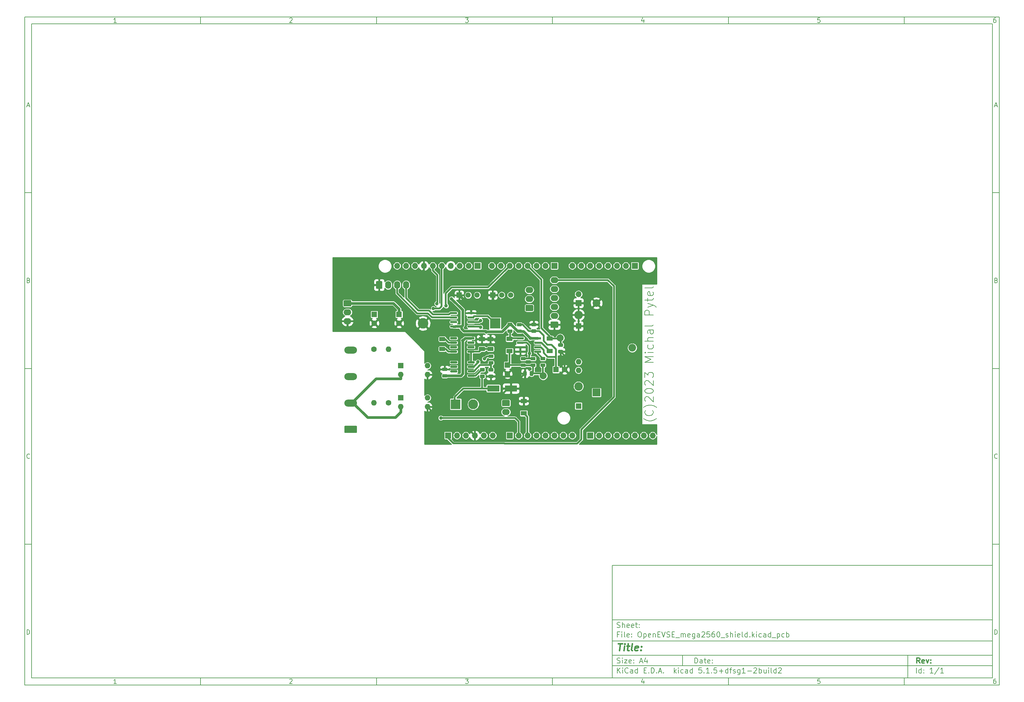
<source format=gtl>
G04 #@! TF.GenerationSoftware,KiCad,Pcbnew,5.1.5+dfsg1-2build2*
G04 #@! TF.CreationDate,2023-01-29T23:08:56+01:00*
G04 #@! TF.ProjectId,OpenEVSE_mega2560_shield,4f70656e-4556-4534-955f-6d6567613235,rev?*
G04 #@! TF.SameCoordinates,Original*
G04 #@! TF.FileFunction,Copper,L1,Top*
G04 #@! TF.FilePolarity,Positive*
%FSLAX46Y46*%
G04 Gerber Fmt 4.6, Leading zero omitted, Abs format (unit mm)*
G04 Created by KiCad (PCBNEW 5.1.5+dfsg1-2build2) date 2023-01-29 23:08:56*
%MOMM*%
%LPD*%
G04 APERTURE LIST*
%ADD10C,0.100000*%
%ADD11C,0.150000*%
%ADD12C,0.300000*%
%ADD13C,0.400000*%
%ADD14C,0.203200*%
%ADD15O,1.600000X1.600000*%
%ADD16C,1.600000*%
%ADD17R,1.600000X1.600000*%
%ADD18C,2.184400*%
%ADD19R,2.184400X2.184400*%
%ADD20C,2.800000*%
%ADD21R,2.800000X2.800000*%
%ADD22R,3.000000X3.000000*%
%ADD23C,3.000000*%
%ADD24R,1.500000X1.500000*%
%ADD25C,1.500000*%
%ADD26O,1.700000X1.700000*%
%ADD27R,1.700000X1.700000*%
%ADD28C,1.000000*%
%ADD29O,3.600000X2.000000*%
%ADD30R,1.700000X1.300000*%
%ADD31C,2.000000*%
%ADD32R,3.500000X1.800000*%
%ADD33O,2.200000X1.740000*%
%ADD34O,1.740000X2.200000*%
%ADD35O,2.400000X2.400000*%
%ADD36C,2.400000*%
%ADD37C,0.508000*%
%ADD38C,0.762000*%
%ADD39C,0.254000*%
G04 APERTURE END LIST*
D10*
D11*
X177002200Y-166007200D02*
X177002200Y-198007200D01*
X285002200Y-198007200D01*
X285002200Y-166007200D01*
X177002200Y-166007200D01*
D10*
D11*
X10000000Y-10000000D02*
X10000000Y-200007200D01*
X287002200Y-200007200D01*
X287002200Y-10000000D01*
X10000000Y-10000000D01*
D10*
D11*
X12000000Y-12000000D02*
X12000000Y-198007200D01*
X285002200Y-198007200D01*
X285002200Y-12000000D01*
X12000000Y-12000000D01*
D10*
D11*
X60000000Y-12000000D02*
X60000000Y-10000000D01*
D10*
D11*
X110000000Y-12000000D02*
X110000000Y-10000000D01*
D10*
D11*
X160000000Y-12000000D02*
X160000000Y-10000000D01*
D10*
D11*
X210000000Y-12000000D02*
X210000000Y-10000000D01*
D10*
D11*
X260000000Y-12000000D02*
X260000000Y-10000000D01*
D10*
D11*
X36065476Y-11588095D02*
X35322619Y-11588095D01*
X35694047Y-11588095D02*
X35694047Y-10288095D01*
X35570238Y-10473809D01*
X35446428Y-10597619D01*
X35322619Y-10659523D01*
D10*
D11*
X85322619Y-10411904D02*
X85384523Y-10350000D01*
X85508333Y-10288095D01*
X85817857Y-10288095D01*
X85941666Y-10350000D01*
X86003571Y-10411904D01*
X86065476Y-10535714D01*
X86065476Y-10659523D01*
X86003571Y-10845238D01*
X85260714Y-11588095D01*
X86065476Y-11588095D01*
D10*
D11*
X135260714Y-10288095D02*
X136065476Y-10288095D01*
X135632142Y-10783333D01*
X135817857Y-10783333D01*
X135941666Y-10845238D01*
X136003571Y-10907142D01*
X136065476Y-11030952D01*
X136065476Y-11340476D01*
X136003571Y-11464285D01*
X135941666Y-11526190D01*
X135817857Y-11588095D01*
X135446428Y-11588095D01*
X135322619Y-11526190D01*
X135260714Y-11464285D01*
D10*
D11*
X185941666Y-10721428D02*
X185941666Y-11588095D01*
X185632142Y-10226190D02*
X185322619Y-11154761D01*
X186127380Y-11154761D01*
D10*
D11*
X236003571Y-10288095D02*
X235384523Y-10288095D01*
X235322619Y-10907142D01*
X235384523Y-10845238D01*
X235508333Y-10783333D01*
X235817857Y-10783333D01*
X235941666Y-10845238D01*
X236003571Y-10907142D01*
X236065476Y-11030952D01*
X236065476Y-11340476D01*
X236003571Y-11464285D01*
X235941666Y-11526190D01*
X235817857Y-11588095D01*
X235508333Y-11588095D01*
X235384523Y-11526190D01*
X235322619Y-11464285D01*
D10*
D11*
X285941666Y-10288095D02*
X285694047Y-10288095D01*
X285570238Y-10350000D01*
X285508333Y-10411904D01*
X285384523Y-10597619D01*
X285322619Y-10845238D01*
X285322619Y-11340476D01*
X285384523Y-11464285D01*
X285446428Y-11526190D01*
X285570238Y-11588095D01*
X285817857Y-11588095D01*
X285941666Y-11526190D01*
X286003571Y-11464285D01*
X286065476Y-11340476D01*
X286065476Y-11030952D01*
X286003571Y-10907142D01*
X285941666Y-10845238D01*
X285817857Y-10783333D01*
X285570238Y-10783333D01*
X285446428Y-10845238D01*
X285384523Y-10907142D01*
X285322619Y-11030952D01*
D10*
D11*
X60000000Y-198007200D02*
X60000000Y-200007200D01*
D10*
D11*
X110000000Y-198007200D02*
X110000000Y-200007200D01*
D10*
D11*
X160000000Y-198007200D02*
X160000000Y-200007200D01*
D10*
D11*
X210000000Y-198007200D02*
X210000000Y-200007200D01*
D10*
D11*
X260000000Y-198007200D02*
X260000000Y-200007200D01*
D10*
D11*
X36065476Y-199595295D02*
X35322619Y-199595295D01*
X35694047Y-199595295D02*
X35694047Y-198295295D01*
X35570238Y-198481009D01*
X35446428Y-198604819D01*
X35322619Y-198666723D01*
D10*
D11*
X85322619Y-198419104D02*
X85384523Y-198357200D01*
X85508333Y-198295295D01*
X85817857Y-198295295D01*
X85941666Y-198357200D01*
X86003571Y-198419104D01*
X86065476Y-198542914D01*
X86065476Y-198666723D01*
X86003571Y-198852438D01*
X85260714Y-199595295D01*
X86065476Y-199595295D01*
D10*
D11*
X135260714Y-198295295D02*
X136065476Y-198295295D01*
X135632142Y-198790533D01*
X135817857Y-198790533D01*
X135941666Y-198852438D01*
X136003571Y-198914342D01*
X136065476Y-199038152D01*
X136065476Y-199347676D01*
X136003571Y-199471485D01*
X135941666Y-199533390D01*
X135817857Y-199595295D01*
X135446428Y-199595295D01*
X135322619Y-199533390D01*
X135260714Y-199471485D01*
D10*
D11*
X185941666Y-198728628D02*
X185941666Y-199595295D01*
X185632142Y-198233390D02*
X185322619Y-199161961D01*
X186127380Y-199161961D01*
D10*
D11*
X236003571Y-198295295D02*
X235384523Y-198295295D01*
X235322619Y-198914342D01*
X235384523Y-198852438D01*
X235508333Y-198790533D01*
X235817857Y-198790533D01*
X235941666Y-198852438D01*
X236003571Y-198914342D01*
X236065476Y-199038152D01*
X236065476Y-199347676D01*
X236003571Y-199471485D01*
X235941666Y-199533390D01*
X235817857Y-199595295D01*
X235508333Y-199595295D01*
X235384523Y-199533390D01*
X235322619Y-199471485D01*
D10*
D11*
X285941666Y-198295295D02*
X285694047Y-198295295D01*
X285570238Y-198357200D01*
X285508333Y-198419104D01*
X285384523Y-198604819D01*
X285322619Y-198852438D01*
X285322619Y-199347676D01*
X285384523Y-199471485D01*
X285446428Y-199533390D01*
X285570238Y-199595295D01*
X285817857Y-199595295D01*
X285941666Y-199533390D01*
X286003571Y-199471485D01*
X286065476Y-199347676D01*
X286065476Y-199038152D01*
X286003571Y-198914342D01*
X285941666Y-198852438D01*
X285817857Y-198790533D01*
X285570238Y-198790533D01*
X285446428Y-198852438D01*
X285384523Y-198914342D01*
X285322619Y-199038152D01*
D10*
D11*
X10000000Y-60000000D02*
X12000000Y-60000000D01*
D10*
D11*
X10000000Y-110000000D02*
X12000000Y-110000000D01*
D10*
D11*
X10000000Y-160000000D02*
X12000000Y-160000000D01*
D10*
D11*
X10690476Y-35216666D02*
X11309523Y-35216666D01*
X10566666Y-35588095D02*
X11000000Y-34288095D01*
X11433333Y-35588095D01*
D10*
D11*
X11092857Y-84907142D02*
X11278571Y-84969047D01*
X11340476Y-85030952D01*
X11402380Y-85154761D01*
X11402380Y-85340476D01*
X11340476Y-85464285D01*
X11278571Y-85526190D01*
X11154761Y-85588095D01*
X10659523Y-85588095D01*
X10659523Y-84288095D01*
X11092857Y-84288095D01*
X11216666Y-84350000D01*
X11278571Y-84411904D01*
X11340476Y-84535714D01*
X11340476Y-84659523D01*
X11278571Y-84783333D01*
X11216666Y-84845238D01*
X11092857Y-84907142D01*
X10659523Y-84907142D01*
D10*
D11*
X11402380Y-135464285D02*
X11340476Y-135526190D01*
X11154761Y-135588095D01*
X11030952Y-135588095D01*
X10845238Y-135526190D01*
X10721428Y-135402380D01*
X10659523Y-135278571D01*
X10597619Y-135030952D01*
X10597619Y-134845238D01*
X10659523Y-134597619D01*
X10721428Y-134473809D01*
X10845238Y-134350000D01*
X11030952Y-134288095D01*
X11154761Y-134288095D01*
X11340476Y-134350000D01*
X11402380Y-134411904D01*
D10*
D11*
X10659523Y-185588095D02*
X10659523Y-184288095D01*
X10969047Y-184288095D01*
X11154761Y-184350000D01*
X11278571Y-184473809D01*
X11340476Y-184597619D01*
X11402380Y-184845238D01*
X11402380Y-185030952D01*
X11340476Y-185278571D01*
X11278571Y-185402380D01*
X11154761Y-185526190D01*
X10969047Y-185588095D01*
X10659523Y-185588095D01*
D10*
D11*
X287002200Y-60000000D02*
X285002200Y-60000000D01*
D10*
D11*
X287002200Y-110000000D02*
X285002200Y-110000000D01*
D10*
D11*
X287002200Y-160000000D02*
X285002200Y-160000000D01*
D10*
D11*
X285692676Y-35216666D02*
X286311723Y-35216666D01*
X285568866Y-35588095D02*
X286002200Y-34288095D01*
X286435533Y-35588095D01*
D10*
D11*
X286095057Y-84907142D02*
X286280771Y-84969047D01*
X286342676Y-85030952D01*
X286404580Y-85154761D01*
X286404580Y-85340476D01*
X286342676Y-85464285D01*
X286280771Y-85526190D01*
X286156961Y-85588095D01*
X285661723Y-85588095D01*
X285661723Y-84288095D01*
X286095057Y-84288095D01*
X286218866Y-84350000D01*
X286280771Y-84411904D01*
X286342676Y-84535714D01*
X286342676Y-84659523D01*
X286280771Y-84783333D01*
X286218866Y-84845238D01*
X286095057Y-84907142D01*
X285661723Y-84907142D01*
D10*
D11*
X286404580Y-135464285D02*
X286342676Y-135526190D01*
X286156961Y-135588095D01*
X286033152Y-135588095D01*
X285847438Y-135526190D01*
X285723628Y-135402380D01*
X285661723Y-135278571D01*
X285599819Y-135030952D01*
X285599819Y-134845238D01*
X285661723Y-134597619D01*
X285723628Y-134473809D01*
X285847438Y-134350000D01*
X286033152Y-134288095D01*
X286156961Y-134288095D01*
X286342676Y-134350000D01*
X286404580Y-134411904D01*
D10*
D11*
X285661723Y-185588095D02*
X285661723Y-184288095D01*
X285971247Y-184288095D01*
X286156961Y-184350000D01*
X286280771Y-184473809D01*
X286342676Y-184597619D01*
X286404580Y-184845238D01*
X286404580Y-185030952D01*
X286342676Y-185278571D01*
X286280771Y-185402380D01*
X286156961Y-185526190D01*
X285971247Y-185588095D01*
X285661723Y-185588095D01*
D10*
D11*
X200434342Y-193785771D02*
X200434342Y-192285771D01*
X200791485Y-192285771D01*
X201005771Y-192357200D01*
X201148628Y-192500057D01*
X201220057Y-192642914D01*
X201291485Y-192928628D01*
X201291485Y-193142914D01*
X201220057Y-193428628D01*
X201148628Y-193571485D01*
X201005771Y-193714342D01*
X200791485Y-193785771D01*
X200434342Y-193785771D01*
X202577200Y-193785771D02*
X202577200Y-193000057D01*
X202505771Y-192857200D01*
X202362914Y-192785771D01*
X202077200Y-192785771D01*
X201934342Y-192857200D01*
X202577200Y-193714342D02*
X202434342Y-193785771D01*
X202077200Y-193785771D01*
X201934342Y-193714342D01*
X201862914Y-193571485D01*
X201862914Y-193428628D01*
X201934342Y-193285771D01*
X202077200Y-193214342D01*
X202434342Y-193214342D01*
X202577200Y-193142914D01*
X203077200Y-192785771D02*
X203648628Y-192785771D01*
X203291485Y-192285771D02*
X203291485Y-193571485D01*
X203362914Y-193714342D01*
X203505771Y-193785771D01*
X203648628Y-193785771D01*
X204720057Y-193714342D02*
X204577200Y-193785771D01*
X204291485Y-193785771D01*
X204148628Y-193714342D01*
X204077200Y-193571485D01*
X204077200Y-193000057D01*
X204148628Y-192857200D01*
X204291485Y-192785771D01*
X204577200Y-192785771D01*
X204720057Y-192857200D01*
X204791485Y-193000057D01*
X204791485Y-193142914D01*
X204077200Y-193285771D01*
X205434342Y-193642914D02*
X205505771Y-193714342D01*
X205434342Y-193785771D01*
X205362914Y-193714342D01*
X205434342Y-193642914D01*
X205434342Y-193785771D01*
X205434342Y-192857200D02*
X205505771Y-192928628D01*
X205434342Y-193000057D01*
X205362914Y-192928628D01*
X205434342Y-192857200D01*
X205434342Y-193000057D01*
D10*
D11*
X177002200Y-194507200D02*
X285002200Y-194507200D01*
D10*
D11*
X178434342Y-196585771D02*
X178434342Y-195085771D01*
X179291485Y-196585771D02*
X178648628Y-195728628D01*
X179291485Y-195085771D02*
X178434342Y-195942914D01*
X179934342Y-196585771D02*
X179934342Y-195585771D01*
X179934342Y-195085771D02*
X179862914Y-195157200D01*
X179934342Y-195228628D01*
X180005771Y-195157200D01*
X179934342Y-195085771D01*
X179934342Y-195228628D01*
X181505771Y-196442914D02*
X181434342Y-196514342D01*
X181220057Y-196585771D01*
X181077200Y-196585771D01*
X180862914Y-196514342D01*
X180720057Y-196371485D01*
X180648628Y-196228628D01*
X180577200Y-195942914D01*
X180577200Y-195728628D01*
X180648628Y-195442914D01*
X180720057Y-195300057D01*
X180862914Y-195157200D01*
X181077200Y-195085771D01*
X181220057Y-195085771D01*
X181434342Y-195157200D01*
X181505771Y-195228628D01*
X182791485Y-196585771D02*
X182791485Y-195800057D01*
X182720057Y-195657200D01*
X182577200Y-195585771D01*
X182291485Y-195585771D01*
X182148628Y-195657200D01*
X182791485Y-196514342D02*
X182648628Y-196585771D01*
X182291485Y-196585771D01*
X182148628Y-196514342D01*
X182077200Y-196371485D01*
X182077200Y-196228628D01*
X182148628Y-196085771D01*
X182291485Y-196014342D01*
X182648628Y-196014342D01*
X182791485Y-195942914D01*
X184148628Y-196585771D02*
X184148628Y-195085771D01*
X184148628Y-196514342D02*
X184005771Y-196585771D01*
X183720057Y-196585771D01*
X183577200Y-196514342D01*
X183505771Y-196442914D01*
X183434342Y-196300057D01*
X183434342Y-195871485D01*
X183505771Y-195728628D01*
X183577200Y-195657200D01*
X183720057Y-195585771D01*
X184005771Y-195585771D01*
X184148628Y-195657200D01*
X186005771Y-195800057D02*
X186505771Y-195800057D01*
X186720057Y-196585771D02*
X186005771Y-196585771D01*
X186005771Y-195085771D01*
X186720057Y-195085771D01*
X187362914Y-196442914D02*
X187434342Y-196514342D01*
X187362914Y-196585771D01*
X187291485Y-196514342D01*
X187362914Y-196442914D01*
X187362914Y-196585771D01*
X188077200Y-196585771D02*
X188077200Y-195085771D01*
X188434342Y-195085771D01*
X188648628Y-195157200D01*
X188791485Y-195300057D01*
X188862914Y-195442914D01*
X188934342Y-195728628D01*
X188934342Y-195942914D01*
X188862914Y-196228628D01*
X188791485Y-196371485D01*
X188648628Y-196514342D01*
X188434342Y-196585771D01*
X188077200Y-196585771D01*
X189577200Y-196442914D02*
X189648628Y-196514342D01*
X189577200Y-196585771D01*
X189505771Y-196514342D01*
X189577200Y-196442914D01*
X189577200Y-196585771D01*
X190220057Y-196157200D02*
X190934342Y-196157200D01*
X190077200Y-196585771D02*
X190577200Y-195085771D01*
X191077200Y-196585771D01*
X191577200Y-196442914D02*
X191648628Y-196514342D01*
X191577200Y-196585771D01*
X191505771Y-196514342D01*
X191577200Y-196442914D01*
X191577200Y-196585771D01*
X194577200Y-196585771D02*
X194577200Y-195085771D01*
X194720057Y-196014342D02*
X195148628Y-196585771D01*
X195148628Y-195585771D02*
X194577200Y-196157200D01*
X195791485Y-196585771D02*
X195791485Y-195585771D01*
X195791485Y-195085771D02*
X195720057Y-195157200D01*
X195791485Y-195228628D01*
X195862914Y-195157200D01*
X195791485Y-195085771D01*
X195791485Y-195228628D01*
X197148628Y-196514342D02*
X197005771Y-196585771D01*
X196720057Y-196585771D01*
X196577200Y-196514342D01*
X196505771Y-196442914D01*
X196434342Y-196300057D01*
X196434342Y-195871485D01*
X196505771Y-195728628D01*
X196577200Y-195657200D01*
X196720057Y-195585771D01*
X197005771Y-195585771D01*
X197148628Y-195657200D01*
X198434342Y-196585771D02*
X198434342Y-195800057D01*
X198362914Y-195657200D01*
X198220057Y-195585771D01*
X197934342Y-195585771D01*
X197791485Y-195657200D01*
X198434342Y-196514342D02*
X198291485Y-196585771D01*
X197934342Y-196585771D01*
X197791485Y-196514342D01*
X197720057Y-196371485D01*
X197720057Y-196228628D01*
X197791485Y-196085771D01*
X197934342Y-196014342D01*
X198291485Y-196014342D01*
X198434342Y-195942914D01*
X199791485Y-196585771D02*
X199791485Y-195085771D01*
X199791485Y-196514342D02*
X199648628Y-196585771D01*
X199362914Y-196585771D01*
X199220057Y-196514342D01*
X199148628Y-196442914D01*
X199077200Y-196300057D01*
X199077200Y-195871485D01*
X199148628Y-195728628D01*
X199220057Y-195657200D01*
X199362914Y-195585771D01*
X199648628Y-195585771D01*
X199791485Y-195657200D01*
X202362914Y-195085771D02*
X201648628Y-195085771D01*
X201577200Y-195800057D01*
X201648628Y-195728628D01*
X201791485Y-195657200D01*
X202148628Y-195657200D01*
X202291485Y-195728628D01*
X202362914Y-195800057D01*
X202434342Y-195942914D01*
X202434342Y-196300057D01*
X202362914Y-196442914D01*
X202291485Y-196514342D01*
X202148628Y-196585771D01*
X201791485Y-196585771D01*
X201648628Y-196514342D01*
X201577200Y-196442914D01*
X203077200Y-196442914D02*
X203148628Y-196514342D01*
X203077200Y-196585771D01*
X203005771Y-196514342D01*
X203077200Y-196442914D01*
X203077200Y-196585771D01*
X204577200Y-196585771D02*
X203720057Y-196585771D01*
X204148628Y-196585771D02*
X204148628Y-195085771D01*
X204005771Y-195300057D01*
X203862914Y-195442914D01*
X203720057Y-195514342D01*
X205220057Y-196442914D02*
X205291485Y-196514342D01*
X205220057Y-196585771D01*
X205148628Y-196514342D01*
X205220057Y-196442914D01*
X205220057Y-196585771D01*
X206648628Y-195085771D02*
X205934342Y-195085771D01*
X205862914Y-195800057D01*
X205934342Y-195728628D01*
X206077200Y-195657200D01*
X206434342Y-195657200D01*
X206577200Y-195728628D01*
X206648628Y-195800057D01*
X206720057Y-195942914D01*
X206720057Y-196300057D01*
X206648628Y-196442914D01*
X206577200Y-196514342D01*
X206434342Y-196585771D01*
X206077200Y-196585771D01*
X205934342Y-196514342D01*
X205862914Y-196442914D01*
X207362914Y-196014342D02*
X208505771Y-196014342D01*
X207934342Y-196585771D02*
X207934342Y-195442914D01*
X209862914Y-196585771D02*
X209862914Y-195085771D01*
X209862914Y-196514342D02*
X209720057Y-196585771D01*
X209434342Y-196585771D01*
X209291485Y-196514342D01*
X209220057Y-196442914D01*
X209148628Y-196300057D01*
X209148628Y-195871485D01*
X209220057Y-195728628D01*
X209291485Y-195657200D01*
X209434342Y-195585771D01*
X209720057Y-195585771D01*
X209862914Y-195657200D01*
X210362914Y-195585771D02*
X210934342Y-195585771D01*
X210577200Y-196585771D02*
X210577200Y-195300057D01*
X210648628Y-195157200D01*
X210791485Y-195085771D01*
X210934342Y-195085771D01*
X211362914Y-196514342D02*
X211505771Y-196585771D01*
X211791485Y-196585771D01*
X211934342Y-196514342D01*
X212005771Y-196371485D01*
X212005771Y-196300057D01*
X211934342Y-196157200D01*
X211791485Y-196085771D01*
X211577200Y-196085771D01*
X211434342Y-196014342D01*
X211362914Y-195871485D01*
X211362914Y-195800057D01*
X211434342Y-195657200D01*
X211577200Y-195585771D01*
X211791485Y-195585771D01*
X211934342Y-195657200D01*
X213291485Y-195585771D02*
X213291485Y-196800057D01*
X213220057Y-196942914D01*
X213148628Y-197014342D01*
X213005771Y-197085771D01*
X212791485Y-197085771D01*
X212648628Y-197014342D01*
X213291485Y-196514342D02*
X213148628Y-196585771D01*
X212862914Y-196585771D01*
X212720057Y-196514342D01*
X212648628Y-196442914D01*
X212577200Y-196300057D01*
X212577200Y-195871485D01*
X212648628Y-195728628D01*
X212720057Y-195657200D01*
X212862914Y-195585771D01*
X213148628Y-195585771D01*
X213291485Y-195657200D01*
X214791485Y-196585771D02*
X213934342Y-196585771D01*
X214362914Y-196585771D02*
X214362914Y-195085771D01*
X214220057Y-195300057D01*
X214077200Y-195442914D01*
X213934342Y-195514342D01*
X215434342Y-196014342D02*
X216577200Y-196014342D01*
X217220057Y-195228628D02*
X217291485Y-195157200D01*
X217434342Y-195085771D01*
X217791485Y-195085771D01*
X217934342Y-195157200D01*
X218005771Y-195228628D01*
X218077200Y-195371485D01*
X218077200Y-195514342D01*
X218005771Y-195728628D01*
X217148628Y-196585771D01*
X218077200Y-196585771D01*
X218720057Y-196585771D02*
X218720057Y-195085771D01*
X218720057Y-195657200D02*
X218862914Y-195585771D01*
X219148628Y-195585771D01*
X219291485Y-195657200D01*
X219362914Y-195728628D01*
X219434342Y-195871485D01*
X219434342Y-196300057D01*
X219362914Y-196442914D01*
X219291485Y-196514342D01*
X219148628Y-196585771D01*
X218862914Y-196585771D01*
X218720057Y-196514342D01*
X220720057Y-195585771D02*
X220720057Y-196585771D01*
X220077200Y-195585771D02*
X220077200Y-196371485D01*
X220148628Y-196514342D01*
X220291485Y-196585771D01*
X220505771Y-196585771D01*
X220648628Y-196514342D01*
X220720057Y-196442914D01*
X221434342Y-196585771D02*
X221434342Y-195585771D01*
X221434342Y-195085771D02*
X221362914Y-195157200D01*
X221434342Y-195228628D01*
X221505771Y-195157200D01*
X221434342Y-195085771D01*
X221434342Y-195228628D01*
X222362914Y-196585771D02*
X222220057Y-196514342D01*
X222148628Y-196371485D01*
X222148628Y-195085771D01*
X223577200Y-196585771D02*
X223577200Y-195085771D01*
X223577200Y-196514342D02*
X223434342Y-196585771D01*
X223148628Y-196585771D01*
X223005771Y-196514342D01*
X222934342Y-196442914D01*
X222862914Y-196300057D01*
X222862914Y-195871485D01*
X222934342Y-195728628D01*
X223005771Y-195657200D01*
X223148628Y-195585771D01*
X223434342Y-195585771D01*
X223577200Y-195657200D01*
X224220057Y-195228628D02*
X224291485Y-195157200D01*
X224434342Y-195085771D01*
X224791485Y-195085771D01*
X224934342Y-195157200D01*
X225005771Y-195228628D01*
X225077200Y-195371485D01*
X225077200Y-195514342D01*
X225005771Y-195728628D01*
X224148628Y-196585771D01*
X225077200Y-196585771D01*
D10*
D11*
X177002200Y-191507200D02*
X285002200Y-191507200D01*
D10*
D12*
X264411485Y-193785771D02*
X263911485Y-193071485D01*
X263554342Y-193785771D02*
X263554342Y-192285771D01*
X264125771Y-192285771D01*
X264268628Y-192357200D01*
X264340057Y-192428628D01*
X264411485Y-192571485D01*
X264411485Y-192785771D01*
X264340057Y-192928628D01*
X264268628Y-193000057D01*
X264125771Y-193071485D01*
X263554342Y-193071485D01*
X265625771Y-193714342D02*
X265482914Y-193785771D01*
X265197200Y-193785771D01*
X265054342Y-193714342D01*
X264982914Y-193571485D01*
X264982914Y-193000057D01*
X265054342Y-192857200D01*
X265197200Y-192785771D01*
X265482914Y-192785771D01*
X265625771Y-192857200D01*
X265697200Y-193000057D01*
X265697200Y-193142914D01*
X264982914Y-193285771D01*
X266197200Y-192785771D02*
X266554342Y-193785771D01*
X266911485Y-192785771D01*
X267482914Y-193642914D02*
X267554342Y-193714342D01*
X267482914Y-193785771D01*
X267411485Y-193714342D01*
X267482914Y-193642914D01*
X267482914Y-193785771D01*
X267482914Y-192857200D02*
X267554342Y-192928628D01*
X267482914Y-193000057D01*
X267411485Y-192928628D01*
X267482914Y-192857200D01*
X267482914Y-193000057D01*
D10*
D11*
X178362914Y-193714342D02*
X178577200Y-193785771D01*
X178934342Y-193785771D01*
X179077200Y-193714342D01*
X179148628Y-193642914D01*
X179220057Y-193500057D01*
X179220057Y-193357200D01*
X179148628Y-193214342D01*
X179077200Y-193142914D01*
X178934342Y-193071485D01*
X178648628Y-193000057D01*
X178505771Y-192928628D01*
X178434342Y-192857200D01*
X178362914Y-192714342D01*
X178362914Y-192571485D01*
X178434342Y-192428628D01*
X178505771Y-192357200D01*
X178648628Y-192285771D01*
X179005771Y-192285771D01*
X179220057Y-192357200D01*
X179862914Y-193785771D02*
X179862914Y-192785771D01*
X179862914Y-192285771D02*
X179791485Y-192357200D01*
X179862914Y-192428628D01*
X179934342Y-192357200D01*
X179862914Y-192285771D01*
X179862914Y-192428628D01*
X180434342Y-192785771D02*
X181220057Y-192785771D01*
X180434342Y-193785771D01*
X181220057Y-193785771D01*
X182362914Y-193714342D02*
X182220057Y-193785771D01*
X181934342Y-193785771D01*
X181791485Y-193714342D01*
X181720057Y-193571485D01*
X181720057Y-193000057D01*
X181791485Y-192857200D01*
X181934342Y-192785771D01*
X182220057Y-192785771D01*
X182362914Y-192857200D01*
X182434342Y-193000057D01*
X182434342Y-193142914D01*
X181720057Y-193285771D01*
X183077200Y-193642914D02*
X183148628Y-193714342D01*
X183077200Y-193785771D01*
X183005771Y-193714342D01*
X183077200Y-193642914D01*
X183077200Y-193785771D01*
X183077200Y-192857200D02*
X183148628Y-192928628D01*
X183077200Y-193000057D01*
X183005771Y-192928628D01*
X183077200Y-192857200D01*
X183077200Y-193000057D01*
X184862914Y-193357200D02*
X185577200Y-193357200D01*
X184720057Y-193785771D02*
X185220057Y-192285771D01*
X185720057Y-193785771D01*
X186862914Y-192785771D02*
X186862914Y-193785771D01*
X186505771Y-192214342D02*
X186148628Y-193285771D01*
X187077200Y-193285771D01*
D10*
D11*
X263434342Y-196585771D02*
X263434342Y-195085771D01*
X264791485Y-196585771D02*
X264791485Y-195085771D01*
X264791485Y-196514342D02*
X264648628Y-196585771D01*
X264362914Y-196585771D01*
X264220057Y-196514342D01*
X264148628Y-196442914D01*
X264077200Y-196300057D01*
X264077200Y-195871485D01*
X264148628Y-195728628D01*
X264220057Y-195657200D01*
X264362914Y-195585771D01*
X264648628Y-195585771D01*
X264791485Y-195657200D01*
X265505771Y-196442914D02*
X265577200Y-196514342D01*
X265505771Y-196585771D01*
X265434342Y-196514342D01*
X265505771Y-196442914D01*
X265505771Y-196585771D01*
X265505771Y-195657200D02*
X265577200Y-195728628D01*
X265505771Y-195800057D01*
X265434342Y-195728628D01*
X265505771Y-195657200D01*
X265505771Y-195800057D01*
X268148628Y-196585771D02*
X267291485Y-196585771D01*
X267720057Y-196585771D02*
X267720057Y-195085771D01*
X267577200Y-195300057D01*
X267434342Y-195442914D01*
X267291485Y-195514342D01*
X269862914Y-195014342D02*
X268577200Y-196942914D01*
X271148628Y-196585771D02*
X270291485Y-196585771D01*
X270720057Y-196585771D02*
X270720057Y-195085771D01*
X270577200Y-195300057D01*
X270434342Y-195442914D01*
X270291485Y-195514342D01*
D10*
D11*
X177002200Y-187507200D02*
X285002200Y-187507200D01*
D10*
D13*
X178714580Y-188211961D02*
X179857438Y-188211961D01*
X179036009Y-190211961D02*
X179286009Y-188211961D01*
X180274104Y-190211961D02*
X180440771Y-188878628D01*
X180524104Y-188211961D02*
X180416961Y-188307200D01*
X180500295Y-188402438D01*
X180607438Y-188307200D01*
X180524104Y-188211961D01*
X180500295Y-188402438D01*
X181107438Y-188878628D02*
X181869342Y-188878628D01*
X181476485Y-188211961D02*
X181262200Y-189926247D01*
X181333628Y-190116723D01*
X181512200Y-190211961D01*
X181702676Y-190211961D01*
X182655057Y-190211961D02*
X182476485Y-190116723D01*
X182405057Y-189926247D01*
X182619342Y-188211961D01*
X184190771Y-190116723D02*
X183988390Y-190211961D01*
X183607438Y-190211961D01*
X183428866Y-190116723D01*
X183357438Y-189926247D01*
X183452676Y-189164342D01*
X183571723Y-188973866D01*
X183774104Y-188878628D01*
X184155057Y-188878628D01*
X184333628Y-188973866D01*
X184405057Y-189164342D01*
X184381247Y-189354819D01*
X183405057Y-189545295D01*
X185155057Y-190021485D02*
X185238390Y-190116723D01*
X185131247Y-190211961D01*
X185047914Y-190116723D01*
X185155057Y-190021485D01*
X185131247Y-190211961D01*
X185286009Y-188973866D02*
X185369342Y-189069104D01*
X185262200Y-189164342D01*
X185178866Y-189069104D01*
X185286009Y-188973866D01*
X185262200Y-189164342D01*
D10*
D11*
X178934342Y-185600057D02*
X178434342Y-185600057D01*
X178434342Y-186385771D02*
X178434342Y-184885771D01*
X179148628Y-184885771D01*
X179720057Y-186385771D02*
X179720057Y-185385771D01*
X179720057Y-184885771D02*
X179648628Y-184957200D01*
X179720057Y-185028628D01*
X179791485Y-184957200D01*
X179720057Y-184885771D01*
X179720057Y-185028628D01*
X180648628Y-186385771D02*
X180505771Y-186314342D01*
X180434342Y-186171485D01*
X180434342Y-184885771D01*
X181791485Y-186314342D02*
X181648628Y-186385771D01*
X181362914Y-186385771D01*
X181220057Y-186314342D01*
X181148628Y-186171485D01*
X181148628Y-185600057D01*
X181220057Y-185457200D01*
X181362914Y-185385771D01*
X181648628Y-185385771D01*
X181791485Y-185457200D01*
X181862914Y-185600057D01*
X181862914Y-185742914D01*
X181148628Y-185885771D01*
X182505771Y-186242914D02*
X182577200Y-186314342D01*
X182505771Y-186385771D01*
X182434342Y-186314342D01*
X182505771Y-186242914D01*
X182505771Y-186385771D01*
X182505771Y-185457200D02*
X182577200Y-185528628D01*
X182505771Y-185600057D01*
X182434342Y-185528628D01*
X182505771Y-185457200D01*
X182505771Y-185600057D01*
X184648628Y-184885771D02*
X184934342Y-184885771D01*
X185077200Y-184957200D01*
X185220057Y-185100057D01*
X185291485Y-185385771D01*
X185291485Y-185885771D01*
X185220057Y-186171485D01*
X185077200Y-186314342D01*
X184934342Y-186385771D01*
X184648628Y-186385771D01*
X184505771Y-186314342D01*
X184362914Y-186171485D01*
X184291485Y-185885771D01*
X184291485Y-185385771D01*
X184362914Y-185100057D01*
X184505771Y-184957200D01*
X184648628Y-184885771D01*
X185934342Y-185385771D02*
X185934342Y-186885771D01*
X185934342Y-185457200D02*
X186077200Y-185385771D01*
X186362914Y-185385771D01*
X186505771Y-185457200D01*
X186577200Y-185528628D01*
X186648628Y-185671485D01*
X186648628Y-186100057D01*
X186577200Y-186242914D01*
X186505771Y-186314342D01*
X186362914Y-186385771D01*
X186077200Y-186385771D01*
X185934342Y-186314342D01*
X187862914Y-186314342D02*
X187720057Y-186385771D01*
X187434342Y-186385771D01*
X187291485Y-186314342D01*
X187220057Y-186171485D01*
X187220057Y-185600057D01*
X187291485Y-185457200D01*
X187434342Y-185385771D01*
X187720057Y-185385771D01*
X187862914Y-185457200D01*
X187934342Y-185600057D01*
X187934342Y-185742914D01*
X187220057Y-185885771D01*
X188577200Y-185385771D02*
X188577200Y-186385771D01*
X188577200Y-185528628D02*
X188648628Y-185457200D01*
X188791485Y-185385771D01*
X189005771Y-185385771D01*
X189148628Y-185457200D01*
X189220057Y-185600057D01*
X189220057Y-186385771D01*
X189934342Y-185600057D02*
X190434342Y-185600057D01*
X190648628Y-186385771D02*
X189934342Y-186385771D01*
X189934342Y-184885771D01*
X190648628Y-184885771D01*
X191077200Y-184885771D02*
X191577200Y-186385771D01*
X192077200Y-184885771D01*
X192505771Y-186314342D02*
X192720057Y-186385771D01*
X193077200Y-186385771D01*
X193220057Y-186314342D01*
X193291485Y-186242914D01*
X193362914Y-186100057D01*
X193362914Y-185957200D01*
X193291485Y-185814342D01*
X193220057Y-185742914D01*
X193077200Y-185671485D01*
X192791485Y-185600057D01*
X192648628Y-185528628D01*
X192577200Y-185457200D01*
X192505771Y-185314342D01*
X192505771Y-185171485D01*
X192577200Y-185028628D01*
X192648628Y-184957200D01*
X192791485Y-184885771D01*
X193148628Y-184885771D01*
X193362914Y-184957200D01*
X194005771Y-185600057D02*
X194505771Y-185600057D01*
X194720057Y-186385771D02*
X194005771Y-186385771D01*
X194005771Y-184885771D01*
X194720057Y-184885771D01*
X195005771Y-186528628D02*
X196148628Y-186528628D01*
X196505771Y-186385771D02*
X196505771Y-185385771D01*
X196505771Y-185528628D02*
X196577200Y-185457200D01*
X196720057Y-185385771D01*
X196934342Y-185385771D01*
X197077200Y-185457200D01*
X197148628Y-185600057D01*
X197148628Y-186385771D01*
X197148628Y-185600057D02*
X197220057Y-185457200D01*
X197362914Y-185385771D01*
X197577200Y-185385771D01*
X197720057Y-185457200D01*
X197791485Y-185600057D01*
X197791485Y-186385771D01*
X199077200Y-186314342D02*
X198934342Y-186385771D01*
X198648628Y-186385771D01*
X198505771Y-186314342D01*
X198434342Y-186171485D01*
X198434342Y-185600057D01*
X198505771Y-185457200D01*
X198648628Y-185385771D01*
X198934342Y-185385771D01*
X199077200Y-185457200D01*
X199148628Y-185600057D01*
X199148628Y-185742914D01*
X198434342Y-185885771D01*
X200434342Y-185385771D02*
X200434342Y-186600057D01*
X200362914Y-186742914D01*
X200291485Y-186814342D01*
X200148628Y-186885771D01*
X199934342Y-186885771D01*
X199791485Y-186814342D01*
X200434342Y-186314342D02*
X200291485Y-186385771D01*
X200005771Y-186385771D01*
X199862914Y-186314342D01*
X199791485Y-186242914D01*
X199720057Y-186100057D01*
X199720057Y-185671485D01*
X199791485Y-185528628D01*
X199862914Y-185457200D01*
X200005771Y-185385771D01*
X200291485Y-185385771D01*
X200434342Y-185457200D01*
X201791485Y-186385771D02*
X201791485Y-185600057D01*
X201720057Y-185457200D01*
X201577200Y-185385771D01*
X201291485Y-185385771D01*
X201148628Y-185457200D01*
X201791485Y-186314342D02*
X201648628Y-186385771D01*
X201291485Y-186385771D01*
X201148628Y-186314342D01*
X201077200Y-186171485D01*
X201077200Y-186028628D01*
X201148628Y-185885771D01*
X201291485Y-185814342D01*
X201648628Y-185814342D01*
X201791485Y-185742914D01*
X202434342Y-185028628D02*
X202505771Y-184957200D01*
X202648628Y-184885771D01*
X203005771Y-184885771D01*
X203148628Y-184957200D01*
X203220057Y-185028628D01*
X203291485Y-185171485D01*
X203291485Y-185314342D01*
X203220057Y-185528628D01*
X202362914Y-186385771D01*
X203291485Y-186385771D01*
X204648628Y-184885771D02*
X203934342Y-184885771D01*
X203862914Y-185600057D01*
X203934342Y-185528628D01*
X204077200Y-185457200D01*
X204434342Y-185457200D01*
X204577200Y-185528628D01*
X204648628Y-185600057D01*
X204720057Y-185742914D01*
X204720057Y-186100057D01*
X204648628Y-186242914D01*
X204577200Y-186314342D01*
X204434342Y-186385771D01*
X204077200Y-186385771D01*
X203934342Y-186314342D01*
X203862914Y-186242914D01*
X206005771Y-184885771D02*
X205720057Y-184885771D01*
X205577200Y-184957200D01*
X205505771Y-185028628D01*
X205362914Y-185242914D01*
X205291485Y-185528628D01*
X205291485Y-186100057D01*
X205362914Y-186242914D01*
X205434342Y-186314342D01*
X205577200Y-186385771D01*
X205862914Y-186385771D01*
X206005771Y-186314342D01*
X206077200Y-186242914D01*
X206148628Y-186100057D01*
X206148628Y-185742914D01*
X206077200Y-185600057D01*
X206005771Y-185528628D01*
X205862914Y-185457200D01*
X205577200Y-185457200D01*
X205434342Y-185528628D01*
X205362914Y-185600057D01*
X205291485Y-185742914D01*
X207077200Y-184885771D02*
X207220057Y-184885771D01*
X207362914Y-184957200D01*
X207434342Y-185028628D01*
X207505771Y-185171485D01*
X207577200Y-185457200D01*
X207577200Y-185814342D01*
X207505771Y-186100057D01*
X207434342Y-186242914D01*
X207362914Y-186314342D01*
X207220057Y-186385771D01*
X207077200Y-186385771D01*
X206934342Y-186314342D01*
X206862914Y-186242914D01*
X206791485Y-186100057D01*
X206720057Y-185814342D01*
X206720057Y-185457200D01*
X206791485Y-185171485D01*
X206862914Y-185028628D01*
X206934342Y-184957200D01*
X207077200Y-184885771D01*
X207862914Y-186528628D02*
X209005771Y-186528628D01*
X209291485Y-186314342D02*
X209434342Y-186385771D01*
X209720057Y-186385771D01*
X209862914Y-186314342D01*
X209934342Y-186171485D01*
X209934342Y-186100057D01*
X209862914Y-185957200D01*
X209720057Y-185885771D01*
X209505771Y-185885771D01*
X209362914Y-185814342D01*
X209291485Y-185671485D01*
X209291485Y-185600057D01*
X209362914Y-185457200D01*
X209505771Y-185385771D01*
X209720057Y-185385771D01*
X209862914Y-185457200D01*
X210577200Y-186385771D02*
X210577200Y-184885771D01*
X211220057Y-186385771D02*
X211220057Y-185600057D01*
X211148628Y-185457200D01*
X211005771Y-185385771D01*
X210791485Y-185385771D01*
X210648628Y-185457200D01*
X210577200Y-185528628D01*
X211934342Y-186385771D02*
X211934342Y-185385771D01*
X211934342Y-184885771D02*
X211862914Y-184957200D01*
X211934342Y-185028628D01*
X212005771Y-184957200D01*
X211934342Y-184885771D01*
X211934342Y-185028628D01*
X213220057Y-186314342D02*
X213077200Y-186385771D01*
X212791485Y-186385771D01*
X212648628Y-186314342D01*
X212577200Y-186171485D01*
X212577200Y-185600057D01*
X212648628Y-185457200D01*
X212791485Y-185385771D01*
X213077200Y-185385771D01*
X213220057Y-185457200D01*
X213291485Y-185600057D01*
X213291485Y-185742914D01*
X212577200Y-185885771D01*
X214148628Y-186385771D02*
X214005771Y-186314342D01*
X213934342Y-186171485D01*
X213934342Y-184885771D01*
X215362914Y-186385771D02*
X215362914Y-184885771D01*
X215362914Y-186314342D02*
X215220057Y-186385771D01*
X214934342Y-186385771D01*
X214791485Y-186314342D01*
X214720057Y-186242914D01*
X214648628Y-186100057D01*
X214648628Y-185671485D01*
X214720057Y-185528628D01*
X214791485Y-185457200D01*
X214934342Y-185385771D01*
X215220057Y-185385771D01*
X215362914Y-185457200D01*
X216077200Y-186242914D02*
X216148628Y-186314342D01*
X216077200Y-186385771D01*
X216005771Y-186314342D01*
X216077200Y-186242914D01*
X216077200Y-186385771D01*
X216791485Y-186385771D02*
X216791485Y-184885771D01*
X216934342Y-185814342D02*
X217362914Y-186385771D01*
X217362914Y-185385771D02*
X216791485Y-185957200D01*
X218005771Y-186385771D02*
X218005771Y-185385771D01*
X218005771Y-184885771D02*
X217934342Y-184957200D01*
X218005771Y-185028628D01*
X218077200Y-184957200D01*
X218005771Y-184885771D01*
X218005771Y-185028628D01*
X219362914Y-186314342D02*
X219220057Y-186385771D01*
X218934342Y-186385771D01*
X218791485Y-186314342D01*
X218720057Y-186242914D01*
X218648628Y-186100057D01*
X218648628Y-185671485D01*
X218720057Y-185528628D01*
X218791485Y-185457200D01*
X218934342Y-185385771D01*
X219220057Y-185385771D01*
X219362914Y-185457200D01*
X220648628Y-186385771D02*
X220648628Y-185600057D01*
X220577200Y-185457200D01*
X220434342Y-185385771D01*
X220148628Y-185385771D01*
X220005771Y-185457200D01*
X220648628Y-186314342D02*
X220505771Y-186385771D01*
X220148628Y-186385771D01*
X220005771Y-186314342D01*
X219934342Y-186171485D01*
X219934342Y-186028628D01*
X220005771Y-185885771D01*
X220148628Y-185814342D01*
X220505771Y-185814342D01*
X220648628Y-185742914D01*
X222005771Y-186385771D02*
X222005771Y-184885771D01*
X222005771Y-186314342D02*
X221862914Y-186385771D01*
X221577200Y-186385771D01*
X221434342Y-186314342D01*
X221362914Y-186242914D01*
X221291485Y-186100057D01*
X221291485Y-185671485D01*
X221362914Y-185528628D01*
X221434342Y-185457200D01*
X221577200Y-185385771D01*
X221862914Y-185385771D01*
X222005771Y-185457200D01*
X222362914Y-186528628D02*
X223505771Y-186528628D01*
X223862914Y-185385771D02*
X223862914Y-186885771D01*
X223862914Y-185457200D02*
X224005771Y-185385771D01*
X224291485Y-185385771D01*
X224434342Y-185457200D01*
X224505771Y-185528628D01*
X224577200Y-185671485D01*
X224577200Y-186100057D01*
X224505771Y-186242914D01*
X224434342Y-186314342D01*
X224291485Y-186385771D01*
X224005771Y-186385771D01*
X223862914Y-186314342D01*
X225862914Y-186314342D02*
X225720057Y-186385771D01*
X225434342Y-186385771D01*
X225291485Y-186314342D01*
X225220057Y-186242914D01*
X225148628Y-186100057D01*
X225148628Y-185671485D01*
X225220057Y-185528628D01*
X225291485Y-185457200D01*
X225434342Y-185385771D01*
X225720057Y-185385771D01*
X225862914Y-185457200D01*
X226505771Y-186385771D02*
X226505771Y-184885771D01*
X226505771Y-185457200D02*
X226648628Y-185385771D01*
X226934342Y-185385771D01*
X227077200Y-185457200D01*
X227148628Y-185528628D01*
X227220057Y-185671485D01*
X227220057Y-186100057D01*
X227148628Y-186242914D01*
X227077200Y-186314342D01*
X226934342Y-186385771D01*
X226648628Y-186385771D01*
X226505771Y-186314342D01*
D10*
D11*
X177002200Y-181507200D02*
X285002200Y-181507200D01*
D10*
D11*
X178362914Y-183614342D02*
X178577200Y-183685771D01*
X178934342Y-183685771D01*
X179077200Y-183614342D01*
X179148628Y-183542914D01*
X179220057Y-183400057D01*
X179220057Y-183257200D01*
X179148628Y-183114342D01*
X179077200Y-183042914D01*
X178934342Y-182971485D01*
X178648628Y-182900057D01*
X178505771Y-182828628D01*
X178434342Y-182757200D01*
X178362914Y-182614342D01*
X178362914Y-182471485D01*
X178434342Y-182328628D01*
X178505771Y-182257200D01*
X178648628Y-182185771D01*
X179005771Y-182185771D01*
X179220057Y-182257200D01*
X179862914Y-183685771D02*
X179862914Y-182185771D01*
X180505771Y-183685771D02*
X180505771Y-182900057D01*
X180434342Y-182757200D01*
X180291485Y-182685771D01*
X180077200Y-182685771D01*
X179934342Y-182757200D01*
X179862914Y-182828628D01*
X181791485Y-183614342D02*
X181648628Y-183685771D01*
X181362914Y-183685771D01*
X181220057Y-183614342D01*
X181148628Y-183471485D01*
X181148628Y-182900057D01*
X181220057Y-182757200D01*
X181362914Y-182685771D01*
X181648628Y-182685771D01*
X181791485Y-182757200D01*
X181862914Y-182900057D01*
X181862914Y-183042914D01*
X181148628Y-183185771D01*
X183077200Y-183614342D02*
X182934342Y-183685771D01*
X182648628Y-183685771D01*
X182505771Y-183614342D01*
X182434342Y-183471485D01*
X182434342Y-182900057D01*
X182505771Y-182757200D01*
X182648628Y-182685771D01*
X182934342Y-182685771D01*
X183077200Y-182757200D01*
X183148628Y-182900057D01*
X183148628Y-183042914D01*
X182434342Y-183185771D01*
X183577200Y-182685771D02*
X184148628Y-182685771D01*
X183791485Y-182185771D02*
X183791485Y-183471485D01*
X183862914Y-183614342D01*
X184005771Y-183685771D01*
X184148628Y-183685771D01*
X184648628Y-183542914D02*
X184720057Y-183614342D01*
X184648628Y-183685771D01*
X184577200Y-183614342D01*
X184648628Y-183542914D01*
X184648628Y-183685771D01*
X184648628Y-182757200D02*
X184720057Y-182828628D01*
X184648628Y-182900057D01*
X184577200Y-182828628D01*
X184648628Y-182757200D01*
X184648628Y-182900057D01*
D10*
D11*
X197002200Y-191507200D02*
X197002200Y-194507200D01*
D10*
D11*
X261002200Y-191507200D02*
X261002200Y-198007200D01*
D14*
X189564433Y-124181567D02*
X189449528Y-124296472D01*
X189104814Y-124526281D01*
X188875004Y-124641186D01*
X188530290Y-124756091D01*
X187955766Y-124870996D01*
X187496147Y-124870996D01*
X186921623Y-124756091D01*
X186576909Y-124641186D01*
X186347100Y-124526281D01*
X186002385Y-124296472D01*
X185887480Y-124181567D01*
X188415385Y-121883472D02*
X188530290Y-121998377D01*
X188645195Y-122343091D01*
X188645195Y-122572900D01*
X188530290Y-122917615D01*
X188300480Y-123147424D01*
X188070671Y-123262329D01*
X187611052Y-123377234D01*
X187266338Y-123377234D01*
X186806719Y-123262329D01*
X186576909Y-123147424D01*
X186347100Y-122917615D01*
X186232195Y-122572900D01*
X186232195Y-122343091D01*
X186347100Y-121998377D01*
X186462004Y-121883472D01*
X189564433Y-121079139D02*
X189449528Y-120964234D01*
X189104814Y-120734424D01*
X188875004Y-120619520D01*
X188530290Y-120504615D01*
X187955766Y-120389710D01*
X187496147Y-120389710D01*
X186921623Y-120504615D01*
X186576909Y-120619520D01*
X186347100Y-120734424D01*
X186002385Y-120964234D01*
X185887480Y-121079139D01*
X186462004Y-119355567D02*
X186347100Y-119240662D01*
X186232195Y-119010853D01*
X186232195Y-118436329D01*
X186347100Y-118206520D01*
X186462004Y-118091615D01*
X186691814Y-117976710D01*
X186921623Y-117976710D01*
X187266338Y-118091615D01*
X188645195Y-119470472D01*
X188645195Y-117976710D01*
X186232195Y-116482948D02*
X186232195Y-116253139D01*
X186347100Y-116023329D01*
X186462004Y-115908424D01*
X186691814Y-115793520D01*
X187151433Y-115678615D01*
X187725957Y-115678615D01*
X188185576Y-115793520D01*
X188415385Y-115908424D01*
X188530290Y-116023329D01*
X188645195Y-116253139D01*
X188645195Y-116482948D01*
X188530290Y-116712758D01*
X188415385Y-116827662D01*
X188185576Y-116942567D01*
X187725957Y-117057472D01*
X187151433Y-117057472D01*
X186691814Y-116942567D01*
X186462004Y-116827662D01*
X186347100Y-116712758D01*
X186232195Y-116482948D01*
X186462004Y-114759377D02*
X186347100Y-114644472D01*
X186232195Y-114414662D01*
X186232195Y-113840139D01*
X186347100Y-113610329D01*
X186462004Y-113495424D01*
X186691814Y-113380520D01*
X186921623Y-113380520D01*
X187266338Y-113495424D01*
X188645195Y-114874281D01*
X188645195Y-113380520D01*
X186232195Y-112576186D02*
X186232195Y-111082424D01*
X187151433Y-111886758D01*
X187151433Y-111542043D01*
X187266338Y-111312234D01*
X187381242Y-111197329D01*
X187611052Y-111082424D01*
X188185576Y-111082424D01*
X188415385Y-111197329D01*
X188530290Y-111312234D01*
X188645195Y-111542043D01*
X188645195Y-112231472D01*
X188530290Y-112461281D01*
X188415385Y-112576186D01*
X188645195Y-108209805D02*
X186232195Y-108209805D01*
X187955766Y-107405472D01*
X186232195Y-106601139D01*
X188645195Y-106601139D01*
X188645195Y-105452091D02*
X187036528Y-105452091D01*
X186232195Y-105452091D02*
X186347100Y-105566996D01*
X186462004Y-105452091D01*
X186347100Y-105337186D01*
X186232195Y-105452091D01*
X186462004Y-105452091D01*
X188530290Y-103268900D02*
X188645195Y-103498710D01*
X188645195Y-103958329D01*
X188530290Y-104188139D01*
X188415385Y-104303043D01*
X188185576Y-104417948D01*
X187496147Y-104417948D01*
X187266338Y-104303043D01*
X187151433Y-104188139D01*
X187036528Y-103958329D01*
X187036528Y-103498710D01*
X187151433Y-103268900D01*
X188645195Y-102234758D02*
X186232195Y-102234758D01*
X188645195Y-101200615D02*
X187381242Y-101200615D01*
X187151433Y-101315520D01*
X187036528Y-101545329D01*
X187036528Y-101890043D01*
X187151433Y-102119853D01*
X187266338Y-102234758D01*
X188645195Y-99017424D02*
X187381242Y-99017424D01*
X187151433Y-99132329D01*
X187036528Y-99362139D01*
X187036528Y-99821758D01*
X187151433Y-100051567D01*
X188530290Y-99017424D02*
X188645195Y-99247234D01*
X188645195Y-99821758D01*
X188530290Y-100051567D01*
X188300480Y-100166472D01*
X188070671Y-100166472D01*
X187840861Y-100051567D01*
X187725957Y-99821758D01*
X187725957Y-99247234D01*
X187611052Y-99017424D01*
X188645195Y-97523662D02*
X188530290Y-97753472D01*
X188300480Y-97868377D01*
X186232195Y-97868377D01*
X188645195Y-94765948D02*
X186232195Y-94765948D01*
X186232195Y-93846710D01*
X186347100Y-93616900D01*
X186462004Y-93501996D01*
X186691814Y-93387091D01*
X187036528Y-93387091D01*
X187266338Y-93501996D01*
X187381242Y-93616900D01*
X187496147Y-93846710D01*
X187496147Y-94765948D01*
X187036528Y-92582758D02*
X188645195Y-92008234D01*
X187036528Y-91433710D02*
X188645195Y-92008234D01*
X189219719Y-92238043D01*
X189334623Y-92352948D01*
X189449528Y-92582758D01*
X187036528Y-90859186D02*
X187036528Y-89939948D01*
X186232195Y-90514472D02*
X188300480Y-90514472D01*
X188530290Y-90399567D01*
X188645195Y-90169758D01*
X188645195Y-89939948D01*
X188530290Y-88216377D02*
X188645195Y-88446186D01*
X188645195Y-88905805D01*
X188530290Y-89135615D01*
X188300480Y-89250520D01*
X187381242Y-89250520D01*
X187151433Y-89135615D01*
X187036528Y-88905805D01*
X187036528Y-88446186D01*
X187151433Y-88216377D01*
X187381242Y-88101472D01*
X187611052Y-88101472D01*
X187840861Y-89250520D01*
X188645195Y-86722615D02*
X188530290Y-86952424D01*
X188300480Y-87067329D01*
X186232195Y-87067329D01*
D15*
X113411000Y-104495600D03*
D16*
X113411000Y-119735600D03*
D15*
X109220000Y-119735600D03*
D16*
X109220000Y-104495600D03*
D15*
X124460000Y-118338600D03*
X116840000Y-120878600D03*
X124460000Y-120878600D03*
D17*
X116840000Y-118338600D03*
D15*
X124460000Y-109194600D03*
X116840000Y-111734600D03*
X124460000Y-111734600D03*
D17*
X116840000Y-109194600D03*
D18*
X182664100Y-104114600D03*
X172504100Y-91414600D03*
D19*
X172504100Y-116814600D03*
D20*
X137473700Y-120129300D03*
D21*
X132473700Y-120129300D03*
D22*
X143687800Y-97155000D03*
D23*
X123197800Y-97155000D03*
D24*
X133502400Y-89128600D03*
D25*
X138582400Y-89128600D03*
X136042400Y-89128600D03*
D26*
X167386000Y-88836500D03*
D27*
X167386000Y-91376500D03*
G04 #@! TA.AperFunction,SMDPad,CuDef*
D10*
G36*
X137668003Y-101072122D02*
G01*
X137682564Y-101074282D01*
X137696843Y-101077859D01*
X137710703Y-101082818D01*
X137724010Y-101089112D01*
X137736636Y-101096680D01*
X137748459Y-101105448D01*
X137759366Y-101115334D01*
X137769252Y-101126241D01*
X137778020Y-101138064D01*
X137785588Y-101150690D01*
X137791882Y-101163997D01*
X137796841Y-101177857D01*
X137800418Y-101192136D01*
X137802578Y-101206697D01*
X137803300Y-101221400D01*
X137803300Y-101521400D01*
X137802578Y-101536103D01*
X137800418Y-101550664D01*
X137796841Y-101564943D01*
X137791882Y-101578803D01*
X137785588Y-101592110D01*
X137778020Y-101604736D01*
X137769252Y-101616559D01*
X137759366Y-101627466D01*
X137748459Y-101637352D01*
X137736636Y-101646120D01*
X137724010Y-101653688D01*
X137710703Y-101659982D01*
X137696843Y-101664941D01*
X137682564Y-101668518D01*
X137668003Y-101670678D01*
X137653300Y-101671400D01*
X136003300Y-101671400D01*
X135988597Y-101670678D01*
X135974036Y-101668518D01*
X135959757Y-101664941D01*
X135945897Y-101659982D01*
X135932590Y-101653688D01*
X135919964Y-101646120D01*
X135908141Y-101637352D01*
X135897234Y-101627466D01*
X135887348Y-101616559D01*
X135878580Y-101604736D01*
X135871012Y-101592110D01*
X135864718Y-101578803D01*
X135859759Y-101564943D01*
X135856182Y-101550664D01*
X135854022Y-101536103D01*
X135853300Y-101521400D01*
X135853300Y-101221400D01*
X135854022Y-101206697D01*
X135856182Y-101192136D01*
X135859759Y-101177857D01*
X135864718Y-101163997D01*
X135871012Y-101150690D01*
X135878580Y-101138064D01*
X135887348Y-101126241D01*
X135897234Y-101115334D01*
X135908141Y-101105448D01*
X135919964Y-101096680D01*
X135932590Y-101089112D01*
X135945897Y-101082818D01*
X135959757Y-101077859D01*
X135974036Y-101074282D01*
X135988597Y-101072122D01*
X136003300Y-101071400D01*
X137653300Y-101071400D01*
X137668003Y-101072122D01*
G37*
G04 #@! TD.AperFunction*
G04 #@! TA.AperFunction,SMDPad,CuDef*
G36*
X137668003Y-102342122D02*
G01*
X137682564Y-102344282D01*
X137696843Y-102347859D01*
X137710703Y-102352818D01*
X137724010Y-102359112D01*
X137736636Y-102366680D01*
X137748459Y-102375448D01*
X137759366Y-102385334D01*
X137769252Y-102396241D01*
X137778020Y-102408064D01*
X137785588Y-102420690D01*
X137791882Y-102433997D01*
X137796841Y-102447857D01*
X137800418Y-102462136D01*
X137802578Y-102476697D01*
X137803300Y-102491400D01*
X137803300Y-102791400D01*
X137802578Y-102806103D01*
X137800418Y-102820664D01*
X137796841Y-102834943D01*
X137791882Y-102848803D01*
X137785588Y-102862110D01*
X137778020Y-102874736D01*
X137769252Y-102886559D01*
X137759366Y-102897466D01*
X137748459Y-102907352D01*
X137736636Y-102916120D01*
X137724010Y-102923688D01*
X137710703Y-102929982D01*
X137696843Y-102934941D01*
X137682564Y-102938518D01*
X137668003Y-102940678D01*
X137653300Y-102941400D01*
X136003300Y-102941400D01*
X135988597Y-102940678D01*
X135974036Y-102938518D01*
X135959757Y-102934941D01*
X135945897Y-102929982D01*
X135932590Y-102923688D01*
X135919964Y-102916120D01*
X135908141Y-102907352D01*
X135897234Y-102897466D01*
X135887348Y-102886559D01*
X135878580Y-102874736D01*
X135871012Y-102862110D01*
X135864718Y-102848803D01*
X135859759Y-102834943D01*
X135856182Y-102820664D01*
X135854022Y-102806103D01*
X135853300Y-102791400D01*
X135853300Y-102491400D01*
X135854022Y-102476697D01*
X135856182Y-102462136D01*
X135859759Y-102447857D01*
X135864718Y-102433997D01*
X135871012Y-102420690D01*
X135878580Y-102408064D01*
X135887348Y-102396241D01*
X135897234Y-102385334D01*
X135908141Y-102375448D01*
X135919964Y-102366680D01*
X135932590Y-102359112D01*
X135945897Y-102352818D01*
X135959757Y-102347859D01*
X135974036Y-102344282D01*
X135988597Y-102342122D01*
X136003300Y-102341400D01*
X137653300Y-102341400D01*
X137668003Y-102342122D01*
G37*
G04 #@! TD.AperFunction*
G04 #@! TA.AperFunction,SMDPad,CuDef*
G36*
X137668003Y-103612122D02*
G01*
X137682564Y-103614282D01*
X137696843Y-103617859D01*
X137710703Y-103622818D01*
X137724010Y-103629112D01*
X137736636Y-103636680D01*
X137748459Y-103645448D01*
X137759366Y-103655334D01*
X137769252Y-103666241D01*
X137778020Y-103678064D01*
X137785588Y-103690690D01*
X137791882Y-103703997D01*
X137796841Y-103717857D01*
X137800418Y-103732136D01*
X137802578Y-103746697D01*
X137803300Y-103761400D01*
X137803300Y-104061400D01*
X137802578Y-104076103D01*
X137800418Y-104090664D01*
X137796841Y-104104943D01*
X137791882Y-104118803D01*
X137785588Y-104132110D01*
X137778020Y-104144736D01*
X137769252Y-104156559D01*
X137759366Y-104167466D01*
X137748459Y-104177352D01*
X137736636Y-104186120D01*
X137724010Y-104193688D01*
X137710703Y-104199982D01*
X137696843Y-104204941D01*
X137682564Y-104208518D01*
X137668003Y-104210678D01*
X137653300Y-104211400D01*
X136003300Y-104211400D01*
X135988597Y-104210678D01*
X135974036Y-104208518D01*
X135959757Y-104204941D01*
X135945897Y-104199982D01*
X135932590Y-104193688D01*
X135919964Y-104186120D01*
X135908141Y-104177352D01*
X135897234Y-104167466D01*
X135887348Y-104156559D01*
X135878580Y-104144736D01*
X135871012Y-104132110D01*
X135864718Y-104118803D01*
X135859759Y-104104943D01*
X135856182Y-104090664D01*
X135854022Y-104076103D01*
X135853300Y-104061400D01*
X135853300Y-103761400D01*
X135854022Y-103746697D01*
X135856182Y-103732136D01*
X135859759Y-103717857D01*
X135864718Y-103703997D01*
X135871012Y-103690690D01*
X135878580Y-103678064D01*
X135887348Y-103666241D01*
X135897234Y-103655334D01*
X135908141Y-103645448D01*
X135919964Y-103636680D01*
X135932590Y-103629112D01*
X135945897Y-103622818D01*
X135959757Y-103617859D01*
X135974036Y-103614282D01*
X135988597Y-103612122D01*
X136003300Y-103611400D01*
X137653300Y-103611400D01*
X137668003Y-103612122D01*
G37*
G04 #@! TD.AperFunction*
G04 #@! TA.AperFunction,SMDPad,CuDef*
G36*
X137668003Y-104882122D02*
G01*
X137682564Y-104884282D01*
X137696843Y-104887859D01*
X137710703Y-104892818D01*
X137724010Y-104899112D01*
X137736636Y-104906680D01*
X137748459Y-104915448D01*
X137759366Y-104925334D01*
X137769252Y-104936241D01*
X137778020Y-104948064D01*
X137785588Y-104960690D01*
X137791882Y-104973997D01*
X137796841Y-104987857D01*
X137800418Y-105002136D01*
X137802578Y-105016697D01*
X137803300Y-105031400D01*
X137803300Y-105331400D01*
X137802578Y-105346103D01*
X137800418Y-105360664D01*
X137796841Y-105374943D01*
X137791882Y-105388803D01*
X137785588Y-105402110D01*
X137778020Y-105414736D01*
X137769252Y-105426559D01*
X137759366Y-105437466D01*
X137748459Y-105447352D01*
X137736636Y-105456120D01*
X137724010Y-105463688D01*
X137710703Y-105469982D01*
X137696843Y-105474941D01*
X137682564Y-105478518D01*
X137668003Y-105480678D01*
X137653300Y-105481400D01*
X136003300Y-105481400D01*
X135988597Y-105480678D01*
X135974036Y-105478518D01*
X135959757Y-105474941D01*
X135945897Y-105469982D01*
X135932590Y-105463688D01*
X135919964Y-105456120D01*
X135908141Y-105447352D01*
X135897234Y-105437466D01*
X135887348Y-105426559D01*
X135878580Y-105414736D01*
X135871012Y-105402110D01*
X135864718Y-105388803D01*
X135859759Y-105374943D01*
X135856182Y-105360664D01*
X135854022Y-105346103D01*
X135853300Y-105331400D01*
X135853300Y-105031400D01*
X135854022Y-105016697D01*
X135856182Y-105002136D01*
X135859759Y-104987857D01*
X135864718Y-104973997D01*
X135871012Y-104960690D01*
X135878580Y-104948064D01*
X135887348Y-104936241D01*
X135897234Y-104925334D01*
X135908141Y-104915448D01*
X135919964Y-104906680D01*
X135932590Y-104899112D01*
X135945897Y-104892818D01*
X135959757Y-104887859D01*
X135974036Y-104884282D01*
X135988597Y-104882122D01*
X136003300Y-104881400D01*
X137653300Y-104881400D01*
X137668003Y-104882122D01*
G37*
G04 #@! TD.AperFunction*
G04 #@! TA.AperFunction,SMDPad,CuDef*
G36*
X132718003Y-104882122D02*
G01*
X132732564Y-104884282D01*
X132746843Y-104887859D01*
X132760703Y-104892818D01*
X132774010Y-104899112D01*
X132786636Y-104906680D01*
X132798459Y-104915448D01*
X132809366Y-104925334D01*
X132819252Y-104936241D01*
X132828020Y-104948064D01*
X132835588Y-104960690D01*
X132841882Y-104973997D01*
X132846841Y-104987857D01*
X132850418Y-105002136D01*
X132852578Y-105016697D01*
X132853300Y-105031400D01*
X132853300Y-105331400D01*
X132852578Y-105346103D01*
X132850418Y-105360664D01*
X132846841Y-105374943D01*
X132841882Y-105388803D01*
X132835588Y-105402110D01*
X132828020Y-105414736D01*
X132819252Y-105426559D01*
X132809366Y-105437466D01*
X132798459Y-105447352D01*
X132786636Y-105456120D01*
X132774010Y-105463688D01*
X132760703Y-105469982D01*
X132746843Y-105474941D01*
X132732564Y-105478518D01*
X132718003Y-105480678D01*
X132703300Y-105481400D01*
X131053300Y-105481400D01*
X131038597Y-105480678D01*
X131024036Y-105478518D01*
X131009757Y-105474941D01*
X130995897Y-105469982D01*
X130982590Y-105463688D01*
X130969964Y-105456120D01*
X130958141Y-105447352D01*
X130947234Y-105437466D01*
X130937348Y-105426559D01*
X130928580Y-105414736D01*
X130921012Y-105402110D01*
X130914718Y-105388803D01*
X130909759Y-105374943D01*
X130906182Y-105360664D01*
X130904022Y-105346103D01*
X130903300Y-105331400D01*
X130903300Y-105031400D01*
X130904022Y-105016697D01*
X130906182Y-105002136D01*
X130909759Y-104987857D01*
X130914718Y-104973997D01*
X130921012Y-104960690D01*
X130928580Y-104948064D01*
X130937348Y-104936241D01*
X130947234Y-104925334D01*
X130958141Y-104915448D01*
X130969964Y-104906680D01*
X130982590Y-104899112D01*
X130995897Y-104892818D01*
X131009757Y-104887859D01*
X131024036Y-104884282D01*
X131038597Y-104882122D01*
X131053300Y-104881400D01*
X132703300Y-104881400D01*
X132718003Y-104882122D01*
G37*
G04 #@! TD.AperFunction*
G04 #@! TA.AperFunction,SMDPad,CuDef*
G36*
X132718003Y-103612122D02*
G01*
X132732564Y-103614282D01*
X132746843Y-103617859D01*
X132760703Y-103622818D01*
X132774010Y-103629112D01*
X132786636Y-103636680D01*
X132798459Y-103645448D01*
X132809366Y-103655334D01*
X132819252Y-103666241D01*
X132828020Y-103678064D01*
X132835588Y-103690690D01*
X132841882Y-103703997D01*
X132846841Y-103717857D01*
X132850418Y-103732136D01*
X132852578Y-103746697D01*
X132853300Y-103761400D01*
X132853300Y-104061400D01*
X132852578Y-104076103D01*
X132850418Y-104090664D01*
X132846841Y-104104943D01*
X132841882Y-104118803D01*
X132835588Y-104132110D01*
X132828020Y-104144736D01*
X132819252Y-104156559D01*
X132809366Y-104167466D01*
X132798459Y-104177352D01*
X132786636Y-104186120D01*
X132774010Y-104193688D01*
X132760703Y-104199982D01*
X132746843Y-104204941D01*
X132732564Y-104208518D01*
X132718003Y-104210678D01*
X132703300Y-104211400D01*
X131053300Y-104211400D01*
X131038597Y-104210678D01*
X131024036Y-104208518D01*
X131009757Y-104204941D01*
X130995897Y-104199982D01*
X130982590Y-104193688D01*
X130969964Y-104186120D01*
X130958141Y-104177352D01*
X130947234Y-104167466D01*
X130937348Y-104156559D01*
X130928580Y-104144736D01*
X130921012Y-104132110D01*
X130914718Y-104118803D01*
X130909759Y-104104943D01*
X130906182Y-104090664D01*
X130904022Y-104076103D01*
X130903300Y-104061400D01*
X130903300Y-103761400D01*
X130904022Y-103746697D01*
X130906182Y-103732136D01*
X130909759Y-103717857D01*
X130914718Y-103703997D01*
X130921012Y-103690690D01*
X130928580Y-103678064D01*
X130937348Y-103666241D01*
X130947234Y-103655334D01*
X130958141Y-103645448D01*
X130969964Y-103636680D01*
X130982590Y-103629112D01*
X130995897Y-103622818D01*
X131009757Y-103617859D01*
X131024036Y-103614282D01*
X131038597Y-103612122D01*
X131053300Y-103611400D01*
X132703300Y-103611400D01*
X132718003Y-103612122D01*
G37*
G04 #@! TD.AperFunction*
G04 #@! TA.AperFunction,SMDPad,CuDef*
G36*
X132718003Y-102342122D02*
G01*
X132732564Y-102344282D01*
X132746843Y-102347859D01*
X132760703Y-102352818D01*
X132774010Y-102359112D01*
X132786636Y-102366680D01*
X132798459Y-102375448D01*
X132809366Y-102385334D01*
X132819252Y-102396241D01*
X132828020Y-102408064D01*
X132835588Y-102420690D01*
X132841882Y-102433997D01*
X132846841Y-102447857D01*
X132850418Y-102462136D01*
X132852578Y-102476697D01*
X132853300Y-102491400D01*
X132853300Y-102791400D01*
X132852578Y-102806103D01*
X132850418Y-102820664D01*
X132846841Y-102834943D01*
X132841882Y-102848803D01*
X132835588Y-102862110D01*
X132828020Y-102874736D01*
X132819252Y-102886559D01*
X132809366Y-102897466D01*
X132798459Y-102907352D01*
X132786636Y-102916120D01*
X132774010Y-102923688D01*
X132760703Y-102929982D01*
X132746843Y-102934941D01*
X132732564Y-102938518D01*
X132718003Y-102940678D01*
X132703300Y-102941400D01*
X131053300Y-102941400D01*
X131038597Y-102940678D01*
X131024036Y-102938518D01*
X131009757Y-102934941D01*
X130995897Y-102929982D01*
X130982590Y-102923688D01*
X130969964Y-102916120D01*
X130958141Y-102907352D01*
X130947234Y-102897466D01*
X130937348Y-102886559D01*
X130928580Y-102874736D01*
X130921012Y-102862110D01*
X130914718Y-102848803D01*
X130909759Y-102834943D01*
X130906182Y-102820664D01*
X130904022Y-102806103D01*
X130903300Y-102791400D01*
X130903300Y-102491400D01*
X130904022Y-102476697D01*
X130906182Y-102462136D01*
X130909759Y-102447857D01*
X130914718Y-102433997D01*
X130921012Y-102420690D01*
X130928580Y-102408064D01*
X130937348Y-102396241D01*
X130947234Y-102385334D01*
X130958141Y-102375448D01*
X130969964Y-102366680D01*
X130982590Y-102359112D01*
X130995897Y-102352818D01*
X131009757Y-102347859D01*
X131024036Y-102344282D01*
X131038597Y-102342122D01*
X131053300Y-102341400D01*
X132703300Y-102341400D01*
X132718003Y-102342122D01*
G37*
G04 #@! TD.AperFunction*
G04 #@! TA.AperFunction,SMDPad,CuDef*
G36*
X132718003Y-101072122D02*
G01*
X132732564Y-101074282D01*
X132746843Y-101077859D01*
X132760703Y-101082818D01*
X132774010Y-101089112D01*
X132786636Y-101096680D01*
X132798459Y-101105448D01*
X132809366Y-101115334D01*
X132819252Y-101126241D01*
X132828020Y-101138064D01*
X132835588Y-101150690D01*
X132841882Y-101163997D01*
X132846841Y-101177857D01*
X132850418Y-101192136D01*
X132852578Y-101206697D01*
X132853300Y-101221400D01*
X132853300Y-101521400D01*
X132852578Y-101536103D01*
X132850418Y-101550664D01*
X132846841Y-101564943D01*
X132841882Y-101578803D01*
X132835588Y-101592110D01*
X132828020Y-101604736D01*
X132819252Y-101616559D01*
X132809366Y-101627466D01*
X132798459Y-101637352D01*
X132786636Y-101646120D01*
X132774010Y-101653688D01*
X132760703Y-101659982D01*
X132746843Y-101664941D01*
X132732564Y-101668518D01*
X132718003Y-101670678D01*
X132703300Y-101671400D01*
X131053300Y-101671400D01*
X131038597Y-101670678D01*
X131024036Y-101668518D01*
X131009757Y-101664941D01*
X130995897Y-101659982D01*
X130982590Y-101653688D01*
X130969964Y-101646120D01*
X130958141Y-101637352D01*
X130947234Y-101627466D01*
X130937348Y-101616559D01*
X130928580Y-101604736D01*
X130921012Y-101592110D01*
X130914718Y-101578803D01*
X130909759Y-101564943D01*
X130906182Y-101550664D01*
X130904022Y-101536103D01*
X130903300Y-101521400D01*
X130903300Y-101221400D01*
X130904022Y-101206697D01*
X130906182Y-101192136D01*
X130909759Y-101177857D01*
X130914718Y-101163997D01*
X130921012Y-101150690D01*
X130928580Y-101138064D01*
X130937348Y-101126241D01*
X130947234Y-101115334D01*
X130958141Y-101105448D01*
X130969964Y-101096680D01*
X130982590Y-101089112D01*
X130995897Y-101082818D01*
X131009757Y-101077859D01*
X131024036Y-101074282D01*
X131038597Y-101072122D01*
X131053300Y-101071400D01*
X132703300Y-101071400D01*
X132718003Y-101072122D01*
G37*
G04 #@! TD.AperFunction*
G04 #@! TA.AperFunction,SMDPad,CuDef*
G36*
X132781503Y-111740122D02*
G01*
X132796064Y-111742282D01*
X132810343Y-111745859D01*
X132824203Y-111750818D01*
X132837510Y-111757112D01*
X132850136Y-111764680D01*
X132861959Y-111773448D01*
X132872866Y-111783334D01*
X132882752Y-111794241D01*
X132891520Y-111806064D01*
X132899088Y-111818690D01*
X132905382Y-111831997D01*
X132910341Y-111845857D01*
X132913918Y-111860136D01*
X132916078Y-111874697D01*
X132916800Y-111889400D01*
X132916800Y-112189400D01*
X132916078Y-112204103D01*
X132913918Y-112218664D01*
X132910341Y-112232943D01*
X132905382Y-112246803D01*
X132899088Y-112260110D01*
X132891520Y-112272736D01*
X132882752Y-112284559D01*
X132872866Y-112295466D01*
X132861959Y-112305352D01*
X132850136Y-112314120D01*
X132837510Y-112321688D01*
X132824203Y-112327982D01*
X132810343Y-112332941D01*
X132796064Y-112336518D01*
X132781503Y-112338678D01*
X132766800Y-112339400D01*
X131116800Y-112339400D01*
X131102097Y-112338678D01*
X131087536Y-112336518D01*
X131073257Y-112332941D01*
X131059397Y-112327982D01*
X131046090Y-112321688D01*
X131033464Y-112314120D01*
X131021641Y-112305352D01*
X131010734Y-112295466D01*
X131000848Y-112284559D01*
X130992080Y-112272736D01*
X130984512Y-112260110D01*
X130978218Y-112246803D01*
X130973259Y-112232943D01*
X130969682Y-112218664D01*
X130967522Y-112204103D01*
X130966800Y-112189400D01*
X130966800Y-111889400D01*
X130967522Y-111874697D01*
X130969682Y-111860136D01*
X130973259Y-111845857D01*
X130978218Y-111831997D01*
X130984512Y-111818690D01*
X130992080Y-111806064D01*
X131000848Y-111794241D01*
X131010734Y-111783334D01*
X131021641Y-111773448D01*
X131033464Y-111764680D01*
X131046090Y-111757112D01*
X131059397Y-111750818D01*
X131073257Y-111745859D01*
X131087536Y-111742282D01*
X131102097Y-111740122D01*
X131116800Y-111739400D01*
X132766800Y-111739400D01*
X132781503Y-111740122D01*
G37*
G04 #@! TD.AperFunction*
G04 #@! TA.AperFunction,SMDPad,CuDef*
G36*
X132781503Y-110470122D02*
G01*
X132796064Y-110472282D01*
X132810343Y-110475859D01*
X132824203Y-110480818D01*
X132837510Y-110487112D01*
X132850136Y-110494680D01*
X132861959Y-110503448D01*
X132872866Y-110513334D01*
X132882752Y-110524241D01*
X132891520Y-110536064D01*
X132899088Y-110548690D01*
X132905382Y-110561997D01*
X132910341Y-110575857D01*
X132913918Y-110590136D01*
X132916078Y-110604697D01*
X132916800Y-110619400D01*
X132916800Y-110919400D01*
X132916078Y-110934103D01*
X132913918Y-110948664D01*
X132910341Y-110962943D01*
X132905382Y-110976803D01*
X132899088Y-110990110D01*
X132891520Y-111002736D01*
X132882752Y-111014559D01*
X132872866Y-111025466D01*
X132861959Y-111035352D01*
X132850136Y-111044120D01*
X132837510Y-111051688D01*
X132824203Y-111057982D01*
X132810343Y-111062941D01*
X132796064Y-111066518D01*
X132781503Y-111068678D01*
X132766800Y-111069400D01*
X131116800Y-111069400D01*
X131102097Y-111068678D01*
X131087536Y-111066518D01*
X131073257Y-111062941D01*
X131059397Y-111057982D01*
X131046090Y-111051688D01*
X131033464Y-111044120D01*
X131021641Y-111035352D01*
X131010734Y-111025466D01*
X131000848Y-111014559D01*
X130992080Y-111002736D01*
X130984512Y-110990110D01*
X130978218Y-110976803D01*
X130973259Y-110962943D01*
X130969682Y-110948664D01*
X130967522Y-110934103D01*
X130966800Y-110919400D01*
X130966800Y-110619400D01*
X130967522Y-110604697D01*
X130969682Y-110590136D01*
X130973259Y-110575857D01*
X130978218Y-110561997D01*
X130984512Y-110548690D01*
X130992080Y-110536064D01*
X131000848Y-110524241D01*
X131010734Y-110513334D01*
X131021641Y-110503448D01*
X131033464Y-110494680D01*
X131046090Y-110487112D01*
X131059397Y-110480818D01*
X131073257Y-110475859D01*
X131087536Y-110472282D01*
X131102097Y-110470122D01*
X131116800Y-110469400D01*
X132766800Y-110469400D01*
X132781503Y-110470122D01*
G37*
G04 #@! TD.AperFunction*
G04 #@! TA.AperFunction,SMDPad,CuDef*
G36*
X132781503Y-109200122D02*
G01*
X132796064Y-109202282D01*
X132810343Y-109205859D01*
X132824203Y-109210818D01*
X132837510Y-109217112D01*
X132850136Y-109224680D01*
X132861959Y-109233448D01*
X132872866Y-109243334D01*
X132882752Y-109254241D01*
X132891520Y-109266064D01*
X132899088Y-109278690D01*
X132905382Y-109291997D01*
X132910341Y-109305857D01*
X132913918Y-109320136D01*
X132916078Y-109334697D01*
X132916800Y-109349400D01*
X132916800Y-109649400D01*
X132916078Y-109664103D01*
X132913918Y-109678664D01*
X132910341Y-109692943D01*
X132905382Y-109706803D01*
X132899088Y-109720110D01*
X132891520Y-109732736D01*
X132882752Y-109744559D01*
X132872866Y-109755466D01*
X132861959Y-109765352D01*
X132850136Y-109774120D01*
X132837510Y-109781688D01*
X132824203Y-109787982D01*
X132810343Y-109792941D01*
X132796064Y-109796518D01*
X132781503Y-109798678D01*
X132766800Y-109799400D01*
X131116800Y-109799400D01*
X131102097Y-109798678D01*
X131087536Y-109796518D01*
X131073257Y-109792941D01*
X131059397Y-109787982D01*
X131046090Y-109781688D01*
X131033464Y-109774120D01*
X131021641Y-109765352D01*
X131010734Y-109755466D01*
X131000848Y-109744559D01*
X130992080Y-109732736D01*
X130984512Y-109720110D01*
X130978218Y-109706803D01*
X130973259Y-109692943D01*
X130969682Y-109678664D01*
X130967522Y-109664103D01*
X130966800Y-109649400D01*
X130966800Y-109349400D01*
X130967522Y-109334697D01*
X130969682Y-109320136D01*
X130973259Y-109305857D01*
X130978218Y-109291997D01*
X130984512Y-109278690D01*
X130992080Y-109266064D01*
X131000848Y-109254241D01*
X131010734Y-109243334D01*
X131021641Y-109233448D01*
X131033464Y-109224680D01*
X131046090Y-109217112D01*
X131059397Y-109210818D01*
X131073257Y-109205859D01*
X131087536Y-109202282D01*
X131102097Y-109200122D01*
X131116800Y-109199400D01*
X132766800Y-109199400D01*
X132781503Y-109200122D01*
G37*
G04 #@! TD.AperFunction*
G04 #@! TA.AperFunction,SMDPad,CuDef*
G36*
X132781503Y-107930122D02*
G01*
X132796064Y-107932282D01*
X132810343Y-107935859D01*
X132824203Y-107940818D01*
X132837510Y-107947112D01*
X132850136Y-107954680D01*
X132861959Y-107963448D01*
X132872866Y-107973334D01*
X132882752Y-107984241D01*
X132891520Y-107996064D01*
X132899088Y-108008690D01*
X132905382Y-108021997D01*
X132910341Y-108035857D01*
X132913918Y-108050136D01*
X132916078Y-108064697D01*
X132916800Y-108079400D01*
X132916800Y-108379400D01*
X132916078Y-108394103D01*
X132913918Y-108408664D01*
X132910341Y-108422943D01*
X132905382Y-108436803D01*
X132899088Y-108450110D01*
X132891520Y-108462736D01*
X132882752Y-108474559D01*
X132872866Y-108485466D01*
X132861959Y-108495352D01*
X132850136Y-108504120D01*
X132837510Y-108511688D01*
X132824203Y-108517982D01*
X132810343Y-108522941D01*
X132796064Y-108526518D01*
X132781503Y-108528678D01*
X132766800Y-108529400D01*
X131116800Y-108529400D01*
X131102097Y-108528678D01*
X131087536Y-108526518D01*
X131073257Y-108522941D01*
X131059397Y-108517982D01*
X131046090Y-108511688D01*
X131033464Y-108504120D01*
X131021641Y-108495352D01*
X131010734Y-108485466D01*
X131000848Y-108474559D01*
X130992080Y-108462736D01*
X130984512Y-108450110D01*
X130978218Y-108436803D01*
X130973259Y-108422943D01*
X130969682Y-108408664D01*
X130967522Y-108394103D01*
X130966800Y-108379400D01*
X130966800Y-108079400D01*
X130967522Y-108064697D01*
X130969682Y-108050136D01*
X130973259Y-108035857D01*
X130978218Y-108021997D01*
X130984512Y-108008690D01*
X130992080Y-107996064D01*
X131000848Y-107984241D01*
X131010734Y-107973334D01*
X131021641Y-107963448D01*
X131033464Y-107954680D01*
X131046090Y-107947112D01*
X131059397Y-107940818D01*
X131073257Y-107935859D01*
X131087536Y-107932282D01*
X131102097Y-107930122D01*
X131116800Y-107929400D01*
X132766800Y-107929400D01*
X132781503Y-107930122D01*
G37*
G04 #@! TD.AperFunction*
G04 #@! TA.AperFunction,SMDPad,CuDef*
G36*
X137731503Y-107930122D02*
G01*
X137746064Y-107932282D01*
X137760343Y-107935859D01*
X137774203Y-107940818D01*
X137787510Y-107947112D01*
X137800136Y-107954680D01*
X137811959Y-107963448D01*
X137822866Y-107973334D01*
X137832752Y-107984241D01*
X137841520Y-107996064D01*
X137849088Y-108008690D01*
X137855382Y-108021997D01*
X137860341Y-108035857D01*
X137863918Y-108050136D01*
X137866078Y-108064697D01*
X137866800Y-108079400D01*
X137866800Y-108379400D01*
X137866078Y-108394103D01*
X137863918Y-108408664D01*
X137860341Y-108422943D01*
X137855382Y-108436803D01*
X137849088Y-108450110D01*
X137841520Y-108462736D01*
X137832752Y-108474559D01*
X137822866Y-108485466D01*
X137811959Y-108495352D01*
X137800136Y-108504120D01*
X137787510Y-108511688D01*
X137774203Y-108517982D01*
X137760343Y-108522941D01*
X137746064Y-108526518D01*
X137731503Y-108528678D01*
X137716800Y-108529400D01*
X136066800Y-108529400D01*
X136052097Y-108528678D01*
X136037536Y-108526518D01*
X136023257Y-108522941D01*
X136009397Y-108517982D01*
X135996090Y-108511688D01*
X135983464Y-108504120D01*
X135971641Y-108495352D01*
X135960734Y-108485466D01*
X135950848Y-108474559D01*
X135942080Y-108462736D01*
X135934512Y-108450110D01*
X135928218Y-108436803D01*
X135923259Y-108422943D01*
X135919682Y-108408664D01*
X135917522Y-108394103D01*
X135916800Y-108379400D01*
X135916800Y-108079400D01*
X135917522Y-108064697D01*
X135919682Y-108050136D01*
X135923259Y-108035857D01*
X135928218Y-108021997D01*
X135934512Y-108008690D01*
X135942080Y-107996064D01*
X135950848Y-107984241D01*
X135960734Y-107973334D01*
X135971641Y-107963448D01*
X135983464Y-107954680D01*
X135996090Y-107947112D01*
X136009397Y-107940818D01*
X136023257Y-107935859D01*
X136037536Y-107932282D01*
X136052097Y-107930122D01*
X136066800Y-107929400D01*
X137716800Y-107929400D01*
X137731503Y-107930122D01*
G37*
G04 #@! TD.AperFunction*
G04 #@! TA.AperFunction,SMDPad,CuDef*
G36*
X137731503Y-109200122D02*
G01*
X137746064Y-109202282D01*
X137760343Y-109205859D01*
X137774203Y-109210818D01*
X137787510Y-109217112D01*
X137800136Y-109224680D01*
X137811959Y-109233448D01*
X137822866Y-109243334D01*
X137832752Y-109254241D01*
X137841520Y-109266064D01*
X137849088Y-109278690D01*
X137855382Y-109291997D01*
X137860341Y-109305857D01*
X137863918Y-109320136D01*
X137866078Y-109334697D01*
X137866800Y-109349400D01*
X137866800Y-109649400D01*
X137866078Y-109664103D01*
X137863918Y-109678664D01*
X137860341Y-109692943D01*
X137855382Y-109706803D01*
X137849088Y-109720110D01*
X137841520Y-109732736D01*
X137832752Y-109744559D01*
X137822866Y-109755466D01*
X137811959Y-109765352D01*
X137800136Y-109774120D01*
X137787510Y-109781688D01*
X137774203Y-109787982D01*
X137760343Y-109792941D01*
X137746064Y-109796518D01*
X137731503Y-109798678D01*
X137716800Y-109799400D01*
X136066800Y-109799400D01*
X136052097Y-109798678D01*
X136037536Y-109796518D01*
X136023257Y-109792941D01*
X136009397Y-109787982D01*
X135996090Y-109781688D01*
X135983464Y-109774120D01*
X135971641Y-109765352D01*
X135960734Y-109755466D01*
X135950848Y-109744559D01*
X135942080Y-109732736D01*
X135934512Y-109720110D01*
X135928218Y-109706803D01*
X135923259Y-109692943D01*
X135919682Y-109678664D01*
X135917522Y-109664103D01*
X135916800Y-109649400D01*
X135916800Y-109349400D01*
X135917522Y-109334697D01*
X135919682Y-109320136D01*
X135923259Y-109305857D01*
X135928218Y-109291997D01*
X135934512Y-109278690D01*
X135942080Y-109266064D01*
X135950848Y-109254241D01*
X135960734Y-109243334D01*
X135971641Y-109233448D01*
X135983464Y-109224680D01*
X135996090Y-109217112D01*
X136009397Y-109210818D01*
X136023257Y-109205859D01*
X136037536Y-109202282D01*
X136052097Y-109200122D01*
X136066800Y-109199400D01*
X137716800Y-109199400D01*
X137731503Y-109200122D01*
G37*
G04 #@! TD.AperFunction*
G04 #@! TA.AperFunction,SMDPad,CuDef*
G36*
X137731503Y-110470122D02*
G01*
X137746064Y-110472282D01*
X137760343Y-110475859D01*
X137774203Y-110480818D01*
X137787510Y-110487112D01*
X137800136Y-110494680D01*
X137811959Y-110503448D01*
X137822866Y-110513334D01*
X137832752Y-110524241D01*
X137841520Y-110536064D01*
X137849088Y-110548690D01*
X137855382Y-110561997D01*
X137860341Y-110575857D01*
X137863918Y-110590136D01*
X137866078Y-110604697D01*
X137866800Y-110619400D01*
X137866800Y-110919400D01*
X137866078Y-110934103D01*
X137863918Y-110948664D01*
X137860341Y-110962943D01*
X137855382Y-110976803D01*
X137849088Y-110990110D01*
X137841520Y-111002736D01*
X137832752Y-111014559D01*
X137822866Y-111025466D01*
X137811959Y-111035352D01*
X137800136Y-111044120D01*
X137787510Y-111051688D01*
X137774203Y-111057982D01*
X137760343Y-111062941D01*
X137746064Y-111066518D01*
X137731503Y-111068678D01*
X137716800Y-111069400D01*
X136066800Y-111069400D01*
X136052097Y-111068678D01*
X136037536Y-111066518D01*
X136023257Y-111062941D01*
X136009397Y-111057982D01*
X135996090Y-111051688D01*
X135983464Y-111044120D01*
X135971641Y-111035352D01*
X135960734Y-111025466D01*
X135950848Y-111014559D01*
X135942080Y-111002736D01*
X135934512Y-110990110D01*
X135928218Y-110976803D01*
X135923259Y-110962943D01*
X135919682Y-110948664D01*
X135917522Y-110934103D01*
X135916800Y-110919400D01*
X135916800Y-110619400D01*
X135917522Y-110604697D01*
X135919682Y-110590136D01*
X135923259Y-110575857D01*
X135928218Y-110561997D01*
X135934512Y-110548690D01*
X135942080Y-110536064D01*
X135950848Y-110524241D01*
X135960734Y-110513334D01*
X135971641Y-110503448D01*
X135983464Y-110494680D01*
X135996090Y-110487112D01*
X136009397Y-110480818D01*
X136023257Y-110475859D01*
X136037536Y-110472282D01*
X136052097Y-110470122D01*
X136066800Y-110469400D01*
X137716800Y-110469400D01*
X137731503Y-110470122D01*
G37*
G04 #@! TD.AperFunction*
G04 #@! TA.AperFunction,SMDPad,CuDef*
G36*
X137731503Y-111740122D02*
G01*
X137746064Y-111742282D01*
X137760343Y-111745859D01*
X137774203Y-111750818D01*
X137787510Y-111757112D01*
X137800136Y-111764680D01*
X137811959Y-111773448D01*
X137822866Y-111783334D01*
X137832752Y-111794241D01*
X137841520Y-111806064D01*
X137849088Y-111818690D01*
X137855382Y-111831997D01*
X137860341Y-111845857D01*
X137863918Y-111860136D01*
X137866078Y-111874697D01*
X137866800Y-111889400D01*
X137866800Y-112189400D01*
X137866078Y-112204103D01*
X137863918Y-112218664D01*
X137860341Y-112232943D01*
X137855382Y-112246803D01*
X137849088Y-112260110D01*
X137841520Y-112272736D01*
X137832752Y-112284559D01*
X137822866Y-112295466D01*
X137811959Y-112305352D01*
X137800136Y-112314120D01*
X137787510Y-112321688D01*
X137774203Y-112327982D01*
X137760343Y-112332941D01*
X137746064Y-112336518D01*
X137731503Y-112338678D01*
X137716800Y-112339400D01*
X136066800Y-112339400D01*
X136052097Y-112338678D01*
X136037536Y-112336518D01*
X136023257Y-112332941D01*
X136009397Y-112327982D01*
X135996090Y-112321688D01*
X135983464Y-112314120D01*
X135971641Y-112305352D01*
X135960734Y-112295466D01*
X135950848Y-112284559D01*
X135942080Y-112272736D01*
X135934512Y-112260110D01*
X135928218Y-112246803D01*
X135923259Y-112232943D01*
X135919682Y-112218664D01*
X135917522Y-112204103D01*
X135916800Y-112189400D01*
X135916800Y-111889400D01*
X135917522Y-111874697D01*
X135919682Y-111860136D01*
X135923259Y-111845857D01*
X135928218Y-111831997D01*
X135934512Y-111818690D01*
X135942080Y-111806064D01*
X135950848Y-111794241D01*
X135960734Y-111783334D01*
X135971641Y-111773448D01*
X135983464Y-111764680D01*
X135996090Y-111757112D01*
X136009397Y-111750818D01*
X136023257Y-111745859D01*
X136037536Y-111742282D01*
X136052097Y-111740122D01*
X136066800Y-111739400D01*
X137716800Y-111739400D01*
X137731503Y-111740122D01*
G37*
G04 #@! TD.AperFunction*
D28*
X139534900Y-96347200D03*
X139534900Y-98247200D03*
G04 #@! TA.AperFunction,SMDPad,CuDef*
D10*
G36*
X132730703Y-97732022D02*
G01*
X132745264Y-97734182D01*
X132759543Y-97737759D01*
X132773403Y-97742718D01*
X132786710Y-97749012D01*
X132799336Y-97756580D01*
X132811159Y-97765348D01*
X132822066Y-97775234D01*
X132831952Y-97786141D01*
X132840720Y-97797964D01*
X132848288Y-97810590D01*
X132854582Y-97823897D01*
X132859541Y-97837757D01*
X132863118Y-97852036D01*
X132865278Y-97866597D01*
X132866000Y-97881300D01*
X132866000Y-98181300D01*
X132865278Y-98196003D01*
X132863118Y-98210564D01*
X132859541Y-98224843D01*
X132854582Y-98238703D01*
X132848288Y-98252010D01*
X132840720Y-98264636D01*
X132831952Y-98276459D01*
X132822066Y-98287366D01*
X132811159Y-98297252D01*
X132799336Y-98306020D01*
X132786710Y-98313588D01*
X132773403Y-98319882D01*
X132759543Y-98324841D01*
X132745264Y-98328418D01*
X132730703Y-98330578D01*
X132716000Y-98331300D01*
X131066000Y-98331300D01*
X131051297Y-98330578D01*
X131036736Y-98328418D01*
X131022457Y-98324841D01*
X131008597Y-98319882D01*
X130995290Y-98313588D01*
X130982664Y-98306020D01*
X130970841Y-98297252D01*
X130959934Y-98287366D01*
X130950048Y-98276459D01*
X130941280Y-98264636D01*
X130933712Y-98252010D01*
X130927418Y-98238703D01*
X130922459Y-98224843D01*
X130918882Y-98210564D01*
X130916722Y-98196003D01*
X130916000Y-98181300D01*
X130916000Y-97881300D01*
X130916722Y-97866597D01*
X130918882Y-97852036D01*
X130922459Y-97837757D01*
X130927418Y-97823897D01*
X130933712Y-97810590D01*
X130941280Y-97797964D01*
X130950048Y-97786141D01*
X130959934Y-97775234D01*
X130970841Y-97765348D01*
X130982664Y-97756580D01*
X130995290Y-97749012D01*
X131008597Y-97742718D01*
X131022457Y-97737759D01*
X131036736Y-97734182D01*
X131051297Y-97732022D01*
X131066000Y-97731300D01*
X132716000Y-97731300D01*
X132730703Y-97732022D01*
G37*
G04 #@! TD.AperFunction*
G04 #@! TA.AperFunction,SMDPad,CuDef*
G36*
X132730703Y-96462022D02*
G01*
X132745264Y-96464182D01*
X132759543Y-96467759D01*
X132773403Y-96472718D01*
X132786710Y-96479012D01*
X132799336Y-96486580D01*
X132811159Y-96495348D01*
X132822066Y-96505234D01*
X132831952Y-96516141D01*
X132840720Y-96527964D01*
X132848288Y-96540590D01*
X132854582Y-96553897D01*
X132859541Y-96567757D01*
X132863118Y-96582036D01*
X132865278Y-96596597D01*
X132866000Y-96611300D01*
X132866000Y-96911300D01*
X132865278Y-96926003D01*
X132863118Y-96940564D01*
X132859541Y-96954843D01*
X132854582Y-96968703D01*
X132848288Y-96982010D01*
X132840720Y-96994636D01*
X132831952Y-97006459D01*
X132822066Y-97017366D01*
X132811159Y-97027252D01*
X132799336Y-97036020D01*
X132786710Y-97043588D01*
X132773403Y-97049882D01*
X132759543Y-97054841D01*
X132745264Y-97058418D01*
X132730703Y-97060578D01*
X132716000Y-97061300D01*
X131066000Y-97061300D01*
X131051297Y-97060578D01*
X131036736Y-97058418D01*
X131022457Y-97054841D01*
X131008597Y-97049882D01*
X130995290Y-97043588D01*
X130982664Y-97036020D01*
X130970841Y-97027252D01*
X130959934Y-97017366D01*
X130950048Y-97006459D01*
X130941280Y-96994636D01*
X130933712Y-96982010D01*
X130927418Y-96968703D01*
X130922459Y-96954843D01*
X130918882Y-96940564D01*
X130916722Y-96926003D01*
X130916000Y-96911300D01*
X130916000Y-96611300D01*
X130916722Y-96596597D01*
X130918882Y-96582036D01*
X130922459Y-96567757D01*
X130927418Y-96553897D01*
X130933712Y-96540590D01*
X130941280Y-96527964D01*
X130950048Y-96516141D01*
X130959934Y-96505234D01*
X130970841Y-96495348D01*
X130982664Y-96486580D01*
X130995290Y-96479012D01*
X131008597Y-96472718D01*
X131022457Y-96467759D01*
X131036736Y-96464182D01*
X131051297Y-96462022D01*
X131066000Y-96461300D01*
X132716000Y-96461300D01*
X132730703Y-96462022D01*
G37*
G04 #@! TD.AperFunction*
G04 #@! TA.AperFunction,SMDPad,CuDef*
G36*
X132730703Y-95192022D02*
G01*
X132745264Y-95194182D01*
X132759543Y-95197759D01*
X132773403Y-95202718D01*
X132786710Y-95209012D01*
X132799336Y-95216580D01*
X132811159Y-95225348D01*
X132822066Y-95235234D01*
X132831952Y-95246141D01*
X132840720Y-95257964D01*
X132848288Y-95270590D01*
X132854582Y-95283897D01*
X132859541Y-95297757D01*
X132863118Y-95312036D01*
X132865278Y-95326597D01*
X132866000Y-95341300D01*
X132866000Y-95641300D01*
X132865278Y-95656003D01*
X132863118Y-95670564D01*
X132859541Y-95684843D01*
X132854582Y-95698703D01*
X132848288Y-95712010D01*
X132840720Y-95724636D01*
X132831952Y-95736459D01*
X132822066Y-95747366D01*
X132811159Y-95757252D01*
X132799336Y-95766020D01*
X132786710Y-95773588D01*
X132773403Y-95779882D01*
X132759543Y-95784841D01*
X132745264Y-95788418D01*
X132730703Y-95790578D01*
X132716000Y-95791300D01*
X131066000Y-95791300D01*
X131051297Y-95790578D01*
X131036736Y-95788418D01*
X131022457Y-95784841D01*
X131008597Y-95779882D01*
X130995290Y-95773588D01*
X130982664Y-95766020D01*
X130970841Y-95757252D01*
X130959934Y-95747366D01*
X130950048Y-95736459D01*
X130941280Y-95724636D01*
X130933712Y-95712010D01*
X130927418Y-95698703D01*
X130922459Y-95684843D01*
X130918882Y-95670564D01*
X130916722Y-95656003D01*
X130916000Y-95641300D01*
X130916000Y-95341300D01*
X130916722Y-95326597D01*
X130918882Y-95312036D01*
X130922459Y-95297757D01*
X130927418Y-95283897D01*
X130933712Y-95270590D01*
X130941280Y-95257964D01*
X130950048Y-95246141D01*
X130959934Y-95235234D01*
X130970841Y-95225348D01*
X130982664Y-95216580D01*
X130995290Y-95209012D01*
X131008597Y-95202718D01*
X131022457Y-95197759D01*
X131036736Y-95194182D01*
X131051297Y-95192022D01*
X131066000Y-95191300D01*
X132716000Y-95191300D01*
X132730703Y-95192022D01*
G37*
G04 #@! TD.AperFunction*
G04 #@! TA.AperFunction,SMDPad,CuDef*
G36*
X132730703Y-93922022D02*
G01*
X132745264Y-93924182D01*
X132759543Y-93927759D01*
X132773403Y-93932718D01*
X132786710Y-93939012D01*
X132799336Y-93946580D01*
X132811159Y-93955348D01*
X132822066Y-93965234D01*
X132831952Y-93976141D01*
X132840720Y-93987964D01*
X132848288Y-94000590D01*
X132854582Y-94013897D01*
X132859541Y-94027757D01*
X132863118Y-94042036D01*
X132865278Y-94056597D01*
X132866000Y-94071300D01*
X132866000Y-94371300D01*
X132865278Y-94386003D01*
X132863118Y-94400564D01*
X132859541Y-94414843D01*
X132854582Y-94428703D01*
X132848288Y-94442010D01*
X132840720Y-94454636D01*
X132831952Y-94466459D01*
X132822066Y-94477366D01*
X132811159Y-94487252D01*
X132799336Y-94496020D01*
X132786710Y-94503588D01*
X132773403Y-94509882D01*
X132759543Y-94514841D01*
X132745264Y-94518418D01*
X132730703Y-94520578D01*
X132716000Y-94521300D01*
X131066000Y-94521300D01*
X131051297Y-94520578D01*
X131036736Y-94518418D01*
X131022457Y-94514841D01*
X131008597Y-94509882D01*
X130995290Y-94503588D01*
X130982664Y-94496020D01*
X130970841Y-94487252D01*
X130959934Y-94477366D01*
X130950048Y-94466459D01*
X130941280Y-94454636D01*
X130933712Y-94442010D01*
X130927418Y-94428703D01*
X130922459Y-94414843D01*
X130918882Y-94400564D01*
X130916722Y-94386003D01*
X130916000Y-94371300D01*
X130916000Y-94071300D01*
X130916722Y-94056597D01*
X130918882Y-94042036D01*
X130922459Y-94027757D01*
X130927418Y-94013897D01*
X130933712Y-94000590D01*
X130941280Y-93987964D01*
X130950048Y-93976141D01*
X130959934Y-93965234D01*
X130970841Y-93955348D01*
X130982664Y-93946580D01*
X130995290Y-93939012D01*
X131008597Y-93932718D01*
X131022457Y-93927759D01*
X131036736Y-93924182D01*
X131051297Y-93922022D01*
X131066000Y-93921300D01*
X132716000Y-93921300D01*
X132730703Y-93922022D01*
G37*
G04 #@! TD.AperFunction*
G04 #@! TA.AperFunction,SMDPad,CuDef*
G36*
X137680703Y-93922022D02*
G01*
X137695264Y-93924182D01*
X137709543Y-93927759D01*
X137723403Y-93932718D01*
X137736710Y-93939012D01*
X137749336Y-93946580D01*
X137761159Y-93955348D01*
X137772066Y-93965234D01*
X137781952Y-93976141D01*
X137790720Y-93987964D01*
X137798288Y-94000590D01*
X137804582Y-94013897D01*
X137809541Y-94027757D01*
X137813118Y-94042036D01*
X137815278Y-94056597D01*
X137816000Y-94071300D01*
X137816000Y-94371300D01*
X137815278Y-94386003D01*
X137813118Y-94400564D01*
X137809541Y-94414843D01*
X137804582Y-94428703D01*
X137798288Y-94442010D01*
X137790720Y-94454636D01*
X137781952Y-94466459D01*
X137772066Y-94477366D01*
X137761159Y-94487252D01*
X137749336Y-94496020D01*
X137736710Y-94503588D01*
X137723403Y-94509882D01*
X137709543Y-94514841D01*
X137695264Y-94518418D01*
X137680703Y-94520578D01*
X137666000Y-94521300D01*
X136016000Y-94521300D01*
X136001297Y-94520578D01*
X135986736Y-94518418D01*
X135972457Y-94514841D01*
X135958597Y-94509882D01*
X135945290Y-94503588D01*
X135932664Y-94496020D01*
X135920841Y-94487252D01*
X135909934Y-94477366D01*
X135900048Y-94466459D01*
X135891280Y-94454636D01*
X135883712Y-94442010D01*
X135877418Y-94428703D01*
X135872459Y-94414843D01*
X135868882Y-94400564D01*
X135866722Y-94386003D01*
X135866000Y-94371300D01*
X135866000Y-94071300D01*
X135866722Y-94056597D01*
X135868882Y-94042036D01*
X135872459Y-94027757D01*
X135877418Y-94013897D01*
X135883712Y-94000590D01*
X135891280Y-93987964D01*
X135900048Y-93976141D01*
X135909934Y-93965234D01*
X135920841Y-93955348D01*
X135932664Y-93946580D01*
X135945290Y-93939012D01*
X135958597Y-93932718D01*
X135972457Y-93927759D01*
X135986736Y-93924182D01*
X136001297Y-93922022D01*
X136016000Y-93921300D01*
X137666000Y-93921300D01*
X137680703Y-93922022D01*
G37*
G04 #@! TD.AperFunction*
G04 #@! TA.AperFunction,SMDPad,CuDef*
G36*
X137680703Y-95192022D02*
G01*
X137695264Y-95194182D01*
X137709543Y-95197759D01*
X137723403Y-95202718D01*
X137736710Y-95209012D01*
X137749336Y-95216580D01*
X137761159Y-95225348D01*
X137772066Y-95235234D01*
X137781952Y-95246141D01*
X137790720Y-95257964D01*
X137798288Y-95270590D01*
X137804582Y-95283897D01*
X137809541Y-95297757D01*
X137813118Y-95312036D01*
X137815278Y-95326597D01*
X137816000Y-95341300D01*
X137816000Y-95641300D01*
X137815278Y-95656003D01*
X137813118Y-95670564D01*
X137809541Y-95684843D01*
X137804582Y-95698703D01*
X137798288Y-95712010D01*
X137790720Y-95724636D01*
X137781952Y-95736459D01*
X137772066Y-95747366D01*
X137761159Y-95757252D01*
X137749336Y-95766020D01*
X137736710Y-95773588D01*
X137723403Y-95779882D01*
X137709543Y-95784841D01*
X137695264Y-95788418D01*
X137680703Y-95790578D01*
X137666000Y-95791300D01*
X136016000Y-95791300D01*
X136001297Y-95790578D01*
X135986736Y-95788418D01*
X135972457Y-95784841D01*
X135958597Y-95779882D01*
X135945290Y-95773588D01*
X135932664Y-95766020D01*
X135920841Y-95757252D01*
X135909934Y-95747366D01*
X135900048Y-95736459D01*
X135891280Y-95724636D01*
X135883712Y-95712010D01*
X135877418Y-95698703D01*
X135872459Y-95684843D01*
X135868882Y-95670564D01*
X135866722Y-95656003D01*
X135866000Y-95641300D01*
X135866000Y-95341300D01*
X135866722Y-95326597D01*
X135868882Y-95312036D01*
X135872459Y-95297757D01*
X135877418Y-95283897D01*
X135883712Y-95270590D01*
X135891280Y-95257964D01*
X135900048Y-95246141D01*
X135909934Y-95235234D01*
X135920841Y-95225348D01*
X135932664Y-95216580D01*
X135945290Y-95209012D01*
X135958597Y-95202718D01*
X135972457Y-95197759D01*
X135986736Y-95194182D01*
X136001297Y-95192022D01*
X136016000Y-95191300D01*
X137666000Y-95191300D01*
X137680703Y-95192022D01*
G37*
G04 #@! TD.AperFunction*
G04 #@! TA.AperFunction,SMDPad,CuDef*
G36*
X137680703Y-96462022D02*
G01*
X137695264Y-96464182D01*
X137709543Y-96467759D01*
X137723403Y-96472718D01*
X137736710Y-96479012D01*
X137749336Y-96486580D01*
X137761159Y-96495348D01*
X137772066Y-96505234D01*
X137781952Y-96516141D01*
X137790720Y-96527964D01*
X137798288Y-96540590D01*
X137804582Y-96553897D01*
X137809541Y-96567757D01*
X137813118Y-96582036D01*
X137815278Y-96596597D01*
X137816000Y-96611300D01*
X137816000Y-96911300D01*
X137815278Y-96926003D01*
X137813118Y-96940564D01*
X137809541Y-96954843D01*
X137804582Y-96968703D01*
X137798288Y-96982010D01*
X137790720Y-96994636D01*
X137781952Y-97006459D01*
X137772066Y-97017366D01*
X137761159Y-97027252D01*
X137749336Y-97036020D01*
X137736710Y-97043588D01*
X137723403Y-97049882D01*
X137709543Y-97054841D01*
X137695264Y-97058418D01*
X137680703Y-97060578D01*
X137666000Y-97061300D01*
X136016000Y-97061300D01*
X136001297Y-97060578D01*
X135986736Y-97058418D01*
X135972457Y-97054841D01*
X135958597Y-97049882D01*
X135945290Y-97043588D01*
X135932664Y-97036020D01*
X135920841Y-97027252D01*
X135909934Y-97017366D01*
X135900048Y-97006459D01*
X135891280Y-96994636D01*
X135883712Y-96982010D01*
X135877418Y-96968703D01*
X135872459Y-96954843D01*
X135868882Y-96940564D01*
X135866722Y-96926003D01*
X135866000Y-96911300D01*
X135866000Y-96611300D01*
X135866722Y-96596597D01*
X135868882Y-96582036D01*
X135872459Y-96567757D01*
X135877418Y-96553897D01*
X135883712Y-96540590D01*
X135891280Y-96527964D01*
X135900048Y-96516141D01*
X135909934Y-96505234D01*
X135920841Y-96495348D01*
X135932664Y-96486580D01*
X135945290Y-96479012D01*
X135958597Y-96472718D01*
X135972457Y-96467759D01*
X135986736Y-96464182D01*
X136001297Y-96462022D01*
X136016000Y-96461300D01*
X137666000Y-96461300D01*
X137680703Y-96462022D01*
G37*
G04 #@! TD.AperFunction*
G04 #@! TA.AperFunction,SMDPad,CuDef*
G36*
X137680703Y-97732022D02*
G01*
X137695264Y-97734182D01*
X137709543Y-97737759D01*
X137723403Y-97742718D01*
X137736710Y-97749012D01*
X137749336Y-97756580D01*
X137761159Y-97765348D01*
X137772066Y-97775234D01*
X137781952Y-97786141D01*
X137790720Y-97797964D01*
X137798288Y-97810590D01*
X137804582Y-97823897D01*
X137809541Y-97837757D01*
X137813118Y-97852036D01*
X137815278Y-97866597D01*
X137816000Y-97881300D01*
X137816000Y-98181300D01*
X137815278Y-98196003D01*
X137813118Y-98210564D01*
X137809541Y-98224843D01*
X137804582Y-98238703D01*
X137798288Y-98252010D01*
X137790720Y-98264636D01*
X137781952Y-98276459D01*
X137772066Y-98287366D01*
X137761159Y-98297252D01*
X137749336Y-98306020D01*
X137736710Y-98313588D01*
X137723403Y-98319882D01*
X137709543Y-98324841D01*
X137695264Y-98328418D01*
X137680703Y-98330578D01*
X137666000Y-98331300D01*
X136016000Y-98331300D01*
X136001297Y-98330578D01*
X135986736Y-98328418D01*
X135972457Y-98324841D01*
X135958597Y-98319882D01*
X135945290Y-98313588D01*
X135932664Y-98306020D01*
X135920841Y-98297252D01*
X135909934Y-98287366D01*
X135900048Y-98276459D01*
X135891280Y-98264636D01*
X135883712Y-98252010D01*
X135877418Y-98238703D01*
X135872459Y-98224843D01*
X135868882Y-98210564D01*
X135866722Y-98196003D01*
X135866000Y-98181300D01*
X135866000Y-97881300D01*
X135866722Y-97866597D01*
X135868882Y-97852036D01*
X135872459Y-97837757D01*
X135877418Y-97823897D01*
X135883712Y-97810590D01*
X135891280Y-97797964D01*
X135900048Y-97786141D01*
X135909934Y-97775234D01*
X135920841Y-97765348D01*
X135932664Y-97756580D01*
X135945290Y-97749012D01*
X135958597Y-97742718D01*
X135972457Y-97737759D01*
X135986736Y-97734182D01*
X136001297Y-97732022D01*
X136016000Y-97731300D01*
X137666000Y-97731300D01*
X137680703Y-97732022D01*
G37*
G04 #@! TD.AperFunction*
G04 #@! TA.AperFunction,SMDPad,CuDef*
G36*
X156654503Y-101084822D02*
G01*
X156669064Y-101086982D01*
X156683343Y-101090559D01*
X156697203Y-101095518D01*
X156710510Y-101101812D01*
X156723136Y-101109380D01*
X156734959Y-101118148D01*
X156745866Y-101128034D01*
X156755752Y-101138941D01*
X156764520Y-101150764D01*
X156772088Y-101163390D01*
X156778382Y-101176697D01*
X156783341Y-101190557D01*
X156786918Y-101204836D01*
X156789078Y-101219397D01*
X156789800Y-101234100D01*
X156789800Y-101534100D01*
X156789078Y-101548803D01*
X156786918Y-101563364D01*
X156783341Y-101577643D01*
X156778382Y-101591503D01*
X156772088Y-101604810D01*
X156764520Y-101617436D01*
X156755752Y-101629259D01*
X156745866Y-101640166D01*
X156734959Y-101650052D01*
X156723136Y-101658820D01*
X156710510Y-101666388D01*
X156697203Y-101672682D01*
X156683343Y-101677641D01*
X156669064Y-101681218D01*
X156654503Y-101683378D01*
X156639800Y-101684100D01*
X154989800Y-101684100D01*
X154975097Y-101683378D01*
X154960536Y-101681218D01*
X154946257Y-101677641D01*
X154932397Y-101672682D01*
X154919090Y-101666388D01*
X154906464Y-101658820D01*
X154894641Y-101650052D01*
X154883734Y-101640166D01*
X154873848Y-101629259D01*
X154865080Y-101617436D01*
X154857512Y-101604810D01*
X154851218Y-101591503D01*
X154846259Y-101577643D01*
X154842682Y-101563364D01*
X154840522Y-101548803D01*
X154839800Y-101534100D01*
X154839800Y-101234100D01*
X154840522Y-101219397D01*
X154842682Y-101204836D01*
X154846259Y-101190557D01*
X154851218Y-101176697D01*
X154857512Y-101163390D01*
X154865080Y-101150764D01*
X154873848Y-101138941D01*
X154883734Y-101128034D01*
X154894641Y-101118148D01*
X154906464Y-101109380D01*
X154919090Y-101101812D01*
X154932397Y-101095518D01*
X154946257Y-101090559D01*
X154960536Y-101086982D01*
X154975097Y-101084822D01*
X154989800Y-101084100D01*
X156639800Y-101084100D01*
X156654503Y-101084822D01*
G37*
G04 #@! TD.AperFunction*
G04 #@! TA.AperFunction,SMDPad,CuDef*
G36*
X156654503Y-102354822D02*
G01*
X156669064Y-102356982D01*
X156683343Y-102360559D01*
X156697203Y-102365518D01*
X156710510Y-102371812D01*
X156723136Y-102379380D01*
X156734959Y-102388148D01*
X156745866Y-102398034D01*
X156755752Y-102408941D01*
X156764520Y-102420764D01*
X156772088Y-102433390D01*
X156778382Y-102446697D01*
X156783341Y-102460557D01*
X156786918Y-102474836D01*
X156789078Y-102489397D01*
X156789800Y-102504100D01*
X156789800Y-102804100D01*
X156789078Y-102818803D01*
X156786918Y-102833364D01*
X156783341Y-102847643D01*
X156778382Y-102861503D01*
X156772088Y-102874810D01*
X156764520Y-102887436D01*
X156755752Y-102899259D01*
X156745866Y-102910166D01*
X156734959Y-102920052D01*
X156723136Y-102928820D01*
X156710510Y-102936388D01*
X156697203Y-102942682D01*
X156683343Y-102947641D01*
X156669064Y-102951218D01*
X156654503Y-102953378D01*
X156639800Y-102954100D01*
X154989800Y-102954100D01*
X154975097Y-102953378D01*
X154960536Y-102951218D01*
X154946257Y-102947641D01*
X154932397Y-102942682D01*
X154919090Y-102936388D01*
X154906464Y-102928820D01*
X154894641Y-102920052D01*
X154883734Y-102910166D01*
X154873848Y-102899259D01*
X154865080Y-102887436D01*
X154857512Y-102874810D01*
X154851218Y-102861503D01*
X154846259Y-102847643D01*
X154842682Y-102833364D01*
X154840522Y-102818803D01*
X154839800Y-102804100D01*
X154839800Y-102504100D01*
X154840522Y-102489397D01*
X154842682Y-102474836D01*
X154846259Y-102460557D01*
X154851218Y-102446697D01*
X154857512Y-102433390D01*
X154865080Y-102420764D01*
X154873848Y-102408941D01*
X154883734Y-102398034D01*
X154894641Y-102388148D01*
X154906464Y-102379380D01*
X154919090Y-102371812D01*
X154932397Y-102365518D01*
X154946257Y-102360559D01*
X154960536Y-102356982D01*
X154975097Y-102354822D01*
X154989800Y-102354100D01*
X156639800Y-102354100D01*
X156654503Y-102354822D01*
G37*
G04 #@! TD.AperFunction*
G04 #@! TA.AperFunction,SMDPad,CuDef*
G36*
X156654503Y-103624822D02*
G01*
X156669064Y-103626982D01*
X156683343Y-103630559D01*
X156697203Y-103635518D01*
X156710510Y-103641812D01*
X156723136Y-103649380D01*
X156734959Y-103658148D01*
X156745866Y-103668034D01*
X156755752Y-103678941D01*
X156764520Y-103690764D01*
X156772088Y-103703390D01*
X156778382Y-103716697D01*
X156783341Y-103730557D01*
X156786918Y-103744836D01*
X156789078Y-103759397D01*
X156789800Y-103774100D01*
X156789800Y-104074100D01*
X156789078Y-104088803D01*
X156786918Y-104103364D01*
X156783341Y-104117643D01*
X156778382Y-104131503D01*
X156772088Y-104144810D01*
X156764520Y-104157436D01*
X156755752Y-104169259D01*
X156745866Y-104180166D01*
X156734959Y-104190052D01*
X156723136Y-104198820D01*
X156710510Y-104206388D01*
X156697203Y-104212682D01*
X156683343Y-104217641D01*
X156669064Y-104221218D01*
X156654503Y-104223378D01*
X156639800Y-104224100D01*
X154989800Y-104224100D01*
X154975097Y-104223378D01*
X154960536Y-104221218D01*
X154946257Y-104217641D01*
X154932397Y-104212682D01*
X154919090Y-104206388D01*
X154906464Y-104198820D01*
X154894641Y-104190052D01*
X154883734Y-104180166D01*
X154873848Y-104169259D01*
X154865080Y-104157436D01*
X154857512Y-104144810D01*
X154851218Y-104131503D01*
X154846259Y-104117643D01*
X154842682Y-104103364D01*
X154840522Y-104088803D01*
X154839800Y-104074100D01*
X154839800Y-103774100D01*
X154840522Y-103759397D01*
X154842682Y-103744836D01*
X154846259Y-103730557D01*
X154851218Y-103716697D01*
X154857512Y-103703390D01*
X154865080Y-103690764D01*
X154873848Y-103678941D01*
X154883734Y-103668034D01*
X154894641Y-103658148D01*
X154906464Y-103649380D01*
X154919090Y-103641812D01*
X154932397Y-103635518D01*
X154946257Y-103630559D01*
X154960536Y-103626982D01*
X154975097Y-103624822D01*
X154989800Y-103624100D01*
X156639800Y-103624100D01*
X156654503Y-103624822D01*
G37*
G04 #@! TD.AperFunction*
G04 #@! TA.AperFunction,SMDPad,CuDef*
G36*
X156654503Y-104894822D02*
G01*
X156669064Y-104896982D01*
X156683343Y-104900559D01*
X156697203Y-104905518D01*
X156710510Y-104911812D01*
X156723136Y-104919380D01*
X156734959Y-104928148D01*
X156745866Y-104938034D01*
X156755752Y-104948941D01*
X156764520Y-104960764D01*
X156772088Y-104973390D01*
X156778382Y-104986697D01*
X156783341Y-105000557D01*
X156786918Y-105014836D01*
X156789078Y-105029397D01*
X156789800Y-105044100D01*
X156789800Y-105344100D01*
X156789078Y-105358803D01*
X156786918Y-105373364D01*
X156783341Y-105387643D01*
X156778382Y-105401503D01*
X156772088Y-105414810D01*
X156764520Y-105427436D01*
X156755752Y-105439259D01*
X156745866Y-105450166D01*
X156734959Y-105460052D01*
X156723136Y-105468820D01*
X156710510Y-105476388D01*
X156697203Y-105482682D01*
X156683343Y-105487641D01*
X156669064Y-105491218D01*
X156654503Y-105493378D01*
X156639800Y-105494100D01*
X154989800Y-105494100D01*
X154975097Y-105493378D01*
X154960536Y-105491218D01*
X154946257Y-105487641D01*
X154932397Y-105482682D01*
X154919090Y-105476388D01*
X154906464Y-105468820D01*
X154894641Y-105460052D01*
X154883734Y-105450166D01*
X154873848Y-105439259D01*
X154865080Y-105427436D01*
X154857512Y-105414810D01*
X154851218Y-105401503D01*
X154846259Y-105387643D01*
X154842682Y-105373364D01*
X154840522Y-105358803D01*
X154839800Y-105344100D01*
X154839800Y-105044100D01*
X154840522Y-105029397D01*
X154842682Y-105014836D01*
X154846259Y-105000557D01*
X154851218Y-104986697D01*
X154857512Y-104973390D01*
X154865080Y-104960764D01*
X154873848Y-104948941D01*
X154883734Y-104938034D01*
X154894641Y-104928148D01*
X154906464Y-104919380D01*
X154919090Y-104911812D01*
X154932397Y-104905518D01*
X154946257Y-104900559D01*
X154960536Y-104896982D01*
X154975097Y-104894822D01*
X154989800Y-104894100D01*
X156639800Y-104894100D01*
X156654503Y-104894822D01*
G37*
G04 #@! TD.AperFunction*
G04 #@! TA.AperFunction,SMDPad,CuDef*
G36*
X151704503Y-104894822D02*
G01*
X151719064Y-104896982D01*
X151733343Y-104900559D01*
X151747203Y-104905518D01*
X151760510Y-104911812D01*
X151773136Y-104919380D01*
X151784959Y-104928148D01*
X151795866Y-104938034D01*
X151805752Y-104948941D01*
X151814520Y-104960764D01*
X151822088Y-104973390D01*
X151828382Y-104986697D01*
X151833341Y-105000557D01*
X151836918Y-105014836D01*
X151839078Y-105029397D01*
X151839800Y-105044100D01*
X151839800Y-105344100D01*
X151839078Y-105358803D01*
X151836918Y-105373364D01*
X151833341Y-105387643D01*
X151828382Y-105401503D01*
X151822088Y-105414810D01*
X151814520Y-105427436D01*
X151805752Y-105439259D01*
X151795866Y-105450166D01*
X151784959Y-105460052D01*
X151773136Y-105468820D01*
X151760510Y-105476388D01*
X151747203Y-105482682D01*
X151733343Y-105487641D01*
X151719064Y-105491218D01*
X151704503Y-105493378D01*
X151689800Y-105494100D01*
X150039800Y-105494100D01*
X150025097Y-105493378D01*
X150010536Y-105491218D01*
X149996257Y-105487641D01*
X149982397Y-105482682D01*
X149969090Y-105476388D01*
X149956464Y-105468820D01*
X149944641Y-105460052D01*
X149933734Y-105450166D01*
X149923848Y-105439259D01*
X149915080Y-105427436D01*
X149907512Y-105414810D01*
X149901218Y-105401503D01*
X149896259Y-105387643D01*
X149892682Y-105373364D01*
X149890522Y-105358803D01*
X149889800Y-105344100D01*
X149889800Y-105044100D01*
X149890522Y-105029397D01*
X149892682Y-105014836D01*
X149896259Y-105000557D01*
X149901218Y-104986697D01*
X149907512Y-104973390D01*
X149915080Y-104960764D01*
X149923848Y-104948941D01*
X149933734Y-104938034D01*
X149944641Y-104928148D01*
X149956464Y-104919380D01*
X149969090Y-104911812D01*
X149982397Y-104905518D01*
X149996257Y-104900559D01*
X150010536Y-104896982D01*
X150025097Y-104894822D01*
X150039800Y-104894100D01*
X151689800Y-104894100D01*
X151704503Y-104894822D01*
G37*
G04 #@! TD.AperFunction*
G04 #@! TA.AperFunction,SMDPad,CuDef*
G36*
X151704503Y-103624822D02*
G01*
X151719064Y-103626982D01*
X151733343Y-103630559D01*
X151747203Y-103635518D01*
X151760510Y-103641812D01*
X151773136Y-103649380D01*
X151784959Y-103658148D01*
X151795866Y-103668034D01*
X151805752Y-103678941D01*
X151814520Y-103690764D01*
X151822088Y-103703390D01*
X151828382Y-103716697D01*
X151833341Y-103730557D01*
X151836918Y-103744836D01*
X151839078Y-103759397D01*
X151839800Y-103774100D01*
X151839800Y-104074100D01*
X151839078Y-104088803D01*
X151836918Y-104103364D01*
X151833341Y-104117643D01*
X151828382Y-104131503D01*
X151822088Y-104144810D01*
X151814520Y-104157436D01*
X151805752Y-104169259D01*
X151795866Y-104180166D01*
X151784959Y-104190052D01*
X151773136Y-104198820D01*
X151760510Y-104206388D01*
X151747203Y-104212682D01*
X151733343Y-104217641D01*
X151719064Y-104221218D01*
X151704503Y-104223378D01*
X151689800Y-104224100D01*
X150039800Y-104224100D01*
X150025097Y-104223378D01*
X150010536Y-104221218D01*
X149996257Y-104217641D01*
X149982397Y-104212682D01*
X149969090Y-104206388D01*
X149956464Y-104198820D01*
X149944641Y-104190052D01*
X149933734Y-104180166D01*
X149923848Y-104169259D01*
X149915080Y-104157436D01*
X149907512Y-104144810D01*
X149901218Y-104131503D01*
X149896259Y-104117643D01*
X149892682Y-104103364D01*
X149890522Y-104088803D01*
X149889800Y-104074100D01*
X149889800Y-103774100D01*
X149890522Y-103759397D01*
X149892682Y-103744836D01*
X149896259Y-103730557D01*
X149901218Y-103716697D01*
X149907512Y-103703390D01*
X149915080Y-103690764D01*
X149923848Y-103678941D01*
X149933734Y-103668034D01*
X149944641Y-103658148D01*
X149956464Y-103649380D01*
X149969090Y-103641812D01*
X149982397Y-103635518D01*
X149996257Y-103630559D01*
X150010536Y-103626982D01*
X150025097Y-103624822D01*
X150039800Y-103624100D01*
X151689800Y-103624100D01*
X151704503Y-103624822D01*
G37*
G04 #@! TD.AperFunction*
G04 #@! TA.AperFunction,SMDPad,CuDef*
G36*
X151704503Y-102354822D02*
G01*
X151719064Y-102356982D01*
X151733343Y-102360559D01*
X151747203Y-102365518D01*
X151760510Y-102371812D01*
X151773136Y-102379380D01*
X151784959Y-102388148D01*
X151795866Y-102398034D01*
X151805752Y-102408941D01*
X151814520Y-102420764D01*
X151822088Y-102433390D01*
X151828382Y-102446697D01*
X151833341Y-102460557D01*
X151836918Y-102474836D01*
X151839078Y-102489397D01*
X151839800Y-102504100D01*
X151839800Y-102804100D01*
X151839078Y-102818803D01*
X151836918Y-102833364D01*
X151833341Y-102847643D01*
X151828382Y-102861503D01*
X151822088Y-102874810D01*
X151814520Y-102887436D01*
X151805752Y-102899259D01*
X151795866Y-102910166D01*
X151784959Y-102920052D01*
X151773136Y-102928820D01*
X151760510Y-102936388D01*
X151747203Y-102942682D01*
X151733343Y-102947641D01*
X151719064Y-102951218D01*
X151704503Y-102953378D01*
X151689800Y-102954100D01*
X150039800Y-102954100D01*
X150025097Y-102953378D01*
X150010536Y-102951218D01*
X149996257Y-102947641D01*
X149982397Y-102942682D01*
X149969090Y-102936388D01*
X149956464Y-102928820D01*
X149944641Y-102920052D01*
X149933734Y-102910166D01*
X149923848Y-102899259D01*
X149915080Y-102887436D01*
X149907512Y-102874810D01*
X149901218Y-102861503D01*
X149896259Y-102847643D01*
X149892682Y-102833364D01*
X149890522Y-102818803D01*
X149889800Y-102804100D01*
X149889800Y-102504100D01*
X149890522Y-102489397D01*
X149892682Y-102474836D01*
X149896259Y-102460557D01*
X149901218Y-102446697D01*
X149907512Y-102433390D01*
X149915080Y-102420764D01*
X149923848Y-102408941D01*
X149933734Y-102398034D01*
X149944641Y-102388148D01*
X149956464Y-102379380D01*
X149969090Y-102371812D01*
X149982397Y-102365518D01*
X149996257Y-102360559D01*
X150010536Y-102356982D01*
X150025097Y-102354822D01*
X150039800Y-102354100D01*
X151689800Y-102354100D01*
X151704503Y-102354822D01*
G37*
G04 #@! TD.AperFunction*
G04 #@! TA.AperFunction,SMDPad,CuDef*
G36*
X151704503Y-101084822D02*
G01*
X151719064Y-101086982D01*
X151733343Y-101090559D01*
X151747203Y-101095518D01*
X151760510Y-101101812D01*
X151773136Y-101109380D01*
X151784959Y-101118148D01*
X151795866Y-101128034D01*
X151805752Y-101138941D01*
X151814520Y-101150764D01*
X151822088Y-101163390D01*
X151828382Y-101176697D01*
X151833341Y-101190557D01*
X151836918Y-101204836D01*
X151839078Y-101219397D01*
X151839800Y-101234100D01*
X151839800Y-101534100D01*
X151839078Y-101548803D01*
X151836918Y-101563364D01*
X151833341Y-101577643D01*
X151828382Y-101591503D01*
X151822088Y-101604810D01*
X151814520Y-101617436D01*
X151805752Y-101629259D01*
X151795866Y-101640166D01*
X151784959Y-101650052D01*
X151773136Y-101658820D01*
X151760510Y-101666388D01*
X151747203Y-101672682D01*
X151733343Y-101677641D01*
X151719064Y-101681218D01*
X151704503Y-101683378D01*
X151689800Y-101684100D01*
X150039800Y-101684100D01*
X150025097Y-101683378D01*
X150010536Y-101681218D01*
X149996257Y-101677641D01*
X149982397Y-101672682D01*
X149969090Y-101666388D01*
X149956464Y-101658820D01*
X149944641Y-101650052D01*
X149933734Y-101640166D01*
X149923848Y-101629259D01*
X149915080Y-101617436D01*
X149907512Y-101604810D01*
X149901218Y-101591503D01*
X149896259Y-101577643D01*
X149892682Y-101563364D01*
X149890522Y-101548803D01*
X149889800Y-101534100D01*
X149889800Y-101234100D01*
X149890522Y-101219397D01*
X149892682Y-101204836D01*
X149896259Y-101190557D01*
X149901218Y-101176697D01*
X149907512Y-101163390D01*
X149915080Y-101150764D01*
X149923848Y-101138941D01*
X149933734Y-101128034D01*
X149944641Y-101118148D01*
X149956464Y-101109380D01*
X149969090Y-101101812D01*
X149982397Y-101095518D01*
X149996257Y-101090559D01*
X150010536Y-101086982D01*
X150025097Y-101084822D01*
X150039800Y-101084100D01*
X151689800Y-101084100D01*
X151704503Y-101084822D01*
G37*
G04 #@! TD.AperFunction*
D29*
X102641400Y-104792100D03*
X102641400Y-112292100D03*
X102641400Y-119792100D03*
G04 #@! TA.AperFunction,ComponentPad*
D10*
G36*
X104215904Y-126293304D02*
G01*
X104240173Y-126296904D01*
X104263971Y-126302865D01*
X104287071Y-126311130D01*
X104309249Y-126321620D01*
X104330293Y-126334233D01*
X104349998Y-126348847D01*
X104368177Y-126365323D01*
X104384653Y-126383502D01*
X104399267Y-126403207D01*
X104411880Y-126424251D01*
X104422370Y-126446429D01*
X104430635Y-126469529D01*
X104436596Y-126493327D01*
X104440196Y-126517596D01*
X104441400Y-126542100D01*
X104441400Y-128042100D01*
X104440196Y-128066604D01*
X104436596Y-128090873D01*
X104430635Y-128114671D01*
X104422370Y-128137771D01*
X104411880Y-128159949D01*
X104399267Y-128180993D01*
X104384653Y-128200698D01*
X104368177Y-128218877D01*
X104349998Y-128235353D01*
X104330293Y-128249967D01*
X104309249Y-128262580D01*
X104287071Y-128273070D01*
X104263971Y-128281335D01*
X104240173Y-128287296D01*
X104215904Y-128290896D01*
X104191400Y-128292100D01*
X101091400Y-128292100D01*
X101066896Y-128290896D01*
X101042627Y-128287296D01*
X101018829Y-128281335D01*
X100995729Y-128273070D01*
X100973551Y-128262580D01*
X100952507Y-128249967D01*
X100932802Y-128235353D01*
X100914623Y-128218877D01*
X100898147Y-128200698D01*
X100883533Y-128180993D01*
X100870920Y-128159949D01*
X100860430Y-128137771D01*
X100852165Y-128114671D01*
X100846204Y-128090873D01*
X100842604Y-128066604D01*
X100841400Y-128042100D01*
X100841400Y-126542100D01*
X100842604Y-126517596D01*
X100846204Y-126493327D01*
X100852165Y-126469529D01*
X100860430Y-126446429D01*
X100870920Y-126424251D01*
X100883533Y-126403207D01*
X100898147Y-126383502D01*
X100914623Y-126365323D01*
X100932802Y-126348847D01*
X100952507Y-126334233D01*
X100973551Y-126321620D01*
X100995729Y-126311130D01*
X101018829Y-126302865D01*
X101042627Y-126296904D01*
X101066896Y-126293304D01*
X101091400Y-126292100D01*
X104191400Y-126292100D01*
X104215904Y-126293304D01*
G37*
G04 #@! TD.AperFunction*
D24*
X143002000Y-89090500D03*
D25*
X148082000Y-89090500D03*
X145542000Y-89090500D03*
D15*
X167386000Y-108077000D03*
D17*
X167386000Y-97917000D03*
D15*
X167386000Y-110490000D03*
D17*
X167386000Y-120650000D03*
D30*
X147751800Y-101539100D03*
X147751800Y-105039100D03*
X159181800Y-105001000D03*
X159181800Y-101501000D03*
X151815800Y-119217500D03*
X151815800Y-122717500D03*
D31*
X157340300Y-112052100D03*
X162179000Y-101295200D03*
D32*
X148207100Y-115671600D03*
X143207100Y-115671600D03*
D33*
X101727000Y-96520000D03*
X101727000Y-93980000D03*
G04 #@! TA.AperFunction,ComponentPad*
D10*
G36*
X102601505Y-90571204D02*
G01*
X102625773Y-90574804D01*
X102649572Y-90580765D01*
X102672671Y-90589030D01*
X102694850Y-90599520D01*
X102715893Y-90612132D01*
X102735599Y-90626747D01*
X102753777Y-90643223D01*
X102770253Y-90661401D01*
X102784868Y-90681107D01*
X102797480Y-90702150D01*
X102807970Y-90724329D01*
X102816235Y-90747428D01*
X102822196Y-90771227D01*
X102825796Y-90795495D01*
X102827000Y-90819999D01*
X102827000Y-92060001D01*
X102825796Y-92084505D01*
X102822196Y-92108773D01*
X102816235Y-92132572D01*
X102807970Y-92155671D01*
X102797480Y-92177850D01*
X102784868Y-92198893D01*
X102770253Y-92218599D01*
X102753777Y-92236777D01*
X102735599Y-92253253D01*
X102715893Y-92267868D01*
X102694850Y-92280480D01*
X102672671Y-92290970D01*
X102649572Y-92299235D01*
X102625773Y-92305196D01*
X102601505Y-92308796D01*
X102577001Y-92310000D01*
X100876999Y-92310000D01*
X100852495Y-92308796D01*
X100828227Y-92305196D01*
X100804428Y-92299235D01*
X100781329Y-92290970D01*
X100759150Y-92280480D01*
X100738107Y-92267868D01*
X100718401Y-92253253D01*
X100700223Y-92236777D01*
X100683747Y-92218599D01*
X100669132Y-92198893D01*
X100656520Y-92177850D01*
X100646030Y-92155671D01*
X100637765Y-92132572D01*
X100631804Y-92108773D01*
X100628204Y-92084505D01*
X100627000Y-92060001D01*
X100627000Y-90819999D01*
X100628204Y-90795495D01*
X100631804Y-90771227D01*
X100637765Y-90747428D01*
X100646030Y-90724329D01*
X100656520Y-90702150D01*
X100669132Y-90681107D01*
X100683747Y-90661401D01*
X100700223Y-90643223D01*
X100718401Y-90626747D01*
X100738107Y-90612132D01*
X100759150Y-90599520D01*
X100781329Y-90589030D01*
X100804428Y-90580765D01*
X100828227Y-90574804D01*
X100852495Y-90571204D01*
X100876999Y-90570000D01*
X102577001Y-90570000D01*
X102601505Y-90571204D01*
G37*
G04 #@! TD.AperFunction*
D34*
X118364000Y-86233000D03*
X115824000Y-86233000D03*
X113284000Y-86233000D03*
G04 #@! TA.AperFunction,ComponentPad*
D10*
G36*
X111388505Y-85134204D02*
G01*
X111412773Y-85137804D01*
X111436572Y-85143765D01*
X111459671Y-85152030D01*
X111481850Y-85162520D01*
X111502893Y-85175132D01*
X111522599Y-85189747D01*
X111540777Y-85206223D01*
X111557253Y-85224401D01*
X111571868Y-85244107D01*
X111584480Y-85265150D01*
X111594970Y-85287329D01*
X111603235Y-85310428D01*
X111609196Y-85334227D01*
X111612796Y-85358495D01*
X111614000Y-85382999D01*
X111614000Y-87083001D01*
X111612796Y-87107505D01*
X111609196Y-87131773D01*
X111603235Y-87155572D01*
X111594970Y-87178671D01*
X111584480Y-87200850D01*
X111571868Y-87221893D01*
X111557253Y-87241599D01*
X111540777Y-87259777D01*
X111522599Y-87276253D01*
X111502893Y-87290868D01*
X111481850Y-87303480D01*
X111459671Y-87313970D01*
X111436572Y-87322235D01*
X111412773Y-87328196D01*
X111388505Y-87331796D01*
X111364001Y-87333000D01*
X110123999Y-87333000D01*
X110099495Y-87331796D01*
X110075227Y-87328196D01*
X110051428Y-87322235D01*
X110028329Y-87313970D01*
X110006150Y-87303480D01*
X109985107Y-87290868D01*
X109965401Y-87276253D01*
X109947223Y-87259777D01*
X109930747Y-87241599D01*
X109916132Y-87221893D01*
X109903520Y-87200850D01*
X109893030Y-87178671D01*
X109884765Y-87155572D01*
X109878804Y-87131773D01*
X109875204Y-87107505D01*
X109874000Y-87083001D01*
X109874000Y-85382999D01*
X109875204Y-85358495D01*
X109878804Y-85334227D01*
X109884765Y-85310428D01*
X109893030Y-85287329D01*
X109903520Y-85265150D01*
X109916132Y-85244107D01*
X109930747Y-85224401D01*
X109947223Y-85206223D01*
X109965401Y-85189747D01*
X109985107Y-85175132D01*
X110006150Y-85162520D01*
X110028329Y-85152030D01*
X110051428Y-85143765D01*
X110075227Y-85137804D01*
X110099495Y-85134204D01*
X110123999Y-85133000D01*
X111364001Y-85133000D01*
X111388505Y-85134204D01*
G37*
G04 #@! TD.AperFunction*
D33*
X160528000Y-84836000D03*
X160528000Y-87376000D03*
X160528000Y-89916000D03*
X160528000Y-92456000D03*
X160528000Y-94996000D03*
G04 #@! TA.AperFunction,ComponentPad*
D10*
G36*
X161402505Y-96667204D02*
G01*
X161426773Y-96670804D01*
X161450572Y-96676765D01*
X161473671Y-96685030D01*
X161495850Y-96695520D01*
X161516893Y-96708132D01*
X161536599Y-96722747D01*
X161554777Y-96739223D01*
X161571253Y-96757401D01*
X161585868Y-96777107D01*
X161598480Y-96798150D01*
X161608970Y-96820329D01*
X161617235Y-96843428D01*
X161623196Y-96867227D01*
X161626796Y-96891495D01*
X161628000Y-96915999D01*
X161628000Y-98156001D01*
X161626796Y-98180505D01*
X161623196Y-98204773D01*
X161617235Y-98228572D01*
X161608970Y-98251671D01*
X161598480Y-98273850D01*
X161585868Y-98294893D01*
X161571253Y-98314599D01*
X161554777Y-98332777D01*
X161536599Y-98349253D01*
X161516893Y-98363868D01*
X161495850Y-98376480D01*
X161473671Y-98386970D01*
X161450572Y-98395235D01*
X161426773Y-98401196D01*
X161402505Y-98404796D01*
X161378001Y-98406000D01*
X159677999Y-98406000D01*
X159653495Y-98404796D01*
X159629227Y-98401196D01*
X159605428Y-98395235D01*
X159582329Y-98386970D01*
X159560150Y-98376480D01*
X159539107Y-98363868D01*
X159519401Y-98349253D01*
X159501223Y-98332777D01*
X159484747Y-98314599D01*
X159470132Y-98294893D01*
X159457520Y-98273850D01*
X159447030Y-98251671D01*
X159438765Y-98228572D01*
X159432804Y-98204773D01*
X159429204Y-98180505D01*
X159428000Y-98156001D01*
X159428000Y-96915999D01*
X159429204Y-96891495D01*
X159432804Y-96867227D01*
X159438765Y-96843428D01*
X159447030Y-96820329D01*
X159457520Y-96798150D01*
X159470132Y-96777107D01*
X159484747Y-96757401D01*
X159501223Y-96739223D01*
X159519401Y-96722747D01*
X159539107Y-96708132D01*
X159560150Y-96695520D01*
X159582329Y-96685030D01*
X159605428Y-96676765D01*
X159629227Y-96670804D01*
X159653495Y-96667204D01*
X159677999Y-96666000D01*
X161378001Y-96666000D01*
X161402505Y-96667204D01*
G37*
G04 #@! TD.AperFunction*
D16*
X163472500Y-110299500D03*
D17*
X160972500Y-110299500D03*
D16*
X147205700Y-111529500D03*
D17*
X147205700Y-109029500D03*
D16*
X109347000Y-97115000D03*
D17*
X109347000Y-94615000D03*
D16*
X116395500Y-97115000D03*
D17*
X116395500Y-94615000D03*
G04 #@! TA.AperFunction,SMDPad,CuDef*
D10*
G36*
X154962942Y-108566274D02*
G01*
X154986603Y-108569784D01*
X155009807Y-108575596D01*
X155032329Y-108583654D01*
X155053953Y-108593882D01*
X155074470Y-108606179D01*
X155093683Y-108620429D01*
X155111407Y-108636493D01*
X155127471Y-108654217D01*
X155141721Y-108673430D01*
X155154018Y-108693947D01*
X155164246Y-108715571D01*
X155172304Y-108738093D01*
X155178116Y-108761297D01*
X155181626Y-108784958D01*
X155182800Y-108808850D01*
X155182800Y-109296350D01*
X155181626Y-109320242D01*
X155178116Y-109343903D01*
X155172304Y-109367107D01*
X155164246Y-109389629D01*
X155154018Y-109411253D01*
X155141721Y-109431770D01*
X155127471Y-109450983D01*
X155111407Y-109468707D01*
X155093683Y-109484771D01*
X155074470Y-109499021D01*
X155053953Y-109511318D01*
X155032329Y-109521546D01*
X155009807Y-109529604D01*
X154986603Y-109535416D01*
X154962942Y-109538926D01*
X154939050Y-109540100D01*
X154026550Y-109540100D01*
X154002658Y-109538926D01*
X153978997Y-109535416D01*
X153955793Y-109529604D01*
X153933271Y-109521546D01*
X153911647Y-109511318D01*
X153891130Y-109499021D01*
X153871917Y-109484771D01*
X153854193Y-109468707D01*
X153838129Y-109450983D01*
X153823879Y-109431770D01*
X153811582Y-109411253D01*
X153801354Y-109389629D01*
X153793296Y-109367107D01*
X153787484Y-109343903D01*
X153783974Y-109320242D01*
X153782800Y-109296350D01*
X153782800Y-108808850D01*
X153783974Y-108784958D01*
X153787484Y-108761297D01*
X153793296Y-108738093D01*
X153801354Y-108715571D01*
X153811582Y-108693947D01*
X153823879Y-108673430D01*
X153838129Y-108654217D01*
X153854193Y-108636493D01*
X153871917Y-108620429D01*
X153891130Y-108606179D01*
X153911647Y-108593882D01*
X153933271Y-108583654D01*
X153955793Y-108575596D01*
X153978997Y-108569784D01*
X154002658Y-108566274D01*
X154026550Y-108565100D01*
X154939050Y-108565100D01*
X154962942Y-108566274D01*
G37*
G04 #@! TD.AperFunction*
G04 #@! TA.AperFunction,SMDPad,CuDef*
G36*
X154962942Y-106691274D02*
G01*
X154986603Y-106694784D01*
X155009807Y-106700596D01*
X155032329Y-106708654D01*
X155053953Y-106718882D01*
X155074470Y-106731179D01*
X155093683Y-106745429D01*
X155111407Y-106761493D01*
X155127471Y-106779217D01*
X155141721Y-106798430D01*
X155154018Y-106818947D01*
X155164246Y-106840571D01*
X155172304Y-106863093D01*
X155178116Y-106886297D01*
X155181626Y-106909958D01*
X155182800Y-106933850D01*
X155182800Y-107421350D01*
X155181626Y-107445242D01*
X155178116Y-107468903D01*
X155172304Y-107492107D01*
X155164246Y-107514629D01*
X155154018Y-107536253D01*
X155141721Y-107556770D01*
X155127471Y-107575983D01*
X155111407Y-107593707D01*
X155093683Y-107609771D01*
X155074470Y-107624021D01*
X155053953Y-107636318D01*
X155032329Y-107646546D01*
X155009807Y-107654604D01*
X154986603Y-107660416D01*
X154962942Y-107663926D01*
X154939050Y-107665100D01*
X154026550Y-107665100D01*
X154002658Y-107663926D01*
X153978997Y-107660416D01*
X153955793Y-107654604D01*
X153933271Y-107646546D01*
X153911647Y-107636318D01*
X153891130Y-107624021D01*
X153871917Y-107609771D01*
X153854193Y-107593707D01*
X153838129Y-107575983D01*
X153823879Y-107556770D01*
X153811582Y-107536253D01*
X153801354Y-107514629D01*
X153793296Y-107492107D01*
X153787484Y-107468903D01*
X153783974Y-107445242D01*
X153782800Y-107421350D01*
X153782800Y-106933850D01*
X153783974Y-106909958D01*
X153787484Y-106886297D01*
X153793296Y-106863093D01*
X153801354Y-106840571D01*
X153811582Y-106818947D01*
X153823879Y-106798430D01*
X153838129Y-106779217D01*
X153854193Y-106761493D01*
X153871917Y-106745429D01*
X153891130Y-106731179D01*
X153911647Y-106718882D01*
X153933271Y-106708654D01*
X153955793Y-106700596D01*
X153978997Y-106694784D01*
X154002658Y-106691274D01*
X154026550Y-106690100D01*
X154939050Y-106690100D01*
X154962942Y-106691274D01*
G37*
G04 #@! TD.AperFunction*
G04 #@! TA.AperFunction,SMDPad,CuDef*
G36*
X140590804Y-101001604D02*
G01*
X140615073Y-101005204D01*
X140638871Y-101011165D01*
X140661971Y-101019430D01*
X140684149Y-101029920D01*
X140705193Y-101042533D01*
X140724898Y-101057147D01*
X140743077Y-101073623D01*
X140759553Y-101091802D01*
X140774167Y-101111507D01*
X140786780Y-101132551D01*
X140797270Y-101154729D01*
X140805535Y-101177829D01*
X140811496Y-101201627D01*
X140815096Y-101225896D01*
X140816300Y-101250400D01*
X140816300Y-102000400D01*
X140815096Y-102024904D01*
X140811496Y-102049173D01*
X140805535Y-102072971D01*
X140797270Y-102096071D01*
X140786780Y-102118249D01*
X140774167Y-102139293D01*
X140759553Y-102158998D01*
X140743077Y-102177177D01*
X140724898Y-102193653D01*
X140705193Y-102208267D01*
X140684149Y-102220880D01*
X140661971Y-102231370D01*
X140638871Y-102239635D01*
X140615073Y-102245596D01*
X140590804Y-102249196D01*
X140566300Y-102250400D01*
X139316300Y-102250400D01*
X139291796Y-102249196D01*
X139267527Y-102245596D01*
X139243729Y-102239635D01*
X139220629Y-102231370D01*
X139198451Y-102220880D01*
X139177407Y-102208267D01*
X139157702Y-102193653D01*
X139139523Y-102177177D01*
X139123047Y-102158998D01*
X139108433Y-102139293D01*
X139095820Y-102118249D01*
X139085330Y-102096071D01*
X139077065Y-102072971D01*
X139071104Y-102049173D01*
X139067504Y-102024904D01*
X139066300Y-102000400D01*
X139066300Y-101250400D01*
X139067504Y-101225896D01*
X139071104Y-101201627D01*
X139077065Y-101177829D01*
X139085330Y-101154729D01*
X139095820Y-101132551D01*
X139108433Y-101111507D01*
X139123047Y-101091802D01*
X139139523Y-101073623D01*
X139157702Y-101057147D01*
X139177407Y-101042533D01*
X139198451Y-101029920D01*
X139220629Y-101019430D01*
X139243729Y-101011165D01*
X139267527Y-101005204D01*
X139291796Y-101001604D01*
X139316300Y-101000400D01*
X140566300Y-101000400D01*
X140590804Y-101001604D01*
G37*
G04 #@! TD.AperFunction*
G04 #@! TA.AperFunction,SMDPad,CuDef*
G36*
X140590804Y-103801604D02*
G01*
X140615073Y-103805204D01*
X140638871Y-103811165D01*
X140661971Y-103819430D01*
X140684149Y-103829920D01*
X140705193Y-103842533D01*
X140724898Y-103857147D01*
X140743077Y-103873623D01*
X140759553Y-103891802D01*
X140774167Y-103911507D01*
X140786780Y-103932551D01*
X140797270Y-103954729D01*
X140805535Y-103977829D01*
X140811496Y-104001627D01*
X140815096Y-104025896D01*
X140816300Y-104050400D01*
X140816300Y-104800400D01*
X140815096Y-104824904D01*
X140811496Y-104849173D01*
X140805535Y-104872971D01*
X140797270Y-104896071D01*
X140786780Y-104918249D01*
X140774167Y-104939293D01*
X140759553Y-104958998D01*
X140743077Y-104977177D01*
X140724898Y-104993653D01*
X140705193Y-105008267D01*
X140684149Y-105020880D01*
X140661971Y-105031370D01*
X140638871Y-105039635D01*
X140615073Y-105045596D01*
X140590804Y-105049196D01*
X140566300Y-105050400D01*
X139316300Y-105050400D01*
X139291796Y-105049196D01*
X139267527Y-105045596D01*
X139243729Y-105039635D01*
X139220629Y-105031370D01*
X139198451Y-105020880D01*
X139177407Y-105008267D01*
X139157702Y-104993653D01*
X139139523Y-104977177D01*
X139123047Y-104958998D01*
X139108433Y-104939293D01*
X139095820Y-104918249D01*
X139085330Y-104896071D01*
X139077065Y-104872971D01*
X139071104Y-104849173D01*
X139067504Y-104824904D01*
X139066300Y-104800400D01*
X139066300Y-104050400D01*
X139067504Y-104025896D01*
X139071104Y-104001627D01*
X139077065Y-103977829D01*
X139085330Y-103954729D01*
X139095820Y-103932551D01*
X139108433Y-103911507D01*
X139123047Y-103891802D01*
X139139523Y-103873623D01*
X139157702Y-103857147D01*
X139177407Y-103842533D01*
X139198451Y-103829920D01*
X139220629Y-103819430D01*
X139243729Y-103811165D01*
X139267527Y-103805204D01*
X139291796Y-103801604D01*
X139316300Y-103800400D01*
X140566300Y-103800400D01*
X140590804Y-103801604D01*
G37*
G04 #@! TD.AperFunction*
G04 #@! TA.AperFunction,SMDPad,CuDef*
G36*
X143003804Y-100998604D02*
G01*
X143028073Y-101002204D01*
X143051871Y-101008165D01*
X143074971Y-101016430D01*
X143097149Y-101026920D01*
X143118193Y-101039533D01*
X143137898Y-101054147D01*
X143156077Y-101070623D01*
X143172553Y-101088802D01*
X143187167Y-101108507D01*
X143199780Y-101129551D01*
X143210270Y-101151729D01*
X143218535Y-101174829D01*
X143224496Y-101198627D01*
X143228096Y-101222896D01*
X143229300Y-101247400D01*
X143229300Y-101997400D01*
X143228096Y-102021904D01*
X143224496Y-102046173D01*
X143218535Y-102069971D01*
X143210270Y-102093071D01*
X143199780Y-102115249D01*
X143187167Y-102136293D01*
X143172553Y-102155998D01*
X143156077Y-102174177D01*
X143137898Y-102190653D01*
X143118193Y-102205267D01*
X143097149Y-102217880D01*
X143074971Y-102228370D01*
X143051871Y-102236635D01*
X143028073Y-102242596D01*
X143003804Y-102246196D01*
X142979300Y-102247400D01*
X141729300Y-102247400D01*
X141704796Y-102246196D01*
X141680527Y-102242596D01*
X141656729Y-102236635D01*
X141633629Y-102228370D01*
X141611451Y-102217880D01*
X141590407Y-102205267D01*
X141570702Y-102190653D01*
X141552523Y-102174177D01*
X141536047Y-102155998D01*
X141521433Y-102136293D01*
X141508820Y-102115249D01*
X141498330Y-102093071D01*
X141490065Y-102069971D01*
X141484104Y-102046173D01*
X141480504Y-102021904D01*
X141479300Y-101997400D01*
X141479300Y-101247400D01*
X141480504Y-101222896D01*
X141484104Y-101198627D01*
X141490065Y-101174829D01*
X141498330Y-101151729D01*
X141508820Y-101129551D01*
X141521433Y-101108507D01*
X141536047Y-101088802D01*
X141552523Y-101070623D01*
X141570702Y-101054147D01*
X141590407Y-101039533D01*
X141611451Y-101026920D01*
X141633629Y-101016430D01*
X141656729Y-101008165D01*
X141680527Y-101002204D01*
X141704796Y-100998604D01*
X141729300Y-100997400D01*
X142979300Y-100997400D01*
X143003804Y-100998604D01*
G37*
G04 #@! TD.AperFunction*
G04 #@! TA.AperFunction,SMDPad,CuDef*
G36*
X143003804Y-103798604D02*
G01*
X143028073Y-103802204D01*
X143051871Y-103808165D01*
X143074971Y-103816430D01*
X143097149Y-103826920D01*
X143118193Y-103839533D01*
X143137898Y-103854147D01*
X143156077Y-103870623D01*
X143172553Y-103888802D01*
X143187167Y-103908507D01*
X143199780Y-103929551D01*
X143210270Y-103951729D01*
X143218535Y-103974829D01*
X143224496Y-103998627D01*
X143228096Y-104022896D01*
X143229300Y-104047400D01*
X143229300Y-104797400D01*
X143228096Y-104821904D01*
X143224496Y-104846173D01*
X143218535Y-104869971D01*
X143210270Y-104893071D01*
X143199780Y-104915249D01*
X143187167Y-104936293D01*
X143172553Y-104955998D01*
X143156077Y-104974177D01*
X143137898Y-104990653D01*
X143118193Y-105005267D01*
X143097149Y-105017880D01*
X143074971Y-105028370D01*
X143051871Y-105036635D01*
X143028073Y-105042596D01*
X143003804Y-105046196D01*
X142979300Y-105047400D01*
X141729300Y-105047400D01*
X141704796Y-105046196D01*
X141680527Y-105042596D01*
X141656729Y-105036635D01*
X141633629Y-105028370D01*
X141611451Y-105017880D01*
X141590407Y-105005267D01*
X141570702Y-104990653D01*
X141552523Y-104974177D01*
X141536047Y-104955998D01*
X141521433Y-104936293D01*
X141508820Y-104915249D01*
X141498330Y-104893071D01*
X141490065Y-104869971D01*
X141484104Y-104846173D01*
X141480504Y-104821904D01*
X141479300Y-104797400D01*
X141479300Y-104047400D01*
X141480504Y-104022896D01*
X141484104Y-103998627D01*
X141490065Y-103974829D01*
X141498330Y-103951729D01*
X141508820Y-103929551D01*
X141521433Y-103908507D01*
X141536047Y-103888802D01*
X141552523Y-103870623D01*
X141570702Y-103854147D01*
X141590407Y-103839533D01*
X141611451Y-103826920D01*
X141633629Y-103816430D01*
X141656729Y-103808165D01*
X141680527Y-103802204D01*
X141704796Y-103798604D01*
X141729300Y-103797400D01*
X142979300Y-103797400D01*
X143003804Y-103798604D01*
G37*
G04 #@! TD.AperFunction*
G04 #@! TA.AperFunction,SMDPad,CuDef*
G36*
X129287804Y-103795604D02*
G01*
X129312073Y-103799204D01*
X129335871Y-103805165D01*
X129358971Y-103813430D01*
X129381149Y-103823920D01*
X129402193Y-103836533D01*
X129421898Y-103851147D01*
X129440077Y-103867623D01*
X129456553Y-103885802D01*
X129471167Y-103905507D01*
X129483780Y-103926551D01*
X129494270Y-103948729D01*
X129502535Y-103971829D01*
X129508496Y-103995627D01*
X129512096Y-104019896D01*
X129513300Y-104044400D01*
X129513300Y-104794400D01*
X129512096Y-104818904D01*
X129508496Y-104843173D01*
X129502535Y-104866971D01*
X129494270Y-104890071D01*
X129483780Y-104912249D01*
X129471167Y-104933293D01*
X129456553Y-104952998D01*
X129440077Y-104971177D01*
X129421898Y-104987653D01*
X129402193Y-105002267D01*
X129381149Y-105014880D01*
X129358971Y-105025370D01*
X129335871Y-105033635D01*
X129312073Y-105039596D01*
X129287804Y-105043196D01*
X129263300Y-105044400D01*
X128013300Y-105044400D01*
X127988796Y-105043196D01*
X127964527Y-105039596D01*
X127940729Y-105033635D01*
X127917629Y-105025370D01*
X127895451Y-105014880D01*
X127874407Y-105002267D01*
X127854702Y-104987653D01*
X127836523Y-104971177D01*
X127820047Y-104952998D01*
X127805433Y-104933293D01*
X127792820Y-104912249D01*
X127782330Y-104890071D01*
X127774065Y-104866971D01*
X127768104Y-104843173D01*
X127764504Y-104818904D01*
X127763300Y-104794400D01*
X127763300Y-104044400D01*
X127764504Y-104019896D01*
X127768104Y-103995627D01*
X127774065Y-103971829D01*
X127782330Y-103948729D01*
X127792820Y-103926551D01*
X127805433Y-103905507D01*
X127820047Y-103885802D01*
X127836523Y-103867623D01*
X127854702Y-103851147D01*
X127874407Y-103836533D01*
X127895451Y-103823920D01*
X127917629Y-103813430D01*
X127940729Y-103805165D01*
X127964527Y-103799204D01*
X127988796Y-103795604D01*
X128013300Y-103794400D01*
X129263300Y-103794400D01*
X129287804Y-103795604D01*
G37*
G04 #@! TD.AperFunction*
G04 #@! TA.AperFunction,SMDPad,CuDef*
G36*
X129287804Y-100995604D02*
G01*
X129312073Y-100999204D01*
X129335871Y-101005165D01*
X129358971Y-101013430D01*
X129381149Y-101023920D01*
X129402193Y-101036533D01*
X129421898Y-101051147D01*
X129440077Y-101067623D01*
X129456553Y-101085802D01*
X129471167Y-101105507D01*
X129483780Y-101126551D01*
X129494270Y-101148729D01*
X129502535Y-101171829D01*
X129508496Y-101195627D01*
X129512096Y-101219896D01*
X129513300Y-101244400D01*
X129513300Y-101994400D01*
X129512096Y-102018904D01*
X129508496Y-102043173D01*
X129502535Y-102066971D01*
X129494270Y-102090071D01*
X129483780Y-102112249D01*
X129471167Y-102133293D01*
X129456553Y-102152998D01*
X129440077Y-102171177D01*
X129421898Y-102187653D01*
X129402193Y-102202267D01*
X129381149Y-102214880D01*
X129358971Y-102225370D01*
X129335871Y-102233635D01*
X129312073Y-102239596D01*
X129287804Y-102243196D01*
X129263300Y-102244400D01*
X128013300Y-102244400D01*
X127988796Y-102243196D01*
X127964527Y-102239596D01*
X127940729Y-102233635D01*
X127917629Y-102225370D01*
X127895451Y-102214880D01*
X127874407Y-102202267D01*
X127854702Y-102187653D01*
X127836523Y-102171177D01*
X127820047Y-102152998D01*
X127805433Y-102133293D01*
X127792820Y-102112249D01*
X127782330Y-102090071D01*
X127774065Y-102066971D01*
X127768104Y-102043173D01*
X127764504Y-102018904D01*
X127763300Y-101994400D01*
X127763300Y-101244400D01*
X127764504Y-101219896D01*
X127768104Y-101195627D01*
X127774065Y-101171829D01*
X127782330Y-101148729D01*
X127792820Y-101126551D01*
X127805433Y-101105507D01*
X127820047Y-101085802D01*
X127836523Y-101067623D01*
X127854702Y-101051147D01*
X127874407Y-101036533D01*
X127895451Y-101023920D01*
X127917629Y-101013430D01*
X127940729Y-101005165D01*
X127964527Y-100999204D01*
X127988796Y-100995604D01*
X128013300Y-100994400D01*
X129263300Y-100994400D01*
X129287804Y-100995604D01*
G37*
G04 #@! TD.AperFunction*
G04 #@! TA.AperFunction,SMDPad,CuDef*
G36*
X129842342Y-111601574D02*
G01*
X129866003Y-111605084D01*
X129889207Y-111610896D01*
X129911729Y-111618954D01*
X129933353Y-111629182D01*
X129953870Y-111641479D01*
X129973083Y-111655729D01*
X129990807Y-111671793D01*
X130006871Y-111689517D01*
X130021121Y-111708730D01*
X130033418Y-111729247D01*
X130043646Y-111750871D01*
X130051704Y-111773393D01*
X130057516Y-111796597D01*
X130061026Y-111820258D01*
X130062200Y-111844150D01*
X130062200Y-112331650D01*
X130061026Y-112355542D01*
X130057516Y-112379203D01*
X130051704Y-112402407D01*
X130043646Y-112424929D01*
X130033418Y-112446553D01*
X130021121Y-112467070D01*
X130006871Y-112486283D01*
X129990807Y-112504007D01*
X129973083Y-112520071D01*
X129953870Y-112534321D01*
X129933353Y-112546618D01*
X129911729Y-112556846D01*
X129889207Y-112564904D01*
X129866003Y-112570716D01*
X129842342Y-112574226D01*
X129818450Y-112575400D01*
X128905950Y-112575400D01*
X128882058Y-112574226D01*
X128858397Y-112570716D01*
X128835193Y-112564904D01*
X128812671Y-112556846D01*
X128791047Y-112546618D01*
X128770530Y-112534321D01*
X128751317Y-112520071D01*
X128733593Y-112504007D01*
X128717529Y-112486283D01*
X128703279Y-112467070D01*
X128690982Y-112446553D01*
X128680754Y-112424929D01*
X128672696Y-112402407D01*
X128666884Y-112379203D01*
X128663374Y-112355542D01*
X128662200Y-112331650D01*
X128662200Y-111844150D01*
X128663374Y-111820258D01*
X128666884Y-111796597D01*
X128672696Y-111773393D01*
X128680754Y-111750871D01*
X128690982Y-111729247D01*
X128703279Y-111708730D01*
X128717529Y-111689517D01*
X128733593Y-111671793D01*
X128751317Y-111655729D01*
X128770530Y-111641479D01*
X128791047Y-111629182D01*
X128812671Y-111618954D01*
X128835193Y-111610896D01*
X128858397Y-111605084D01*
X128882058Y-111601574D01*
X128905950Y-111600400D01*
X129818450Y-111600400D01*
X129842342Y-111601574D01*
G37*
G04 #@! TD.AperFunction*
G04 #@! TA.AperFunction,SMDPad,CuDef*
G36*
X129842342Y-109726574D02*
G01*
X129866003Y-109730084D01*
X129889207Y-109735896D01*
X129911729Y-109743954D01*
X129933353Y-109754182D01*
X129953870Y-109766479D01*
X129973083Y-109780729D01*
X129990807Y-109796793D01*
X130006871Y-109814517D01*
X130021121Y-109833730D01*
X130033418Y-109854247D01*
X130043646Y-109875871D01*
X130051704Y-109898393D01*
X130057516Y-109921597D01*
X130061026Y-109945258D01*
X130062200Y-109969150D01*
X130062200Y-110456650D01*
X130061026Y-110480542D01*
X130057516Y-110504203D01*
X130051704Y-110527407D01*
X130043646Y-110549929D01*
X130033418Y-110571553D01*
X130021121Y-110592070D01*
X130006871Y-110611283D01*
X129990807Y-110629007D01*
X129973083Y-110645071D01*
X129953870Y-110659321D01*
X129933353Y-110671618D01*
X129911729Y-110681846D01*
X129889207Y-110689904D01*
X129866003Y-110695716D01*
X129842342Y-110699226D01*
X129818450Y-110700400D01*
X128905950Y-110700400D01*
X128882058Y-110699226D01*
X128858397Y-110695716D01*
X128835193Y-110689904D01*
X128812671Y-110681846D01*
X128791047Y-110671618D01*
X128770530Y-110659321D01*
X128751317Y-110645071D01*
X128733593Y-110629007D01*
X128717529Y-110611283D01*
X128703279Y-110592070D01*
X128690982Y-110571553D01*
X128680754Y-110549929D01*
X128672696Y-110527407D01*
X128666884Y-110504203D01*
X128663374Y-110480542D01*
X128662200Y-110456650D01*
X128662200Y-109969150D01*
X128663374Y-109945258D01*
X128666884Y-109921597D01*
X128672696Y-109898393D01*
X128680754Y-109875871D01*
X128690982Y-109854247D01*
X128703279Y-109833730D01*
X128717529Y-109814517D01*
X128733593Y-109796793D01*
X128751317Y-109780729D01*
X128770530Y-109766479D01*
X128791047Y-109754182D01*
X128812671Y-109743954D01*
X128835193Y-109735896D01*
X128858397Y-109730084D01*
X128882058Y-109726574D01*
X128905950Y-109725400D01*
X129818450Y-109725400D01*
X129842342Y-109726574D01*
G37*
G04 #@! TD.AperFunction*
D33*
X153416000Y-87693500D03*
X153416000Y-90233500D03*
G04 #@! TA.AperFunction,ComponentPad*
D10*
G36*
X154290505Y-91904704D02*
G01*
X154314773Y-91908304D01*
X154338572Y-91914265D01*
X154361671Y-91922530D01*
X154383850Y-91933020D01*
X154404893Y-91945632D01*
X154424599Y-91960247D01*
X154442777Y-91976723D01*
X154459253Y-91994901D01*
X154473868Y-92014607D01*
X154486480Y-92035650D01*
X154496970Y-92057829D01*
X154505235Y-92080928D01*
X154511196Y-92104727D01*
X154514796Y-92128995D01*
X154516000Y-92153499D01*
X154516000Y-93393501D01*
X154514796Y-93418005D01*
X154511196Y-93442273D01*
X154505235Y-93466072D01*
X154496970Y-93489171D01*
X154486480Y-93511350D01*
X154473868Y-93532393D01*
X154459253Y-93552099D01*
X154442777Y-93570277D01*
X154424599Y-93586753D01*
X154404893Y-93601368D01*
X154383850Y-93613980D01*
X154361671Y-93624470D01*
X154338572Y-93632735D01*
X154314773Y-93638696D01*
X154290505Y-93642296D01*
X154266001Y-93643500D01*
X152565999Y-93643500D01*
X152541495Y-93642296D01*
X152517227Y-93638696D01*
X152493428Y-93632735D01*
X152470329Y-93624470D01*
X152448150Y-93613980D01*
X152427107Y-93601368D01*
X152407401Y-93586753D01*
X152389223Y-93570277D01*
X152372747Y-93552099D01*
X152358132Y-93532393D01*
X152345520Y-93511350D01*
X152335030Y-93489171D01*
X152326765Y-93466072D01*
X152320804Y-93442273D01*
X152317204Y-93418005D01*
X152316000Y-93393501D01*
X152316000Y-92153499D01*
X152317204Y-92128995D01*
X152320804Y-92104727D01*
X152326765Y-92080928D01*
X152335030Y-92057829D01*
X152345520Y-92035650D01*
X152358132Y-92014607D01*
X152372747Y-91994901D01*
X152389223Y-91976723D01*
X152407401Y-91960247D01*
X152427107Y-91945632D01*
X152448150Y-91933020D01*
X152470329Y-91922530D01*
X152493428Y-91914265D01*
X152517227Y-91908304D01*
X152541495Y-91904704D01*
X152565999Y-91903500D01*
X154266001Y-91903500D01*
X154290505Y-91904704D01*
G37*
G04 #@! TD.AperFunction*
D33*
X146748500Y-122351800D03*
G04 #@! TA.AperFunction,ComponentPad*
D10*
G36*
X147623005Y-118943004D02*
G01*
X147647273Y-118946604D01*
X147671072Y-118952565D01*
X147694171Y-118960830D01*
X147716350Y-118971320D01*
X147737393Y-118983932D01*
X147757099Y-118998547D01*
X147775277Y-119015023D01*
X147791753Y-119033201D01*
X147806368Y-119052907D01*
X147818980Y-119073950D01*
X147829470Y-119096129D01*
X147837735Y-119119228D01*
X147843696Y-119143027D01*
X147847296Y-119167295D01*
X147848500Y-119191799D01*
X147848500Y-120431801D01*
X147847296Y-120456305D01*
X147843696Y-120480573D01*
X147837735Y-120504372D01*
X147829470Y-120527471D01*
X147818980Y-120549650D01*
X147806368Y-120570693D01*
X147791753Y-120590399D01*
X147775277Y-120608577D01*
X147757099Y-120625053D01*
X147737393Y-120639668D01*
X147716350Y-120652280D01*
X147694171Y-120662770D01*
X147671072Y-120671035D01*
X147647273Y-120676996D01*
X147623005Y-120680596D01*
X147598501Y-120681800D01*
X145898499Y-120681800D01*
X145873995Y-120680596D01*
X145849727Y-120676996D01*
X145825928Y-120671035D01*
X145802829Y-120662770D01*
X145780650Y-120652280D01*
X145759607Y-120639668D01*
X145739901Y-120625053D01*
X145721723Y-120608577D01*
X145705247Y-120590399D01*
X145690632Y-120570693D01*
X145678020Y-120549650D01*
X145667530Y-120527471D01*
X145659265Y-120504372D01*
X145653304Y-120480573D01*
X145649704Y-120456305D01*
X145648500Y-120431801D01*
X145648500Y-119191799D01*
X145649704Y-119167295D01*
X145653304Y-119143027D01*
X145659265Y-119119228D01*
X145667530Y-119096129D01*
X145678020Y-119073950D01*
X145690632Y-119052907D01*
X145705247Y-119033201D01*
X145721723Y-119015023D01*
X145739901Y-118998547D01*
X145759607Y-118983932D01*
X145780650Y-118971320D01*
X145802829Y-118960830D01*
X145825928Y-118952565D01*
X145849727Y-118946604D01*
X145873995Y-118943004D01*
X145898499Y-118941800D01*
X147598501Y-118941800D01*
X147623005Y-118943004D01*
G37*
G04 #@! TD.AperFunction*
D35*
X167386000Y-94742000D03*
D36*
X167386000Y-115062000D03*
D26*
X115824000Y-80772000D03*
X118364000Y-80772000D03*
X120904000Y-80772000D03*
X123444000Y-80772000D03*
X125984000Y-80772000D03*
X128524000Y-80772000D03*
X131064000Y-80772000D03*
X133604000Y-80772000D03*
X136144000Y-80772000D03*
D27*
X138684000Y-80772000D03*
D26*
X165608000Y-80772000D03*
X168148000Y-80772000D03*
X170688000Y-80772000D03*
X173228000Y-80772000D03*
X175768000Y-80772000D03*
X178308000Y-80772000D03*
X180848000Y-80772000D03*
D27*
X183388000Y-80772000D03*
D26*
X142748000Y-80772000D03*
X145288000Y-80772000D03*
X147828000Y-80772000D03*
X150368000Y-80772000D03*
X152908000Y-80772000D03*
X155448000Y-80772000D03*
X157988000Y-80772000D03*
D27*
X160528000Y-80772000D03*
D26*
X188468000Y-129032000D03*
X185928000Y-129032000D03*
X183388000Y-129032000D03*
X180848000Y-129032000D03*
X178308000Y-129032000D03*
X175768000Y-129032000D03*
X173228000Y-129032000D03*
D27*
X170688000Y-129032000D03*
D26*
X165608000Y-129032000D03*
X163068000Y-129032000D03*
X160528000Y-129032000D03*
X157988000Y-129032000D03*
X155448000Y-129032000D03*
X152908000Y-129032000D03*
X150368000Y-129032000D03*
D27*
X147828000Y-129032000D03*
D26*
X143002000Y-129032000D03*
X140462000Y-129032000D03*
X137922000Y-129032000D03*
X135382000Y-129032000D03*
X132842000Y-129032000D03*
D27*
X130302000Y-129032000D03*
G04 #@! TA.AperFunction,SMDPad,CuDef*
D10*
G36*
X162786142Y-104692774D02*
G01*
X162809803Y-104696284D01*
X162833007Y-104702096D01*
X162855529Y-104710154D01*
X162877153Y-104720382D01*
X162897670Y-104732679D01*
X162916883Y-104746929D01*
X162934607Y-104762993D01*
X162950671Y-104780717D01*
X162964921Y-104799930D01*
X162977218Y-104820447D01*
X162987446Y-104842071D01*
X162995504Y-104864593D01*
X163001316Y-104887797D01*
X163004826Y-104911458D01*
X163006000Y-104935350D01*
X163006000Y-105422850D01*
X163004826Y-105446742D01*
X163001316Y-105470403D01*
X162995504Y-105493607D01*
X162987446Y-105516129D01*
X162977218Y-105537753D01*
X162964921Y-105558270D01*
X162950671Y-105577483D01*
X162934607Y-105595207D01*
X162916883Y-105611271D01*
X162897670Y-105625521D01*
X162877153Y-105637818D01*
X162855529Y-105648046D01*
X162833007Y-105656104D01*
X162809803Y-105661916D01*
X162786142Y-105665426D01*
X162762250Y-105666600D01*
X161849750Y-105666600D01*
X161825858Y-105665426D01*
X161802197Y-105661916D01*
X161778993Y-105656104D01*
X161756471Y-105648046D01*
X161734847Y-105637818D01*
X161714330Y-105625521D01*
X161695117Y-105611271D01*
X161677393Y-105595207D01*
X161661329Y-105577483D01*
X161647079Y-105558270D01*
X161634782Y-105537753D01*
X161624554Y-105516129D01*
X161616496Y-105493607D01*
X161610684Y-105470403D01*
X161607174Y-105446742D01*
X161606000Y-105422850D01*
X161606000Y-104935350D01*
X161607174Y-104911458D01*
X161610684Y-104887797D01*
X161616496Y-104864593D01*
X161624554Y-104842071D01*
X161634782Y-104820447D01*
X161647079Y-104799930D01*
X161661329Y-104780717D01*
X161677393Y-104762993D01*
X161695117Y-104746929D01*
X161714330Y-104732679D01*
X161734847Y-104720382D01*
X161756471Y-104710154D01*
X161778993Y-104702096D01*
X161802197Y-104696284D01*
X161825858Y-104692774D01*
X161849750Y-104691600D01*
X162762250Y-104691600D01*
X162786142Y-104692774D01*
G37*
G04 #@! TD.AperFunction*
G04 #@! TA.AperFunction,SMDPad,CuDef*
G36*
X162786142Y-102817774D02*
G01*
X162809803Y-102821284D01*
X162833007Y-102827096D01*
X162855529Y-102835154D01*
X162877153Y-102845382D01*
X162897670Y-102857679D01*
X162916883Y-102871929D01*
X162934607Y-102887993D01*
X162950671Y-102905717D01*
X162964921Y-102924930D01*
X162977218Y-102945447D01*
X162987446Y-102967071D01*
X162995504Y-102989593D01*
X163001316Y-103012797D01*
X163004826Y-103036458D01*
X163006000Y-103060350D01*
X163006000Y-103547850D01*
X163004826Y-103571742D01*
X163001316Y-103595403D01*
X162995504Y-103618607D01*
X162987446Y-103641129D01*
X162977218Y-103662753D01*
X162964921Y-103683270D01*
X162950671Y-103702483D01*
X162934607Y-103720207D01*
X162916883Y-103736271D01*
X162897670Y-103750521D01*
X162877153Y-103762818D01*
X162855529Y-103773046D01*
X162833007Y-103781104D01*
X162809803Y-103786916D01*
X162786142Y-103790426D01*
X162762250Y-103791600D01*
X161849750Y-103791600D01*
X161825858Y-103790426D01*
X161802197Y-103786916D01*
X161778993Y-103781104D01*
X161756471Y-103773046D01*
X161734847Y-103762818D01*
X161714330Y-103750521D01*
X161695117Y-103736271D01*
X161677393Y-103720207D01*
X161661329Y-103702483D01*
X161647079Y-103683270D01*
X161634782Y-103662753D01*
X161624554Y-103641129D01*
X161616496Y-103618607D01*
X161610684Y-103595403D01*
X161607174Y-103571742D01*
X161606000Y-103547850D01*
X161606000Y-103060350D01*
X161607174Y-103036458D01*
X161610684Y-103012797D01*
X161616496Y-102989593D01*
X161624554Y-102967071D01*
X161634782Y-102945447D01*
X161647079Y-102924930D01*
X161661329Y-102905717D01*
X161677393Y-102887993D01*
X161695117Y-102871929D01*
X161714330Y-102857679D01*
X161734847Y-102845382D01*
X161756471Y-102835154D01*
X161778993Y-102827096D01*
X161802197Y-102821284D01*
X161825858Y-102817774D01*
X161849750Y-102816600D01*
X162762250Y-102816600D01*
X162786142Y-102817774D01*
G37*
G04 #@! TD.AperFunction*
G04 #@! TA.AperFunction,SMDPad,CuDef*
G36*
X155166142Y-96978074D02*
G01*
X155189803Y-96981584D01*
X155213007Y-96987396D01*
X155235529Y-96995454D01*
X155257153Y-97005682D01*
X155277670Y-97017979D01*
X155296883Y-97032229D01*
X155314607Y-97048293D01*
X155330671Y-97066017D01*
X155344921Y-97085230D01*
X155357218Y-97105747D01*
X155367446Y-97127371D01*
X155375504Y-97149893D01*
X155381316Y-97173097D01*
X155384826Y-97196758D01*
X155386000Y-97220650D01*
X155386000Y-97708150D01*
X155384826Y-97732042D01*
X155381316Y-97755703D01*
X155375504Y-97778907D01*
X155367446Y-97801429D01*
X155357218Y-97823053D01*
X155344921Y-97843570D01*
X155330671Y-97862783D01*
X155314607Y-97880507D01*
X155296883Y-97896571D01*
X155277670Y-97910821D01*
X155257153Y-97923118D01*
X155235529Y-97933346D01*
X155213007Y-97941404D01*
X155189803Y-97947216D01*
X155166142Y-97950726D01*
X155142250Y-97951900D01*
X154229750Y-97951900D01*
X154205858Y-97950726D01*
X154182197Y-97947216D01*
X154158993Y-97941404D01*
X154136471Y-97933346D01*
X154114847Y-97923118D01*
X154094330Y-97910821D01*
X154075117Y-97896571D01*
X154057393Y-97880507D01*
X154041329Y-97862783D01*
X154027079Y-97843570D01*
X154014782Y-97823053D01*
X154004554Y-97801429D01*
X153996496Y-97778907D01*
X153990684Y-97755703D01*
X153987174Y-97732042D01*
X153986000Y-97708150D01*
X153986000Y-97220650D01*
X153987174Y-97196758D01*
X153990684Y-97173097D01*
X153996496Y-97149893D01*
X154004554Y-97127371D01*
X154014782Y-97105747D01*
X154027079Y-97085230D01*
X154041329Y-97066017D01*
X154057393Y-97048293D01*
X154075117Y-97032229D01*
X154094330Y-97017979D01*
X154114847Y-97005682D01*
X154136471Y-96995454D01*
X154158993Y-96987396D01*
X154182197Y-96981584D01*
X154205858Y-96978074D01*
X154229750Y-96976900D01*
X155142250Y-96976900D01*
X155166142Y-96978074D01*
G37*
G04 #@! TD.AperFunction*
G04 #@! TA.AperFunction,SMDPad,CuDef*
G36*
X155166142Y-98853074D02*
G01*
X155189803Y-98856584D01*
X155213007Y-98862396D01*
X155235529Y-98870454D01*
X155257153Y-98880682D01*
X155277670Y-98892979D01*
X155296883Y-98907229D01*
X155314607Y-98923293D01*
X155330671Y-98941017D01*
X155344921Y-98960230D01*
X155357218Y-98980747D01*
X155367446Y-99002371D01*
X155375504Y-99024893D01*
X155381316Y-99048097D01*
X155384826Y-99071758D01*
X155386000Y-99095650D01*
X155386000Y-99583150D01*
X155384826Y-99607042D01*
X155381316Y-99630703D01*
X155375504Y-99653907D01*
X155367446Y-99676429D01*
X155357218Y-99698053D01*
X155344921Y-99718570D01*
X155330671Y-99737783D01*
X155314607Y-99755507D01*
X155296883Y-99771571D01*
X155277670Y-99785821D01*
X155257153Y-99798118D01*
X155235529Y-99808346D01*
X155213007Y-99816404D01*
X155189803Y-99822216D01*
X155166142Y-99825726D01*
X155142250Y-99826900D01*
X154229750Y-99826900D01*
X154205858Y-99825726D01*
X154182197Y-99822216D01*
X154158993Y-99816404D01*
X154136471Y-99808346D01*
X154114847Y-99798118D01*
X154094330Y-99785821D01*
X154075117Y-99771571D01*
X154057393Y-99755507D01*
X154041329Y-99737783D01*
X154027079Y-99718570D01*
X154014782Y-99698053D01*
X154004554Y-99676429D01*
X153996496Y-99653907D01*
X153990684Y-99630703D01*
X153987174Y-99607042D01*
X153986000Y-99583150D01*
X153986000Y-99095650D01*
X153987174Y-99071758D01*
X153990684Y-99048097D01*
X153996496Y-99024893D01*
X154004554Y-99002371D01*
X154014782Y-98980747D01*
X154027079Y-98960230D01*
X154041329Y-98941017D01*
X154057393Y-98923293D01*
X154075117Y-98907229D01*
X154094330Y-98892979D01*
X154114847Y-98880682D01*
X154136471Y-98870454D01*
X154158993Y-98862396D01*
X154182197Y-98856584D01*
X154205858Y-98853074D01*
X154229750Y-98851900D01*
X155142250Y-98851900D01*
X155166142Y-98853074D01*
G37*
G04 #@! TD.AperFunction*
G04 #@! TA.AperFunction,SMDPad,CuDef*
G36*
X152428642Y-110705574D02*
G01*
X152452303Y-110709084D01*
X152475507Y-110714896D01*
X152498029Y-110722954D01*
X152519653Y-110733182D01*
X152540170Y-110745479D01*
X152559383Y-110759729D01*
X152577107Y-110775793D01*
X152593171Y-110793517D01*
X152607421Y-110812730D01*
X152619718Y-110833247D01*
X152629946Y-110854871D01*
X152638004Y-110877393D01*
X152643816Y-110900597D01*
X152647326Y-110924258D01*
X152648500Y-110948150D01*
X152648500Y-111860650D01*
X152647326Y-111884542D01*
X152643816Y-111908203D01*
X152638004Y-111931407D01*
X152629946Y-111953929D01*
X152619718Y-111975553D01*
X152607421Y-111996070D01*
X152593171Y-112015283D01*
X152577107Y-112033007D01*
X152559383Y-112049071D01*
X152540170Y-112063321D01*
X152519653Y-112075618D01*
X152498029Y-112085846D01*
X152475507Y-112093904D01*
X152452303Y-112099716D01*
X152428642Y-112103226D01*
X152404750Y-112104400D01*
X151917250Y-112104400D01*
X151893358Y-112103226D01*
X151869697Y-112099716D01*
X151846493Y-112093904D01*
X151823971Y-112085846D01*
X151802347Y-112075618D01*
X151781830Y-112063321D01*
X151762617Y-112049071D01*
X151744893Y-112033007D01*
X151728829Y-112015283D01*
X151714579Y-111996070D01*
X151702282Y-111975553D01*
X151692054Y-111953929D01*
X151683996Y-111931407D01*
X151678184Y-111908203D01*
X151674674Y-111884542D01*
X151673500Y-111860650D01*
X151673500Y-110948150D01*
X151674674Y-110924258D01*
X151678184Y-110900597D01*
X151683996Y-110877393D01*
X151692054Y-110854871D01*
X151702282Y-110833247D01*
X151714579Y-110812730D01*
X151728829Y-110793517D01*
X151744893Y-110775793D01*
X151762617Y-110759729D01*
X151781830Y-110745479D01*
X151802347Y-110733182D01*
X151823971Y-110722954D01*
X151846493Y-110714896D01*
X151869697Y-110709084D01*
X151893358Y-110705574D01*
X151917250Y-110704400D01*
X152404750Y-110704400D01*
X152428642Y-110705574D01*
G37*
G04 #@! TD.AperFunction*
G04 #@! TA.AperFunction,SMDPad,CuDef*
G36*
X154303642Y-110705574D02*
G01*
X154327303Y-110709084D01*
X154350507Y-110714896D01*
X154373029Y-110722954D01*
X154394653Y-110733182D01*
X154415170Y-110745479D01*
X154434383Y-110759729D01*
X154452107Y-110775793D01*
X154468171Y-110793517D01*
X154482421Y-110812730D01*
X154494718Y-110833247D01*
X154504946Y-110854871D01*
X154513004Y-110877393D01*
X154518816Y-110900597D01*
X154522326Y-110924258D01*
X154523500Y-110948150D01*
X154523500Y-111860650D01*
X154522326Y-111884542D01*
X154518816Y-111908203D01*
X154513004Y-111931407D01*
X154504946Y-111953929D01*
X154494718Y-111975553D01*
X154482421Y-111996070D01*
X154468171Y-112015283D01*
X154452107Y-112033007D01*
X154434383Y-112049071D01*
X154415170Y-112063321D01*
X154394653Y-112075618D01*
X154373029Y-112085846D01*
X154350507Y-112093904D01*
X154327303Y-112099716D01*
X154303642Y-112103226D01*
X154279750Y-112104400D01*
X153792250Y-112104400D01*
X153768358Y-112103226D01*
X153744697Y-112099716D01*
X153721493Y-112093904D01*
X153698971Y-112085846D01*
X153677347Y-112075618D01*
X153656830Y-112063321D01*
X153637617Y-112049071D01*
X153619893Y-112033007D01*
X153603829Y-112015283D01*
X153589579Y-111996070D01*
X153577282Y-111975553D01*
X153567054Y-111953929D01*
X153558996Y-111931407D01*
X153553184Y-111908203D01*
X153549674Y-111884542D01*
X153548500Y-111860650D01*
X153548500Y-110948150D01*
X153549674Y-110924258D01*
X153553184Y-110900597D01*
X153558996Y-110877393D01*
X153567054Y-110854871D01*
X153577282Y-110833247D01*
X153589579Y-110812730D01*
X153603829Y-110793517D01*
X153619893Y-110775793D01*
X153637617Y-110759729D01*
X153656830Y-110745479D01*
X153677347Y-110733182D01*
X153698971Y-110722954D01*
X153721493Y-110714896D01*
X153744697Y-110709084D01*
X153768358Y-110705574D01*
X153792250Y-110704400D01*
X154279750Y-110704400D01*
X154303642Y-110705574D01*
G37*
G04 #@! TD.AperFunction*
G04 #@! TA.AperFunction,SMDPad,CuDef*
G36*
X157756942Y-108566274D02*
G01*
X157780603Y-108569784D01*
X157803807Y-108575596D01*
X157826329Y-108583654D01*
X157847953Y-108593882D01*
X157868470Y-108606179D01*
X157887683Y-108620429D01*
X157905407Y-108636493D01*
X157921471Y-108654217D01*
X157935721Y-108673430D01*
X157948018Y-108693947D01*
X157958246Y-108715571D01*
X157966304Y-108738093D01*
X157972116Y-108761297D01*
X157975626Y-108784958D01*
X157976800Y-108808850D01*
X157976800Y-109296350D01*
X157975626Y-109320242D01*
X157972116Y-109343903D01*
X157966304Y-109367107D01*
X157958246Y-109389629D01*
X157948018Y-109411253D01*
X157935721Y-109431770D01*
X157921471Y-109450983D01*
X157905407Y-109468707D01*
X157887683Y-109484771D01*
X157868470Y-109499021D01*
X157847953Y-109511318D01*
X157826329Y-109521546D01*
X157803807Y-109529604D01*
X157780603Y-109535416D01*
X157756942Y-109538926D01*
X157733050Y-109540100D01*
X156820550Y-109540100D01*
X156796658Y-109538926D01*
X156772997Y-109535416D01*
X156749793Y-109529604D01*
X156727271Y-109521546D01*
X156705647Y-109511318D01*
X156685130Y-109499021D01*
X156665917Y-109484771D01*
X156648193Y-109468707D01*
X156632129Y-109450983D01*
X156617879Y-109431770D01*
X156605582Y-109411253D01*
X156595354Y-109389629D01*
X156587296Y-109367107D01*
X156581484Y-109343903D01*
X156577974Y-109320242D01*
X156576800Y-109296350D01*
X156576800Y-108808850D01*
X156577974Y-108784958D01*
X156581484Y-108761297D01*
X156587296Y-108738093D01*
X156595354Y-108715571D01*
X156605582Y-108693947D01*
X156617879Y-108673430D01*
X156632129Y-108654217D01*
X156648193Y-108636493D01*
X156665917Y-108620429D01*
X156685130Y-108606179D01*
X156705647Y-108593882D01*
X156727271Y-108583654D01*
X156749793Y-108575596D01*
X156772997Y-108569784D01*
X156796658Y-108566274D01*
X156820550Y-108565100D01*
X157733050Y-108565100D01*
X157756942Y-108566274D01*
G37*
G04 #@! TD.AperFunction*
G04 #@! TA.AperFunction,SMDPad,CuDef*
G36*
X157756942Y-106691274D02*
G01*
X157780603Y-106694784D01*
X157803807Y-106700596D01*
X157826329Y-106708654D01*
X157847953Y-106718882D01*
X157868470Y-106731179D01*
X157887683Y-106745429D01*
X157905407Y-106761493D01*
X157921471Y-106779217D01*
X157935721Y-106798430D01*
X157948018Y-106818947D01*
X157958246Y-106840571D01*
X157966304Y-106863093D01*
X157972116Y-106886297D01*
X157975626Y-106909958D01*
X157976800Y-106933850D01*
X157976800Y-107421350D01*
X157975626Y-107445242D01*
X157972116Y-107468903D01*
X157966304Y-107492107D01*
X157958246Y-107514629D01*
X157948018Y-107536253D01*
X157935721Y-107556770D01*
X157921471Y-107575983D01*
X157905407Y-107593707D01*
X157887683Y-107609771D01*
X157868470Y-107624021D01*
X157847953Y-107636318D01*
X157826329Y-107646546D01*
X157803807Y-107654604D01*
X157780603Y-107660416D01*
X157756942Y-107663926D01*
X157733050Y-107665100D01*
X156820550Y-107665100D01*
X156796658Y-107663926D01*
X156772997Y-107660416D01*
X156749793Y-107654604D01*
X156727271Y-107646546D01*
X156705647Y-107636318D01*
X156685130Y-107624021D01*
X156665917Y-107609771D01*
X156648193Y-107593707D01*
X156632129Y-107575983D01*
X156617879Y-107556770D01*
X156605582Y-107536253D01*
X156595354Y-107514629D01*
X156587296Y-107492107D01*
X156581484Y-107468903D01*
X156577974Y-107445242D01*
X156576800Y-107421350D01*
X156576800Y-106933850D01*
X156577974Y-106909958D01*
X156581484Y-106886297D01*
X156587296Y-106863093D01*
X156595354Y-106840571D01*
X156605582Y-106818947D01*
X156617879Y-106798430D01*
X156632129Y-106779217D01*
X156648193Y-106761493D01*
X156665917Y-106745429D01*
X156685130Y-106731179D01*
X156705647Y-106718882D01*
X156727271Y-106708654D01*
X156749793Y-106700596D01*
X156772997Y-106694784D01*
X156796658Y-106691274D01*
X156820550Y-106690100D01*
X157733050Y-106690100D01*
X157756942Y-106691274D01*
G37*
G04 #@! TD.AperFunction*
G04 #@! TA.AperFunction,SMDPad,CuDef*
G36*
X148384342Y-98878474D02*
G01*
X148408003Y-98881984D01*
X148431207Y-98887796D01*
X148453729Y-98895854D01*
X148475353Y-98906082D01*
X148495870Y-98918379D01*
X148515083Y-98932629D01*
X148532807Y-98948693D01*
X148548871Y-98966417D01*
X148563121Y-98985630D01*
X148575418Y-99006147D01*
X148585646Y-99027771D01*
X148593704Y-99050293D01*
X148599516Y-99073497D01*
X148603026Y-99097158D01*
X148604200Y-99121050D01*
X148604200Y-99608550D01*
X148603026Y-99632442D01*
X148599516Y-99656103D01*
X148593704Y-99679307D01*
X148585646Y-99701829D01*
X148575418Y-99723453D01*
X148563121Y-99743970D01*
X148548871Y-99763183D01*
X148532807Y-99780907D01*
X148515083Y-99796971D01*
X148495870Y-99811221D01*
X148475353Y-99823518D01*
X148453729Y-99833746D01*
X148431207Y-99841804D01*
X148408003Y-99847616D01*
X148384342Y-99851126D01*
X148360450Y-99852300D01*
X147447950Y-99852300D01*
X147424058Y-99851126D01*
X147400397Y-99847616D01*
X147377193Y-99841804D01*
X147354671Y-99833746D01*
X147333047Y-99823518D01*
X147312530Y-99811221D01*
X147293317Y-99796971D01*
X147275593Y-99780907D01*
X147259529Y-99763183D01*
X147245279Y-99743970D01*
X147232982Y-99723453D01*
X147222754Y-99701829D01*
X147214696Y-99679307D01*
X147208884Y-99656103D01*
X147205374Y-99632442D01*
X147204200Y-99608550D01*
X147204200Y-99121050D01*
X147205374Y-99097158D01*
X147208884Y-99073497D01*
X147214696Y-99050293D01*
X147222754Y-99027771D01*
X147232982Y-99006147D01*
X147245279Y-98985630D01*
X147259529Y-98966417D01*
X147275593Y-98948693D01*
X147293317Y-98932629D01*
X147312530Y-98918379D01*
X147333047Y-98906082D01*
X147354671Y-98895854D01*
X147377193Y-98887796D01*
X147400397Y-98881984D01*
X147424058Y-98878474D01*
X147447950Y-98877300D01*
X148360450Y-98877300D01*
X148384342Y-98878474D01*
G37*
G04 #@! TD.AperFunction*
G04 #@! TA.AperFunction,SMDPad,CuDef*
G36*
X148384342Y-97003474D02*
G01*
X148408003Y-97006984D01*
X148431207Y-97012796D01*
X148453729Y-97020854D01*
X148475353Y-97031082D01*
X148495870Y-97043379D01*
X148515083Y-97057629D01*
X148532807Y-97073693D01*
X148548871Y-97091417D01*
X148563121Y-97110630D01*
X148575418Y-97131147D01*
X148585646Y-97152771D01*
X148593704Y-97175293D01*
X148599516Y-97198497D01*
X148603026Y-97222158D01*
X148604200Y-97246050D01*
X148604200Y-97733550D01*
X148603026Y-97757442D01*
X148599516Y-97781103D01*
X148593704Y-97804307D01*
X148585646Y-97826829D01*
X148575418Y-97848453D01*
X148563121Y-97868970D01*
X148548871Y-97888183D01*
X148532807Y-97905907D01*
X148515083Y-97921971D01*
X148495870Y-97936221D01*
X148475353Y-97948518D01*
X148453729Y-97958746D01*
X148431207Y-97966804D01*
X148408003Y-97972616D01*
X148384342Y-97976126D01*
X148360450Y-97977300D01*
X147447950Y-97977300D01*
X147424058Y-97976126D01*
X147400397Y-97972616D01*
X147377193Y-97966804D01*
X147354671Y-97958746D01*
X147333047Y-97948518D01*
X147312530Y-97936221D01*
X147293317Y-97921971D01*
X147275593Y-97905907D01*
X147259529Y-97888183D01*
X147245279Y-97868970D01*
X147232982Y-97848453D01*
X147222754Y-97826829D01*
X147214696Y-97804307D01*
X147208884Y-97781103D01*
X147205374Y-97757442D01*
X147204200Y-97733550D01*
X147204200Y-97246050D01*
X147205374Y-97222158D01*
X147208884Y-97198497D01*
X147214696Y-97175293D01*
X147222754Y-97152771D01*
X147232982Y-97131147D01*
X147245279Y-97110630D01*
X147259529Y-97091417D01*
X147275593Y-97073693D01*
X147293317Y-97057629D01*
X147312530Y-97043379D01*
X147333047Y-97031082D01*
X147354671Y-97020854D01*
X147377193Y-97012796D01*
X147400397Y-97006984D01*
X147424058Y-97003474D01*
X147447950Y-97002300D01*
X148360450Y-97002300D01*
X148384342Y-97003474D01*
G37*
G04 #@! TD.AperFunction*
G04 #@! TA.AperFunction,SMDPad,CuDef*
G36*
X151051342Y-97028874D02*
G01*
X151075003Y-97032384D01*
X151098207Y-97038196D01*
X151120729Y-97046254D01*
X151142353Y-97056482D01*
X151162870Y-97068779D01*
X151182083Y-97083029D01*
X151199807Y-97099093D01*
X151215871Y-97116817D01*
X151230121Y-97136030D01*
X151242418Y-97156547D01*
X151252646Y-97178171D01*
X151260704Y-97200693D01*
X151266516Y-97223897D01*
X151270026Y-97247558D01*
X151271200Y-97271450D01*
X151271200Y-97758950D01*
X151270026Y-97782842D01*
X151266516Y-97806503D01*
X151260704Y-97829707D01*
X151252646Y-97852229D01*
X151242418Y-97873853D01*
X151230121Y-97894370D01*
X151215871Y-97913583D01*
X151199807Y-97931307D01*
X151182083Y-97947371D01*
X151162870Y-97961621D01*
X151142353Y-97973918D01*
X151120729Y-97984146D01*
X151098207Y-97992204D01*
X151075003Y-97998016D01*
X151051342Y-98001526D01*
X151027450Y-98002700D01*
X150114950Y-98002700D01*
X150091058Y-98001526D01*
X150067397Y-97998016D01*
X150044193Y-97992204D01*
X150021671Y-97984146D01*
X150000047Y-97973918D01*
X149979530Y-97961621D01*
X149960317Y-97947371D01*
X149942593Y-97931307D01*
X149926529Y-97913583D01*
X149912279Y-97894370D01*
X149899982Y-97873853D01*
X149889754Y-97852229D01*
X149881696Y-97829707D01*
X149875884Y-97806503D01*
X149872374Y-97782842D01*
X149871200Y-97758950D01*
X149871200Y-97271450D01*
X149872374Y-97247558D01*
X149875884Y-97223897D01*
X149881696Y-97200693D01*
X149889754Y-97178171D01*
X149899982Y-97156547D01*
X149912279Y-97136030D01*
X149926529Y-97116817D01*
X149942593Y-97099093D01*
X149960317Y-97083029D01*
X149979530Y-97068779D01*
X150000047Y-97056482D01*
X150021671Y-97046254D01*
X150044193Y-97038196D01*
X150067397Y-97032384D01*
X150091058Y-97028874D01*
X150114950Y-97027700D01*
X151027450Y-97027700D01*
X151051342Y-97028874D01*
G37*
G04 #@! TD.AperFunction*
G04 #@! TA.AperFunction,SMDPad,CuDef*
G36*
X151051342Y-98903874D02*
G01*
X151075003Y-98907384D01*
X151098207Y-98913196D01*
X151120729Y-98921254D01*
X151142353Y-98931482D01*
X151162870Y-98943779D01*
X151182083Y-98958029D01*
X151199807Y-98974093D01*
X151215871Y-98991817D01*
X151230121Y-99011030D01*
X151242418Y-99031547D01*
X151252646Y-99053171D01*
X151260704Y-99075693D01*
X151266516Y-99098897D01*
X151270026Y-99122558D01*
X151271200Y-99146450D01*
X151271200Y-99633950D01*
X151270026Y-99657842D01*
X151266516Y-99681503D01*
X151260704Y-99704707D01*
X151252646Y-99727229D01*
X151242418Y-99748853D01*
X151230121Y-99769370D01*
X151215871Y-99788583D01*
X151199807Y-99806307D01*
X151182083Y-99822371D01*
X151162870Y-99836621D01*
X151142353Y-99848918D01*
X151120729Y-99859146D01*
X151098207Y-99867204D01*
X151075003Y-99873016D01*
X151051342Y-99876526D01*
X151027450Y-99877700D01*
X150114950Y-99877700D01*
X150091058Y-99876526D01*
X150067397Y-99873016D01*
X150044193Y-99867204D01*
X150021671Y-99859146D01*
X150000047Y-99848918D01*
X149979530Y-99836621D01*
X149960317Y-99822371D01*
X149942593Y-99806307D01*
X149926529Y-99788583D01*
X149912279Y-99769370D01*
X149899982Y-99748853D01*
X149889754Y-99727229D01*
X149881696Y-99704707D01*
X149875884Y-99681503D01*
X149872374Y-99657842D01*
X149871200Y-99633950D01*
X149871200Y-99146450D01*
X149872374Y-99122558D01*
X149875884Y-99098897D01*
X149881696Y-99075693D01*
X149889754Y-99053171D01*
X149899982Y-99031547D01*
X149912279Y-99011030D01*
X149926529Y-98991817D01*
X149942593Y-98974093D01*
X149960317Y-98958029D01*
X149979530Y-98943779D01*
X150000047Y-98931482D01*
X150021671Y-98921254D01*
X150044193Y-98913196D01*
X150067397Y-98907384D01*
X150091058Y-98903874D01*
X150114950Y-98902700D01*
X151027450Y-98902700D01*
X151051342Y-98903874D01*
G37*
G04 #@! TD.AperFunction*
G04 #@! TA.AperFunction,SMDPad,CuDef*
G36*
X152168942Y-106691274D02*
G01*
X152192603Y-106694784D01*
X152215807Y-106700596D01*
X152238329Y-106708654D01*
X152259953Y-106718882D01*
X152280470Y-106731179D01*
X152299683Y-106745429D01*
X152317407Y-106761493D01*
X152333471Y-106779217D01*
X152347721Y-106798430D01*
X152360018Y-106818947D01*
X152370246Y-106840571D01*
X152378304Y-106863093D01*
X152384116Y-106886297D01*
X152387626Y-106909958D01*
X152388800Y-106933850D01*
X152388800Y-107421350D01*
X152387626Y-107445242D01*
X152384116Y-107468903D01*
X152378304Y-107492107D01*
X152370246Y-107514629D01*
X152360018Y-107536253D01*
X152347721Y-107556770D01*
X152333471Y-107575983D01*
X152317407Y-107593707D01*
X152299683Y-107609771D01*
X152280470Y-107624021D01*
X152259953Y-107636318D01*
X152238329Y-107646546D01*
X152215807Y-107654604D01*
X152192603Y-107660416D01*
X152168942Y-107663926D01*
X152145050Y-107665100D01*
X151232550Y-107665100D01*
X151208658Y-107663926D01*
X151184997Y-107660416D01*
X151161793Y-107654604D01*
X151139271Y-107646546D01*
X151117647Y-107636318D01*
X151097130Y-107624021D01*
X151077917Y-107609771D01*
X151060193Y-107593707D01*
X151044129Y-107575983D01*
X151029879Y-107556770D01*
X151017582Y-107536253D01*
X151007354Y-107514629D01*
X150999296Y-107492107D01*
X150993484Y-107468903D01*
X150989974Y-107445242D01*
X150988800Y-107421350D01*
X150988800Y-106933850D01*
X150989974Y-106909958D01*
X150993484Y-106886297D01*
X150999296Y-106863093D01*
X151007354Y-106840571D01*
X151017582Y-106818947D01*
X151029879Y-106798430D01*
X151044129Y-106779217D01*
X151060193Y-106761493D01*
X151077917Y-106745429D01*
X151097130Y-106731179D01*
X151117647Y-106718882D01*
X151139271Y-106708654D01*
X151161793Y-106700596D01*
X151184997Y-106694784D01*
X151208658Y-106691274D01*
X151232550Y-106690100D01*
X152145050Y-106690100D01*
X152168942Y-106691274D01*
G37*
G04 #@! TD.AperFunction*
G04 #@! TA.AperFunction,SMDPad,CuDef*
G36*
X152168942Y-108566274D02*
G01*
X152192603Y-108569784D01*
X152215807Y-108575596D01*
X152238329Y-108583654D01*
X152259953Y-108593882D01*
X152280470Y-108606179D01*
X152299683Y-108620429D01*
X152317407Y-108636493D01*
X152333471Y-108654217D01*
X152347721Y-108673430D01*
X152360018Y-108693947D01*
X152370246Y-108715571D01*
X152378304Y-108738093D01*
X152384116Y-108761297D01*
X152387626Y-108784958D01*
X152388800Y-108808850D01*
X152388800Y-109296350D01*
X152387626Y-109320242D01*
X152384116Y-109343903D01*
X152378304Y-109367107D01*
X152370246Y-109389629D01*
X152360018Y-109411253D01*
X152347721Y-109431770D01*
X152333471Y-109450983D01*
X152317407Y-109468707D01*
X152299683Y-109484771D01*
X152280470Y-109499021D01*
X152259953Y-109511318D01*
X152238329Y-109521546D01*
X152215807Y-109529604D01*
X152192603Y-109535416D01*
X152168942Y-109538926D01*
X152145050Y-109540100D01*
X151232550Y-109540100D01*
X151208658Y-109538926D01*
X151184997Y-109535416D01*
X151161793Y-109529604D01*
X151139271Y-109521546D01*
X151117647Y-109511318D01*
X151097130Y-109499021D01*
X151077917Y-109484771D01*
X151060193Y-109468707D01*
X151044129Y-109450983D01*
X151029879Y-109431770D01*
X151017582Y-109411253D01*
X151007354Y-109389629D01*
X150999296Y-109367107D01*
X150993484Y-109343903D01*
X150989974Y-109320242D01*
X150988800Y-109296350D01*
X150988800Y-108808850D01*
X150989974Y-108784958D01*
X150993484Y-108761297D01*
X150999296Y-108738093D01*
X151007354Y-108715571D01*
X151017582Y-108693947D01*
X151029879Y-108673430D01*
X151044129Y-108654217D01*
X151060193Y-108636493D01*
X151077917Y-108620429D01*
X151097130Y-108606179D01*
X151117647Y-108593882D01*
X151139271Y-108583654D01*
X151161793Y-108575596D01*
X151184997Y-108569784D01*
X151208658Y-108566274D01*
X151232550Y-108565100D01*
X152145050Y-108565100D01*
X152168942Y-108566274D01*
G37*
G04 #@! TD.AperFunction*
G04 #@! TA.AperFunction,SMDPad,CuDef*
G36*
X142974142Y-111741274D02*
G01*
X142997803Y-111744784D01*
X143021007Y-111750596D01*
X143043529Y-111758654D01*
X143065153Y-111768882D01*
X143085670Y-111781179D01*
X143104883Y-111795429D01*
X143122607Y-111811493D01*
X143138671Y-111829217D01*
X143152921Y-111848430D01*
X143165218Y-111868947D01*
X143175446Y-111890571D01*
X143183504Y-111913093D01*
X143189316Y-111936297D01*
X143192826Y-111959958D01*
X143194000Y-111983850D01*
X143194000Y-112471350D01*
X143192826Y-112495242D01*
X143189316Y-112518903D01*
X143183504Y-112542107D01*
X143175446Y-112564629D01*
X143165218Y-112586253D01*
X143152921Y-112606770D01*
X143138671Y-112625983D01*
X143122607Y-112643707D01*
X143104883Y-112659771D01*
X143085670Y-112674021D01*
X143065153Y-112686318D01*
X143043529Y-112696546D01*
X143021007Y-112704604D01*
X142997803Y-112710416D01*
X142974142Y-112713926D01*
X142950250Y-112715100D01*
X142037750Y-112715100D01*
X142013858Y-112713926D01*
X141990197Y-112710416D01*
X141966993Y-112704604D01*
X141944471Y-112696546D01*
X141922847Y-112686318D01*
X141902330Y-112674021D01*
X141883117Y-112659771D01*
X141865393Y-112643707D01*
X141849329Y-112625983D01*
X141835079Y-112606770D01*
X141822782Y-112586253D01*
X141812554Y-112564629D01*
X141804496Y-112542107D01*
X141798684Y-112518903D01*
X141795174Y-112495242D01*
X141794000Y-112471350D01*
X141794000Y-111983850D01*
X141795174Y-111959958D01*
X141798684Y-111936297D01*
X141804496Y-111913093D01*
X141812554Y-111890571D01*
X141822782Y-111868947D01*
X141835079Y-111848430D01*
X141849329Y-111829217D01*
X141865393Y-111811493D01*
X141883117Y-111795429D01*
X141902330Y-111781179D01*
X141922847Y-111768882D01*
X141944471Y-111758654D01*
X141966993Y-111750596D01*
X141990197Y-111744784D01*
X142013858Y-111741274D01*
X142037750Y-111740100D01*
X142950250Y-111740100D01*
X142974142Y-111741274D01*
G37*
G04 #@! TD.AperFunction*
G04 #@! TA.AperFunction,SMDPad,CuDef*
G36*
X142974142Y-109866274D02*
G01*
X142997803Y-109869784D01*
X143021007Y-109875596D01*
X143043529Y-109883654D01*
X143065153Y-109893882D01*
X143085670Y-109906179D01*
X143104883Y-109920429D01*
X143122607Y-109936493D01*
X143138671Y-109954217D01*
X143152921Y-109973430D01*
X143165218Y-109993947D01*
X143175446Y-110015571D01*
X143183504Y-110038093D01*
X143189316Y-110061297D01*
X143192826Y-110084958D01*
X143194000Y-110108850D01*
X143194000Y-110596350D01*
X143192826Y-110620242D01*
X143189316Y-110643903D01*
X143183504Y-110667107D01*
X143175446Y-110689629D01*
X143165218Y-110711253D01*
X143152921Y-110731770D01*
X143138671Y-110750983D01*
X143122607Y-110768707D01*
X143104883Y-110784771D01*
X143085670Y-110799021D01*
X143065153Y-110811318D01*
X143043529Y-110821546D01*
X143021007Y-110829604D01*
X142997803Y-110835416D01*
X142974142Y-110838926D01*
X142950250Y-110840100D01*
X142037750Y-110840100D01*
X142013858Y-110838926D01*
X141990197Y-110835416D01*
X141966993Y-110829604D01*
X141944471Y-110821546D01*
X141922847Y-110811318D01*
X141902330Y-110799021D01*
X141883117Y-110784771D01*
X141865393Y-110768707D01*
X141849329Y-110750983D01*
X141835079Y-110731770D01*
X141822782Y-110711253D01*
X141812554Y-110689629D01*
X141804496Y-110667107D01*
X141798684Y-110643903D01*
X141795174Y-110620242D01*
X141794000Y-110596350D01*
X141794000Y-110108850D01*
X141795174Y-110084958D01*
X141798684Y-110061297D01*
X141804496Y-110038093D01*
X141812554Y-110015571D01*
X141822782Y-109993947D01*
X141835079Y-109973430D01*
X141849329Y-109954217D01*
X141865393Y-109936493D01*
X141883117Y-109920429D01*
X141902330Y-109906179D01*
X141922847Y-109893882D01*
X141944471Y-109883654D01*
X141966993Y-109875596D01*
X141990197Y-109869784D01*
X142013858Y-109866274D01*
X142037750Y-109865100D01*
X142950250Y-109865100D01*
X142974142Y-109866274D01*
G37*
G04 #@! TD.AperFunction*
G04 #@! TA.AperFunction,SMDPad,CuDef*
G36*
X140548442Y-109853574D02*
G01*
X140572103Y-109857084D01*
X140595307Y-109862896D01*
X140617829Y-109870954D01*
X140639453Y-109881182D01*
X140659970Y-109893479D01*
X140679183Y-109907729D01*
X140696907Y-109923793D01*
X140712971Y-109941517D01*
X140727221Y-109960730D01*
X140739518Y-109981247D01*
X140749746Y-110002871D01*
X140757804Y-110025393D01*
X140763616Y-110048597D01*
X140767126Y-110072258D01*
X140768300Y-110096150D01*
X140768300Y-110583650D01*
X140767126Y-110607542D01*
X140763616Y-110631203D01*
X140757804Y-110654407D01*
X140749746Y-110676929D01*
X140739518Y-110698553D01*
X140727221Y-110719070D01*
X140712971Y-110738283D01*
X140696907Y-110756007D01*
X140679183Y-110772071D01*
X140659970Y-110786321D01*
X140639453Y-110798618D01*
X140617829Y-110808846D01*
X140595307Y-110816904D01*
X140572103Y-110822716D01*
X140548442Y-110826226D01*
X140524550Y-110827400D01*
X139612050Y-110827400D01*
X139588158Y-110826226D01*
X139564497Y-110822716D01*
X139541293Y-110816904D01*
X139518771Y-110808846D01*
X139497147Y-110798618D01*
X139476630Y-110786321D01*
X139457417Y-110772071D01*
X139439693Y-110756007D01*
X139423629Y-110738283D01*
X139409379Y-110719070D01*
X139397082Y-110698553D01*
X139386854Y-110676929D01*
X139378796Y-110654407D01*
X139372984Y-110631203D01*
X139369474Y-110607542D01*
X139368300Y-110583650D01*
X139368300Y-110096150D01*
X139369474Y-110072258D01*
X139372984Y-110048597D01*
X139378796Y-110025393D01*
X139386854Y-110002871D01*
X139397082Y-109981247D01*
X139409379Y-109960730D01*
X139423629Y-109941517D01*
X139439693Y-109923793D01*
X139457417Y-109907729D01*
X139476630Y-109893479D01*
X139497147Y-109881182D01*
X139518771Y-109870954D01*
X139541293Y-109862896D01*
X139564497Y-109857084D01*
X139588158Y-109853574D01*
X139612050Y-109852400D01*
X140524550Y-109852400D01*
X140548442Y-109853574D01*
G37*
G04 #@! TD.AperFunction*
G04 #@! TA.AperFunction,SMDPad,CuDef*
G36*
X140548442Y-111728574D02*
G01*
X140572103Y-111732084D01*
X140595307Y-111737896D01*
X140617829Y-111745954D01*
X140639453Y-111756182D01*
X140659970Y-111768479D01*
X140679183Y-111782729D01*
X140696907Y-111798793D01*
X140712971Y-111816517D01*
X140727221Y-111835730D01*
X140739518Y-111856247D01*
X140749746Y-111877871D01*
X140757804Y-111900393D01*
X140763616Y-111923597D01*
X140767126Y-111947258D01*
X140768300Y-111971150D01*
X140768300Y-112458650D01*
X140767126Y-112482542D01*
X140763616Y-112506203D01*
X140757804Y-112529407D01*
X140749746Y-112551929D01*
X140739518Y-112573553D01*
X140727221Y-112594070D01*
X140712971Y-112613283D01*
X140696907Y-112631007D01*
X140679183Y-112647071D01*
X140659970Y-112661321D01*
X140639453Y-112673618D01*
X140617829Y-112683846D01*
X140595307Y-112691904D01*
X140572103Y-112697716D01*
X140548442Y-112701226D01*
X140524550Y-112702400D01*
X139612050Y-112702400D01*
X139588158Y-112701226D01*
X139564497Y-112697716D01*
X139541293Y-112691904D01*
X139518771Y-112683846D01*
X139497147Y-112673618D01*
X139476630Y-112661321D01*
X139457417Y-112647071D01*
X139439693Y-112631007D01*
X139423629Y-112613283D01*
X139409379Y-112594070D01*
X139397082Y-112573553D01*
X139386854Y-112551929D01*
X139378796Y-112529407D01*
X139372984Y-112506203D01*
X139369474Y-112482542D01*
X139368300Y-112458650D01*
X139368300Y-111971150D01*
X139369474Y-111947258D01*
X139372984Y-111923597D01*
X139378796Y-111900393D01*
X139386854Y-111877871D01*
X139397082Y-111856247D01*
X139409379Y-111835730D01*
X139423629Y-111816517D01*
X139439693Y-111798793D01*
X139457417Y-111782729D01*
X139476630Y-111768479D01*
X139497147Y-111756182D01*
X139518771Y-111745954D01*
X139541293Y-111737896D01*
X139564497Y-111732084D01*
X139588158Y-111728574D01*
X139612050Y-111727400D01*
X140524550Y-111727400D01*
X140548442Y-111728574D01*
G37*
G04 #@! TD.AperFunction*
G04 #@! TA.AperFunction,SMDPad,CuDef*
G36*
X142986842Y-107893174D02*
G01*
X143010503Y-107896684D01*
X143033707Y-107902496D01*
X143056229Y-107910554D01*
X143077853Y-107920782D01*
X143098370Y-107933079D01*
X143117583Y-107947329D01*
X143135307Y-107963393D01*
X143151371Y-107981117D01*
X143165621Y-108000330D01*
X143177918Y-108020847D01*
X143188146Y-108042471D01*
X143196204Y-108064993D01*
X143202016Y-108088197D01*
X143205526Y-108111858D01*
X143206700Y-108135750D01*
X143206700Y-108623250D01*
X143205526Y-108647142D01*
X143202016Y-108670803D01*
X143196204Y-108694007D01*
X143188146Y-108716529D01*
X143177918Y-108738153D01*
X143165621Y-108758670D01*
X143151371Y-108777883D01*
X143135307Y-108795607D01*
X143117583Y-108811671D01*
X143098370Y-108825921D01*
X143077853Y-108838218D01*
X143056229Y-108848446D01*
X143033707Y-108856504D01*
X143010503Y-108862316D01*
X142986842Y-108865826D01*
X142962950Y-108867000D01*
X142050450Y-108867000D01*
X142026558Y-108865826D01*
X142002897Y-108862316D01*
X141979693Y-108856504D01*
X141957171Y-108848446D01*
X141935547Y-108838218D01*
X141915030Y-108825921D01*
X141895817Y-108811671D01*
X141878093Y-108795607D01*
X141862029Y-108777883D01*
X141847779Y-108758670D01*
X141835482Y-108738153D01*
X141825254Y-108716529D01*
X141817196Y-108694007D01*
X141811384Y-108670803D01*
X141807874Y-108647142D01*
X141806700Y-108623250D01*
X141806700Y-108135750D01*
X141807874Y-108111858D01*
X141811384Y-108088197D01*
X141817196Y-108064993D01*
X141825254Y-108042471D01*
X141835482Y-108020847D01*
X141847779Y-108000330D01*
X141862029Y-107981117D01*
X141878093Y-107963393D01*
X141895817Y-107947329D01*
X141915030Y-107933079D01*
X141935547Y-107920782D01*
X141957171Y-107910554D01*
X141979693Y-107902496D01*
X142002897Y-107896684D01*
X142026558Y-107893174D01*
X142050450Y-107892000D01*
X142962950Y-107892000D01*
X142986842Y-107893174D01*
G37*
G04 #@! TD.AperFunction*
G04 #@! TA.AperFunction,SMDPad,CuDef*
G36*
X142986842Y-106018174D02*
G01*
X143010503Y-106021684D01*
X143033707Y-106027496D01*
X143056229Y-106035554D01*
X143077853Y-106045782D01*
X143098370Y-106058079D01*
X143117583Y-106072329D01*
X143135307Y-106088393D01*
X143151371Y-106106117D01*
X143165621Y-106125330D01*
X143177918Y-106145847D01*
X143188146Y-106167471D01*
X143196204Y-106189993D01*
X143202016Y-106213197D01*
X143205526Y-106236858D01*
X143206700Y-106260750D01*
X143206700Y-106748250D01*
X143205526Y-106772142D01*
X143202016Y-106795803D01*
X143196204Y-106819007D01*
X143188146Y-106841529D01*
X143177918Y-106863153D01*
X143165621Y-106883670D01*
X143151371Y-106902883D01*
X143135307Y-106920607D01*
X143117583Y-106936671D01*
X143098370Y-106950921D01*
X143077853Y-106963218D01*
X143056229Y-106973446D01*
X143033707Y-106981504D01*
X143010503Y-106987316D01*
X142986842Y-106990826D01*
X142962950Y-106992000D01*
X142050450Y-106992000D01*
X142026558Y-106990826D01*
X142002897Y-106987316D01*
X141979693Y-106981504D01*
X141957171Y-106973446D01*
X141935547Y-106963218D01*
X141915030Y-106950921D01*
X141895817Y-106936671D01*
X141878093Y-106920607D01*
X141862029Y-106902883D01*
X141847779Y-106883670D01*
X141835482Y-106863153D01*
X141825254Y-106841529D01*
X141817196Y-106819007D01*
X141811384Y-106795803D01*
X141807874Y-106772142D01*
X141806700Y-106748250D01*
X141806700Y-106260750D01*
X141807874Y-106236858D01*
X141811384Y-106213197D01*
X141817196Y-106189993D01*
X141825254Y-106167471D01*
X141835482Y-106145847D01*
X141847779Y-106125330D01*
X141862029Y-106106117D01*
X141878093Y-106088393D01*
X141895817Y-106072329D01*
X141915030Y-106058079D01*
X141935547Y-106045782D01*
X141957171Y-106035554D01*
X141979693Y-106027496D01*
X142002897Y-106021684D01*
X142026558Y-106018174D01*
X142050450Y-106017000D01*
X142962950Y-106017000D01*
X142986842Y-106018174D01*
G37*
G04 #@! TD.AperFunction*
D28*
X140639800Y-107238800D03*
X153695400Y-101371400D03*
X141185900Y-99555300D03*
X131305300Y-90157300D03*
X142925800Y-118313200D03*
X145834100Y-103124000D03*
X134505700Y-102057200D03*
X128270000Y-124066300D03*
X138779785Y-108102400D03*
X129773300Y-92175174D03*
X126123700Y-92913200D03*
X127114300Y-91541600D03*
X153416000Y-105689400D03*
D37*
X142506700Y-106504500D02*
X141374100Y-106504500D01*
X141374100Y-106504500D02*
X140639800Y-107238800D01*
D38*
X150139400Y-99390200D02*
X150571200Y-99390200D01*
X148239000Y-97489800D02*
X150139400Y-99390200D01*
X147904200Y-97489800D02*
X148239000Y-97489800D01*
X155802100Y-101371400D02*
X155814800Y-101384100D01*
X150571200Y-99390200D02*
X151714200Y-99390200D01*
X151714200Y-99390200D02*
X153695400Y-101371400D01*
X153695400Y-101371400D02*
X155802100Y-101371400D01*
X131891000Y-98031300D02*
X132384800Y-98031300D01*
X132397500Y-98018600D02*
X134137400Y-98018600D01*
X132384800Y-98031300D02*
X132397500Y-98018600D01*
X147709100Y-97489800D02*
X147904200Y-97489800D01*
X141224000Y-99517200D02*
X145681700Y-99517200D01*
X145681700Y-99517200D02*
X147709100Y-97489800D01*
X141185900Y-99555300D02*
X141224000Y-99517200D01*
X134137400Y-98666300D02*
X134137400Y-98018600D01*
X134810500Y-99339400D02*
X134137400Y-98666300D01*
X140970000Y-99339400D02*
X134810500Y-99339400D01*
X141185900Y-99555300D02*
X140970000Y-99339400D01*
X134442200Y-97713800D02*
X134137400Y-98018600D01*
X134442200Y-93294200D02*
X134442200Y-97713800D01*
X131305300Y-90157300D02*
X134442200Y-93294200D01*
D37*
X150864800Y-103924100D02*
X150864800Y-105194100D01*
X162306000Y-105179100D02*
X162306000Y-105333800D01*
X142351300Y-101625400D02*
X142354300Y-101622400D01*
X139941300Y-101625400D02*
X142351300Y-101625400D01*
X151274300Y-112291100D02*
X152161000Y-111404400D01*
X148221700Y-112280700D02*
X151274300Y-112291100D01*
X147205700Y-112229900D02*
X147281900Y-112306100D01*
X147205700Y-111529500D02*
X147205700Y-112229900D01*
X142506700Y-112291100D02*
X147281900Y-112306100D01*
D38*
X135763000Y-91389200D02*
X133502400Y-89128600D01*
X136918700Y-91414600D02*
X135763000Y-91389200D01*
X143002000Y-89090500D02*
X143002000Y-90602500D01*
X142215300Y-91389200D02*
X136918700Y-91414600D01*
X143002000Y-90602500D02*
X142215300Y-91389200D01*
D37*
X136841000Y-91492300D02*
X136918700Y-91414600D01*
X148221700Y-114249000D02*
X148221700Y-112280700D01*
X148207100Y-114263600D02*
X148221700Y-114249000D01*
X148207100Y-115671600D02*
X148207100Y-114263600D01*
X147281900Y-112306100D02*
X148221700Y-112280700D01*
X151815800Y-117022300D02*
X151815800Y-119217500D01*
X150465100Y-115671600D02*
X151815800Y-117022300D01*
X148207100Y-115671600D02*
X150465100Y-115671600D01*
X147357100Y-115671600D02*
X144715500Y-118313200D01*
X144715500Y-118313200D02*
X142925800Y-118313200D01*
X148207100Y-115671600D02*
X147357100Y-115671600D01*
X143229300Y-101622400D02*
X142354300Y-101622400D01*
X144730900Y-103124000D02*
X143229300Y-101622400D01*
X149364700Y-103924100D02*
X148564600Y-103124000D01*
X150864800Y-103924100D02*
X149364700Y-103924100D01*
X163474400Y-110297600D02*
X163472500Y-110299500D01*
X162306000Y-105179100D02*
X163474400Y-106347500D01*
X163474400Y-106347500D02*
X163474400Y-110297600D01*
X123444000Y-80772000D02*
X123444000Y-81876900D01*
X123444000Y-81876900D02*
X122085100Y-83235800D01*
X122085100Y-83235800D02*
X111671100Y-83235800D01*
X110744000Y-84162900D02*
X110744000Y-86233000D01*
X111671100Y-83235800D02*
X110744000Y-84162900D01*
X136855200Y-92506800D02*
X136841000Y-91492300D01*
X136841000Y-94221300D02*
X136855200Y-92506800D01*
X145834100Y-103124000D02*
X144730900Y-103124000D01*
X148564600Y-103124000D02*
X145834100Y-103124000D01*
X139941300Y-101000400D02*
X139941300Y-101625400D01*
X139245500Y-100304600D02*
X139941300Y-101000400D01*
X126347400Y-100304600D02*
X139245500Y-100304600D01*
X123197800Y-97155000D02*
X126347400Y-100304600D01*
X125336300Y-121754900D02*
X124460000Y-120878600D01*
X125336300Y-124282200D02*
X125336300Y-121754900D01*
X127774700Y-126720600D02*
X125336300Y-124282200D01*
X135610600Y-126720600D02*
X127774700Y-126720600D01*
X137922000Y-129032000D02*
X135610600Y-126720600D01*
D38*
X116395500Y-93053000D02*
X116395500Y-94615000D01*
X114782500Y-91440000D02*
X116395500Y-93053000D01*
X101727000Y-91440000D02*
X114782500Y-91440000D01*
X129410700Y-112039400D02*
X129362200Y-112087900D01*
X131941800Y-112039400D02*
X129410700Y-112039400D01*
X131941800Y-112039400D02*
X132372100Y-112039400D01*
X132372100Y-112039400D02*
X132680606Y-112039400D01*
X132680606Y-112039400D02*
X133934200Y-112039400D01*
X133934200Y-112039400D02*
X134493000Y-111480600D01*
X134493000Y-102069900D02*
X134505700Y-102057200D01*
X134493000Y-111480600D02*
X134493000Y-102069900D01*
X135191500Y-101371400D02*
X134505700Y-102057200D01*
X136828300Y-101371400D02*
X135191500Y-101371400D01*
X107442000Y-123926600D02*
X115316000Y-123926600D01*
X116840000Y-122402600D02*
X116840000Y-120878600D01*
X103307500Y-119792100D02*
X107442000Y-123926600D01*
X115316000Y-123926600D02*
X116840000Y-122402600D01*
X102641400Y-119792100D02*
X103307500Y-119792100D01*
X102940500Y-119792100D02*
X102641400Y-119792100D01*
X109855000Y-112877600D02*
X102940500Y-119792100D01*
X116828370Y-112877600D02*
X109855000Y-112877600D01*
X116840000Y-112865970D02*
X116828370Y-112877600D01*
X116840000Y-111734600D02*
X116840000Y-112865970D01*
D37*
X152857200Y-123758900D02*
X151815800Y-122717500D01*
X152857200Y-128981200D02*
X152857200Y-123758900D01*
X152908000Y-129032000D02*
X152857200Y-128981200D01*
X150368000Y-129032000D02*
X150368000Y-125069600D01*
X150368000Y-125069600D02*
X149390100Y-124091700D01*
X149390100Y-124091700D02*
X128295400Y-124091700D01*
X128295400Y-124091700D02*
X128270000Y-124066300D01*
X141617700Y-95084900D02*
X143687800Y-97155000D01*
X136841000Y-95491300D02*
X137325100Y-95491300D01*
X137325100Y-95491300D02*
X137731500Y-95084900D01*
X137731500Y-95084900D02*
X141617700Y-95084900D01*
X177457100Y-86563200D02*
X175729900Y-84836000D01*
X168160700Y-127381000D02*
X177457100Y-118084600D01*
X175729900Y-84836000D02*
X160528000Y-84836000D01*
X168160700Y-130136900D02*
X168160700Y-127381000D01*
X146332990Y-131321590D02*
X166976010Y-131321590D01*
X166976010Y-131321590D02*
X168160700Y-130136900D01*
X146304000Y-131292600D02*
X146332990Y-131321590D01*
X130302000Y-129768600D02*
X131826000Y-131292600D01*
X177457100Y-118084600D02*
X177457100Y-86563200D01*
X131826000Y-131292600D02*
X146304000Y-131292600D01*
X130302000Y-129032000D02*
X130302000Y-129768600D01*
X159181800Y-101501000D02*
X162156200Y-101501000D01*
X162156200Y-101501000D02*
X162306000Y-101650800D01*
X162306000Y-101650800D02*
X162306000Y-100558600D01*
X162306000Y-103304100D02*
X162306000Y-101650800D01*
X159181800Y-100850700D02*
X159181800Y-101501000D01*
X156857700Y-84721700D02*
X156857700Y-98526600D01*
X156857700Y-98526600D02*
X159181800Y-100850700D01*
X152908000Y-80772000D02*
X156857700Y-84721700D01*
X138779785Y-108355865D02*
X138779785Y-108102400D01*
X137636250Y-109499400D02*
X138779785Y-108355865D01*
X136891800Y-109499400D02*
X137636250Y-109499400D01*
X131381500Y-86880700D02*
X141719300Y-86880700D01*
X129673310Y-88588890D02*
X131381500Y-86880700D01*
X141719300Y-86880700D02*
X147828000Y-80772000D01*
X129673310Y-92075184D02*
X129773300Y-92175174D01*
X129673310Y-88588890D02*
X129673310Y-92075184D01*
X130916000Y-94221300D02*
X131891000Y-94221300D01*
X130560400Y-94576900D02*
X130916000Y-94221300D01*
X125996700Y-94576900D02*
X130560400Y-94576900D01*
X124904500Y-93484700D02*
X125996700Y-94576900D01*
X118364000Y-89941400D02*
X121907300Y-93484700D01*
X121907300Y-93484700D02*
X124904500Y-93484700D01*
X118364000Y-86233000D02*
X118364000Y-89941400D01*
X125730000Y-95478600D02*
X131878300Y-95478600D01*
X124561600Y-94310200D02*
X125730000Y-95478600D01*
X121551700Y-94310200D02*
X124561600Y-94310200D01*
X115824000Y-88582500D02*
X121551700Y-94310200D01*
X131878300Y-95478600D02*
X131891000Y-95491300D01*
X115824000Y-86233000D02*
X115824000Y-88582500D01*
X128511300Y-80784700D02*
X128524000Y-80772000D01*
X128511300Y-92329000D02*
X128511300Y-80784700D01*
X127901700Y-92938600D02*
X128511300Y-92329000D01*
X126149100Y-92938600D02*
X127901700Y-92938600D01*
X126123700Y-92913200D02*
X126149100Y-92938600D01*
X125984000Y-82130900D02*
X125984000Y-80772000D01*
X127317500Y-83464400D02*
X125984000Y-82130900D01*
X127317500Y-91338400D02*
X127317500Y-83464400D01*
X127317500Y-91338400D02*
X127114300Y-91541600D01*
X140949100Y-115671600D02*
X140936400Y-115658900D01*
X140936400Y-115658900D02*
X139954000Y-115658900D01*
X143207100Y-115671600D02*
X140949100Y-115671600D01*
X132232400Y-118041900D02*
X132232400Y-119849900D01*
X139954000Y-115658900D02*
X134615400Y-115658900D01*
X134615400Y-115658900D02*
X132232400Y-118041900D01*
X139954000Y-112814400D02*
X139954000Y-115658900D01*
X139966700Y-112801700D02*
X139954000Y-112814400D01*
X139966700Y-112314200D02*
X139966700Y-112801700D01*
X155814800Y-105715600D02*
X157276800Y-107177600D01*
X155814800Y-105194100D02*
X155814800Y-105715600D01*
X139120800Y-96761300D02*
X139534900Y-96347200D01*
X136841000Y-96761300D02*
X139120800Y-96761300D01*
X139319000Y-98031300D02*
X139534900Y-98247200D01*
X136841000Y-98031300D02*
X139319000Y-98031300D01*
X151490200Y-97515200D02*
X150571200Y-97515200D01*
X153314400Y-99339400D02*
X151490200Y-97515200D01*
X154686000Y-99339400D02*
X153314400Y-99339400D01*
X160972500Y-106680000D02*
X160972500Y-110299500D01*
X158623000Y-106680000D02*
X160972500Y-106680000D01*
X157492700Y-105549700D02*
X158623000Y-106680000D01*
X157492700Y-104775000D02*
X157492700Y-105549700D01*
X156641800Y-103924100D02*
X157492700Y-104775000D01*
X155814800Y-103924100D02*
X156641800Y-103924100D01*
X160972500Y-104474498D02*
X160972500Y-106680000D01*
X159698202Y-103200200D02*
X160972500Y-104474498D01*
X158563798Y-103200200D02*
X159698202Y-103200200D01*
X157492700Y-102129102D02*
X158563798Y-103200200D01*
X157492700Y-100584000D02*
X157492700Y-102129102D01*
X156248100Y-99339400D02*
X157492700Y-100584000D01*
X154686000Y-99339400D02*
X156248100Y-99339400D01*
X129616200Y-104419400D02*
X128638300Y-104419400D01*
X130378200Y-105181400D02*
X129616200Y-104419400D01*
X131878300Y-105181400D02*
X130378200Y-105181400D01*
X129483200Y-101619400D02*
X128638300Y-101619400D01*
X131878300Y-102641400D02*
X130505200Y-102641400D01*
X130505200Y-102641400D02*
X129483200Y-101619400D01*
X136891800Y-105244900D02*
X136828300Y-105181400D01*
X136891800Y-108229400D02*
X136891800Y-105244900D01*
X139185300Y-105181400D02*
X139941300Y-104425400D01*
X136828300Y-105181400D02*
X139185300Y-105181400D01*
X142351300Y-104425400D02*
X142354300Y-104422400D01*
X139941300Y-104425400D02*
X142351300Y-104425400D01*
X157276800Y-111988600D02*
X157340300Y-112052100D01*
X157276800Y-109052600D02*
X157276800Y-111988600D01*
X147751800Y-108483400D02*
X147205700Y-109029500D01*
X147751800Y-105039100D02*
X147751800Y-108483400D01*
X156692600Y-111404400D02*
X157340300Y-112052100D01*
X154036000Y-111404400D02*
X156692600Y-111404400D01*
X151688800Y-109052600D02*
X154482800Y-109052600D01*
X151665700Y-109029500D02*
X151688800Y-109052600D01*
X147205700Y-109029500D02*
X151665700Y-109029500D01*
X154482800Y-110957600D02*
X154036000Y-111404400D01*
X154482800Y-109052600D02*
X154482800Y-110957600D01*
X152768300Y-107162600D02*
X151688800Y-107177600D01*
X153390600Y-107162600D02*
X152768300Y-107162600D01*
X153390600Y-106280485D02*
X153390600Y-107162600D01*
X153416000Y-106255085D02*
X153390600Y-106280485D01*
X153416000Y-105689400D02*
X153416000Y-106255085D01*
X154482800Y-107177600D02*
X153390600Y-107162600D01*
X152692100Y-102654100D02*
X150864800Y-102654100D01*
X153416000Y-105689400D02*
X153416000Y-103378000D01*
X153416000Y-103378000D02*
X152692100Y-102654100D01*
X156834900Y-102654100D02*
X159181800Y-105001000D01*
X155814800Y-102654100D02*
X156834900Y-102654100D01*
X147906800Y-101384100D02*
X147751800Y-101539100D01*
X150864800Y-101384100D02*
X147906800Y-101384100D01*
X147904200Y-101386700D02*
X147751800Y-101539100D01*
X147904200Y-99364800D02*
X147904200Y-101386700D01*
X142506700Y-110416100D02*
X142506700Y-109029500D01*
X142506700Y-109029500D02*
X142506700Y-108379500D01*
X137680700Y-110769400D02*
X136891800Y-110769400D01*
X139420600Y-109029500D02*
X137680700Y-110769400D01*
X142506700Y-109029500D02*
X139420600Y-109029500D01*
X138099800Y-112039400D02*
X136891800Y-112039400D01*
X139966700Y-110439200D02*
X139700000Y-110439200D01*
X139700000Y-110439200D02*
X138099800Y-112039400D01*
D39*
G36*
X189627125Y-85979781D02*
G01*
X185336840Y-85979781D01*
X185336840Y-125904600D01*
X189627125Y-125904600D01*
X189627125Y-128826211D01*
X189599769Y-128688682D01*
X189511044Y-128474481D01*
X189382236Y-128281706D01*
X189218294Y-128117764D01*
X189025519Y-127988956D01*
X188811318Y-127900231D01*
X188583924Y-127855000D01*
X188352076Y-127855000D01*
X188124682Y-127900231D01*
X187910481Y-127988956D01*
X187717706Y-128117764D01*
X187553764Y-128281706D01*
X187424956Y-128474481D01*
X187336231Y-128688682D01*
X187291000Y-128916076D01*
X187291000Y-129147924D01*
X187336231Y-129375318D01*
X187424956Y-129589519D01*
X187553764Y-129782294D01*
X187717706Y-129946236D01*
X187910481Y-130075044D01*
X188124682Y-130163769D01*
X188352076Y-130209000D01*
X188583924Y-130209000D01*
X188811318Y-130163769D01*
X189025519Y-130075044D01*
X189218294Y-129946236D01*
X189382236Y-129782294D01*
X189511044Y-129589519D01*
X189599769Y-129375318D01*
X189627125Y-129237789D01*
X189627125Y-131546599D01*
X167572658Y-131546599D01*
X168551346Y-130567912D01*
X168573517Y-130549717D01*
X168646121Y-130461248D01*
X168700071Y-130360315D01*
X168733293Y-130250796D01*
X168741700Y-130165440D01*
X168741700Y-130165439D01*
X168744511Y-130136900D01*
X168741700Y-130108360D01*
X168741700Y-128182000D01*
X169509418Y-128182000D01*
X169509418Y-129882000D01*
X169515732Y-129946103D01*
X169534430Y-130007743D01*
X169564794Y-130064550D01*
X169605657Y-130114343D01*
X169655450Y-130155206D01*
X169712257Y-130185570D01*
X169773897Y-130204268D01*
X169838000Y-130210582D01*
X171538000Y-130210582D01*
X171602103Y-130204268D01*
X171663743Y-130185570D01*
X171720550Y-130155206D01*
X171770343Y-130114343D01*
X171811206Y-130064550D01*
X171841570Y-130007743D01*
X171860268Y-129946103D01*
X171866582Y-129882000D01*
X171866582Y-128916076D01*
X172051000Y-128916076D01*
X172051000Y-129147924D01*
X172096231Y-129375318D01*
X172184956Y-129589519D01*
X172313764Y-129782294D01*
X172477706Y-129946236D01*
X172670481Y-130075044D01*
X172884682Y-130163769D01*
X173112076Y-130209000D01*
X173343924Y-130209000D01*
X173571318Y-130163769D01*
X173785519Y-130075044D01*
X173978294Y-129946236D01*
X174142236Y-129782294D01*
X174271044Y-129589519D01*
X174359769Y-129375318D01*
X174405000Y-129147924D01*
X174405000Y-128916076D01*
X174591000Y-128916076D01*
X174591000Y-129147924D01*
X174636231Y-129375318D01*
X174724956Y-129589519D01*
X174853764Y-129782294D01*
X175017706Y-129946236D01*
X175210481Y-130075044D01*
X175424682Y-130163769D01*
X175652076Y-130209000D01*
X175883924Y-130209000D01*
X176111318Y-130163769D01*
X176325519Y-130075044D01*
X176518294Y-129946236D01*
X176682236Y-129782294D01*
X176811044Y-129589519D01*
X176899769Y-129375318D01*
X176945000Y-129147924D01*
X176945000Y-128916076D01*
X177131000Y-128916076D01*
X177131000Y-129147924D01*
X177176231Y-129375318D01*
X177264956Y-129589519D01*
X177393764Y-129782294D01*
X177557706Y-129946236D01*
X177750481Y-130075044D01*
X177964682Y-130163769D01*
X178192076Y-130209000D01*
X178423924Y-130209000D01*
X178651318Y-130163769D01*
X178865519Y-130075044D01*
X179058294Y-129946236D01*
X179222236Y-129782294D01*
X179351044Y-129589519D01*
X179439769Y-129375318D01*
X179485000Y-129147924D01*
X179485000Y-128916076D01*
X179671000Y-128916076D01*
X179671000Y-129147924D01*
X179716231Y-129375318D01*
X179804956Y-129589519D01*
X179933764Y-129782294D01*
X180097706Y-129946236D01*
X180290481Y-130075044D01*
X180504682Y-130163769D01*
X180732076Y-130209000D01*
X180963924Y-130209000D01*
X181191318Y-130163769D01*
X181405519Y-130075044D01*
X181598294Y-129946236D01*
X181762236Y-129782294D01*
X181891044Y-129589519D01*
X181979769Y-129375318D01*
X182025000Y-129147924D01*
X182025000Y-128916076D01*
X182211000Y-128916076D01*
X182211000Y-129147924D01*
X182256231Y-129375318D01*
X182344956Y-129589519D01*
X182473764Y-129782294D01*
X182637706Y-129946236D01*
X182830481Y-130075044D01*
X183044682Y-130163769D01*
X183272076Y-130209000D01*
X183503924Y-130209000D01*
X183731318Y-130163769D01*
X183945519Y-130075044D01*
X184138294Y-129946236D01*
X184302236Y-129782294D01*
X184431044Y-129589519D01*
X184519769Y-129375318D01*
X184565000Y-129147924D01*
X184565000Y-128916076D01*
X184751000Y-128916076D01*
X184751000Y-129147924D01*
X184796231Y-129375318D01*
X184884956Y-129589519D01*
X185013764Y-129782294D01*
X185177706Y-129946236D01*
X185370481Y-130075044D01*
X185584682Y-130163769D01*
X185812076Y-130209000D01*
X186043924Y-130209000D01*
X186271318Y-130163769D01*
X186485519Y-130075044D01*
X186678294Y-129946236D01*
X186842236Y-129782294D01*
X186971044Y-129589519D01*
X187059769Y-129375318D01*
X187105000Y-129147924D01*
X187105000Y-128916076D01*
X187059769Y-128688682D01*
X186971044Y-128474481D01*
X186842236Y-128281706D01*
X186678294Y-128117764D01*
X186485519Y-127988956D01*
X186271318Y-127900231D01*
X186043924Y-127855000D01*
X185812076Y-127855000D01*
X185584682Y-127900231D01*
X185370481Y-127988956D01*
X185177706Y-128117764D01*
X185013764Y-128281706D01*
X184884956Y-128474481D01*
X184796231Y-128688682D01*
X184751000Y-128916076D01*
X184565000Y-128916076D01*
X184519769Y-128688682D01*
X184431044Y-128474481D01*
X184302236Y-128281706D01*
X184138294Y-128117764D01*
X183945519Y-127988956D01*
X183731318Y-127900231D01*
X183503924Y-127855000D01*
X183272076Y-127855000D01*
X183044682Y-127900231D01*
X182830481Y-127988956D01*
X182637706Y-128117764D01*
X182473764Y-128281706D01*
X182344956Y-128474481D01*
X182256231Y-128688682D01*
X182211000Y-128916076D01*
X182025000Y-128916076D01*
X181979769Y-128688682D01*
X181891044Y-128474481D01*
X181762236Y-128281706D01*
X181598294Y-128117764D01*
X181405519Y-127988956D01*
X181191318Y-127900231D01*
X180963924Y-127855000D01*
X180732076Y-127855000D01*
X180504682Y-127900231D01*
X180290481Y-127988956D01*
X180097706Y-128117764D01*
X179933764Y-128281706D01*
X179804956Y-128474481D01*
X179716231Y-128688682D01*
X179671000Y-128916076D01*
X179485000Y-128916076D01*
X179439769Y-128688682D01*
X179351044Y-128474481D01*
X179222236Y-128281706D01*
X179058294Y-128117764D01*
X178865519Y-127988956D01*
X178651318Y-127900231D01*
X178423924Y-127855000D01*
X178192076Y-127855000D01*
X177964682Y-127900231D01*
X177750481Y-127988956D01*
X177557706Y-128117764D01*
X177393764Y-128281706D01*
X177264956Y-128474481D01*
X177176231Y-128688682D01*
X177131000Y-128916076D01*
X176945000Y-128916076D01*
X176899769Y-128688682D01*
X176811044Y-128474481D01*
X176682236Y-128281706D01*
X176518294Y-128117764D01*
X176325519Y-127988956D01*
X176111318Y-127900231D01*
X175883924Y-127855000D01*
X175652076Y-127855000D01*
X175424682Y-127900231D01*
X175210481Y-127988956D01*
X175017706Y-128117764D01*
X174853764Y-128281706D01*
X174724956Y-128474481D01*
X174636231Y-128688682D01*
X174591000Y-128916076D01*
X174405000Y-128916076D01*
X174359769Y-128688682D01*
X174271044Y-128474481D01*
X174142236Y-128281706D01*
X173978294Y-128117764D01*
X173785519Y-127988956D01*
X173571318Y-127900231D01*
X173343924Y-127855000D01*
X173112076Y-127855000D01*
X172884682Y-127900231D01*
X172670481Y-127988956D01*
X172477706Y-128117764D01*
X172313764Y-128281706D01*
X172184956Y-128474481D01*
X172096231Y-128688682D01*
X172051000Y-128916076D01*
X171866582Y-128916076D01*
X171866582Y-128182000D01*
X171860268Y-128117897D01*
X171841570Y-128056257D01*
X171811206Y-127999450D01*
X171770343Y-127949657D01*
X171720550Y-127908794D01*
X171663743Y-127878430D01*
X171602103Y-127859732D01*
X171538000Y-127853418D01*
X169838000Y-127853418D01*
X169773897Y-127859732D01*
X169712257Y-127878430D01*
X169655450Y-127908794D01*
X169605657Y-127949657D01*
X169564794Y-127999450D01*
X169534430Y-128056257D01*
X169515732Y-128117897D01*
X169509418Y-128182000D01*
X168741700Y-128182000D01*
X168741700Y-127621657D01*
X177847747Y-118515611D01*
X177869917Y-118497417D01*
X177942521Y-118408948D01*
X177996471Y-118308015D01*
X178029693Y-118198496D01*
X178038100Y-118113140D01*
X178038100Y-118113139D01*
X178040911Y-118084600D01*
X178038100Y-118056060D01*
X178038100Y-103974821D01*
X181244900Y-103974821D01*
X181244900Y-104254379D01*
X181299439Y-104528565D01*
X181406421Y-104786843D01*
X181561735Y-105019287D01*
X181759413Y-105216965D01*
X181991857Y-105372279D01*
X182250135Y-105479261D01*
X182524321Y-105533800D01*
X182803879Y-105533800D01*
X183078065Y-105479261D01*
X183336343Y-105372279D01*
X183568787Y-105216965D01*
X183766465Y-105019287D01*
X183921779Y-104786843D01*
X184028761Y-104528565D01*
X184083300Y-104254379D01*
X184083300Y-103974821D01*
X184028761Y-103700635D01*
X183921779Y-103442357D01*
X183766465Y-103209913D01*
X183568787Y-103012235D01*
X183336343Y-102856921D01*
X183078065Y-102749939D01*
X182803879Y-102695400D01*
X182524321Y-102695400D01*
X182250135Y-102749939D01*
X181991857Y-102856921D01*
X181759413Y-103012235D01*
X181561735Y-103209913D01*
X181406421Y-103442357D01*
X181299439Y-103700635D01*
X181244900Y-103974821D01*
X178038100Y-103974821D01*
X178038100Y-86591740D01*
X178040911Y-86563200D01*
X178029693Y-86449304D01*
X177996471Y-86339785D01*
X177942521Y-86238852D01*
X177888110Y-86172552D01*
X177869917Y-86150383D01*
X177847745Y-86132187D01*
X176160917Y-84445360D01*
X176142717Y-84423183D01*
X176054248Y-84350579D01*
X175953315Y-84296629D01*
X175843796Y-84263407D01*
X175758440Y-84255000D01*
X175729900Y-84252189D01*
X175701360Y-84255000D01*
X161804712Y-84255000D01*
X161758084Y-84167765D01*
X161608502Y-83985498D01*
X161426235Y-83835916D01*
X161218288Y-83724766D01*
X160992653Y-83656320D01*
X160816798Y-83639000D01*
X160239202Y-83639000D01*
X160063347Y-83656320D01*
X159837712Y-83724766D01*
X159629765Y-83835916D01*
X159447498Y-83985498D01*
X159297916Y-84167765D01*
X159186766Y-84375712D01*
X159118320Y-84601347D01*
X159095209Y-84836000D01*
X159118320Y-85070653D01*
X159186766Y-85296288D01*
X159297916Y-85504235D01*
X159447498Y-85686502D01*
X159629765Y-85836084D01*
X159837712Y-85947234D01*
X160063347Y-86015680D01*
X160239202Y-86033000D01*
X160816798Y-86033000D01*
X160992653Y-86015680D01*
X161218288Y-85947234D01*
X161426235Y-85836084D01*
X161608502Y-85686502D01*
X161758084Y-85504235D01*
X161804712Y-85417000D01*
X175489243Y-85417000D01*
X176876101Y-86803859D01*
X176876100Y-117843942D01*
X167770056Y-126949987D01*
X167747884Y-126968183D01*
X167729691Y-126990352D01*
X167675279Y-127056653D01*
X167621329Y-127157586D01*
X167588107Y-127267105D01*
X167576889Y-127381000D01*
X167579701Y-127409550D01*
X167579700Y-129896242D01*
X166735353Y-130740590D01*
X146485750Y-130740590D01*
X146417896Y-130720007D01*
X146332540Y-130711600D01*
X146304000Y-130708789D01*
X146275460Y-130711600D01*
X132066658Y-130711600D01*
X131422682Y-130067625D01*
X131425206Y-130064550D01*
X131455570Y-130007743D01*
X131474268Y-129946103D01*
X131480582Y-129882000D01*
X131480582Y-128916076D01*
X131665000Y-128916076D01*
X131665000Y-129147924D01*
X131710231Y-129375318D01*
X131798956Y-129589519D01*
X131927764Y-129782294D01*
X132091706Y-129946236D01*
X132284481Y-130075044D01*
X132498682Y-130163769D01*
X132726076Y-130209000D01*
X132957924Y-130209000D01*
X133185318Y-130163769D01*
X133399519Y-130075044D01*
X133592294Y-129946236D01*
X133756236Y-129782294D01*
X133885044Y-129589519D01*
X133973769Y-129375318D01*
X134019000Y-129147924D01*
X134019000Y-128916076D01*
X134205000Y-128916076D01*
X134205000Y-129147924D01*
X134250231Y-129375318D01*
X134338956Y-129589519D01*
X134467764Y-129782294D01*
X134631706Y-129946236D01*
X134824481Y-130075044D01*
X135038682Y-130163769D01*
X135266076Y-130209000D01*
X135497924Y-130209000D01*
X135725318Y-130163769D01*
X135939519Y-130075044D01*
X136132294Y-129946236D01*
X136296236Y-129782294D01*
X136425044Y-129589519D01*
X136464345Y-129494637D01*
X136541559Y-129703285D01*
X136699045Y-129959697D01*
X136903528Y-130180458D01*
X137147151Y-130357085D01*
X137420551Y-130482789D01*
X137532925Y-130516872D01*
X137770000Y-130387253D01*
X137770000Y-129184000D01*
X137750000Y-129184000D01*
X137750000Y-128880000D01*
X137770000Y-128880000D01*
X137770000Y-127676747D01*
X138074000Y-127676747D01*
X138074000Y-128880000D01*
X138094000Y-128880000D01*
X138094000Y-129184000D01*
X138074000Y-129184000D01*
X138074000Y-130387253D01*
X138311075Y-130516872D01*
X138423449Y-130482789D01*
X138696849Y-130357085D01*
X138940472Y-130180458D01*
X139144955Y-129959697D01*
X139302441Y-129703285D01*
X139379655Y-129494637D01*
X139418956Y-129589519D01*
X139547764Y-129782294D01*
X139711706Y-129946236D01*
X139904481Y-130075044D01*
X140118682Y-130163769D01*
X140346076Y-130209000D01*
X140577924Y-130209000D01*
X140805318Y-130163769D01*
X141019519Y-130075044D01*
X141212294Y-129946236D01*
X141376236Y-129782294D01*
X141505044Y-129589519D01*
X141593769Y-129375318D01*
X141639000Y-129147924D01*
X141639000Y-128916076D01*
X141825000Y-128916076D01*
X141825000Y-129147924D01*
X141870231Y-129375318D01*
X141958956Y-129589519D01*
X142087764Y-129782294D01*
X142251706Y-129946236D01*
X142444481Y-130075044D01*
X142658682Y-130163769D01*
X142886076Y-130209000D01*
X143117924Y-130209000D01*
X143345318Y-130163769D01*
X143559519Y-130075044D01*
X143752294Y-129946236D01*
X143916236Y-129782294D01*
X144045044Y-129589519D01*
X144133769Y-129375318D01*
X144179000Y-129147924D01*
X144179000Y-128916076D01*
X144133769Y-128688682D01*
X144045044Y-128474481D01*
X143916236Y-128281706D01*
X143816530Y-128182000D01*
X146649418Y-128182000D01*
X146649418Y-129882000D01*
X146655732Y-129946103D01*
X146674430Y-130007743D01*
X146704794Y-130064550D01*
X146745657Y-130114343D01*
X146795450Y-130155206D01*
X146852257Y-130185570D01*
X146913897Y-130204268D01*
X146978000Y-130210582D01*
X148678000Y-130210582D01*
X148742103Y-130204268D01*
X148803743Y-130185570D01*
X148860550Y-130155206D01*
X148910343Y-130114343D01*
X148951206Y-130064550D01*
X148981570Y-130007743D01*
X149000268Y-129946103D01*
X149006582Y-129882000D01*
X149006582Y-128182000D01*
X149000268Y-128117897D01*
X148981570Y-128056257D01*
X148951206Y-127999450D01*
X148910343Y-127949657D01*
X148860550Y-127908794D01*
X148803743Y-127878430D01*
X148742103Y-127859732D01*
X148678000Y-127853418D01*
X146978000Y-127853418D01*
X146913897Y-127859732D01*
X146852257Y-127878430D01*
X146795450Y-127908794D01*
X146745657Y-127949657D01*
X146704794Y-127999450D01*
X146674430Y-128056257D01*
X146655732Y-128117897D01*
X146649418Y-128182000D01*
X143816530Y-128182000D01*
X143752294Y-128117764D01*
X143559519Y-127988956D01*
X143345318Y-127900231D01*
X143117924Y-127855000D01*
X142886076Y-127855000D01*
X142658682Y-127900231D01*
X142444481Y-127988956D01*
X142251706Y-128117764D01*
X142087764Y-128281706D01*
X141958956Y-128474481D01*
X141870231Y-128688682D01*
X141825000Y-128916076D01*
X141639000Y-128916076D01*
X141593769Y-128688682D01*
X141505044Y-128474481D01*
X141376236Y-128281706D01*
X141212294Y-128117764D01*
X141019519Y-127988956D01*
... [319960 chars truncated]
</source>
